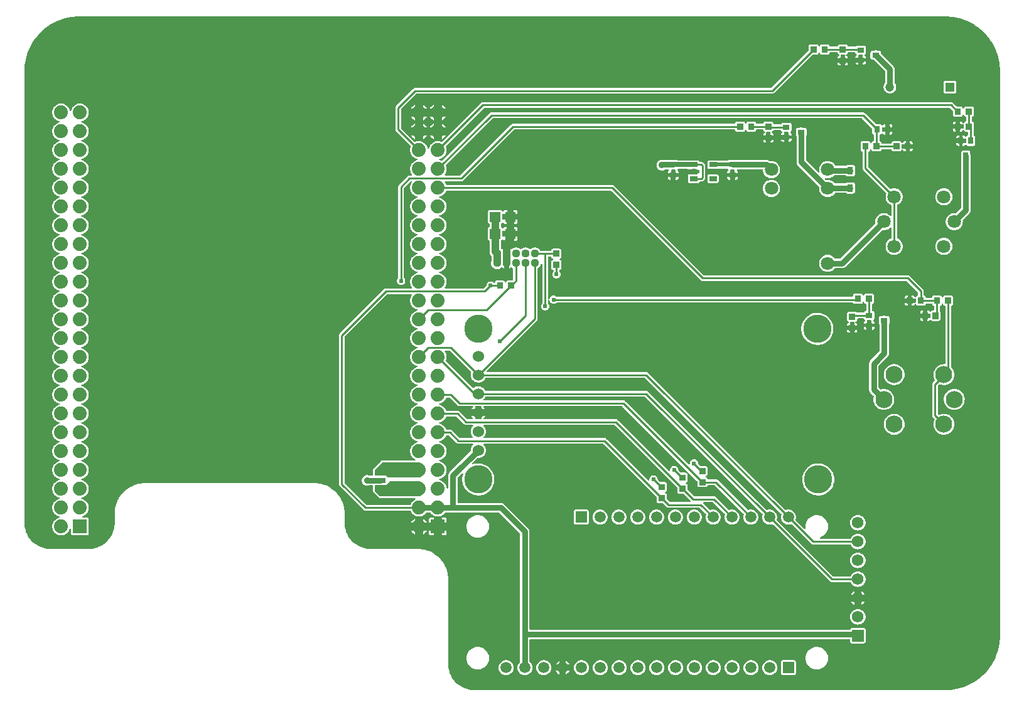
<source format=gtl>
G04 Layer: TopLayer*
G04 EasyEDA v6.4.25, 2021-11-15T20:25:19--5:00*
G04 f133b9dff01e4a4db271285c1a4d3a4a,c6d70c2b7c21449b8329efc8d1611fca,10*
G04 Gerber Generator version 0.2*
G04 Scale: 100 percent, Rotated: No, Reflected: No *
G04 Dimensions in inches *
G04 leading zeros omitted , absolute positions ,3 integer and 6 decimal *
%FSLAX36Y36*%
%MOIN*%

%ADD10C,0.0100*%
%ADD11C,0.0300*%
%ADD12C,0.0400*%
%ADD13C,0.0250*%
%ADD14C,0.0200*%
%ADD15C,0.0240*%
%ADD16C,0.0360*%
%ADD17R,0.0295X0.0394*%
%ADD18R,0.0551X0.0276*%
%ADD19R,0.0354X0.0315*%
%ADD20R,0.0354X0.0276*%
%ADD21R,0.0276X0.0354*%
%ADD23R,0.0340X0.0318*%
%ADD24R,0.0394X0.0256*%
%ADD25R,0.0315X0.0354*%
%ADD28C,0.0472*%
%ADD29C,0.0709*%
%ADD31C,0.0620*%
%ADD32C,0.0906*%
%ADD33C,0.0600*%
%ADD34C,0.1500*%
%ADD35C,0.0440*%
%ADD36R,0.0590X0.0590*%
%ADD37C,0.0590*%
%ADD38R,0.0740X0.0740*%
%ADD39C,0.0740*%

%LPD*%
G36*
X2500240Y-289800D02*
G01*
X2489880Y-289420D01*
X2479960Y-288340D01*
X2470140Y-286560D01*
X2460480Y-284080D01*
X2451020Y-280920D01*
X2441800Y-277100D01*
X2432880Y-272620D01*
X2424300Y-267520D01*
X2416120Y-261820D01*
X2408360Y-255560D01*
X2401060Y-248740D01*
X2394260Y-241439D01*
X2388000Y-233660D01*
X2382320Y-225460D01*
X2377240Y-216860D01*
X2372780Y-207940D01*
X2368980Y-198720D01*
X2365840Y-189240D01*
X2363380Y-179579D01*
X2361620Y-169760D01*
X2360560Y-159840D01*
X2360200Y-149760D01*
X2360200Y299940D01*
X2359760Y311840D01*
X2358500Y323220D01*
X2356440Y334460D01*
X2353580Y345540D01*
X2349940Y356380D01*
X2345540Y366920D01*
X2340400Y377140D01*
X2334540Y386960D01*
X2327980Y396340D01*
X2320800Y405220D01*
X2312980Y413560D01*
X2304580Y421340D01*
X2295660Y428480D01*
X2286260Y434980D01*
X2276400Y440800D01*
X2266160Y445880D01*
X2255580Y450240D01*
X2244740Y453820D01*
X2233640Y456620D01*
X2222380Y458620D01*
X2211020Y459820D01*
X2199940Y460200D01*
X1950240Y460200D01*
X1939880Y460580D01*
X1929960Y461659D01*
X1920140Y463440D01*
X1910480Y465920D01*
X1901020Y469080D01*
X1891800Y472900D01*
X1882880Y477380D01*
X1874300Y482480D01*
X1866120Y488180D01*
X1858360Y494440D01*
X1851060Y501260D01*
X1844259Y508560D01*
X1838000Y516340D01*
X1832320Y524540D01*
X1827240Y533140D01*
X1822780Y542060D01*
X1818980Y551280D01*
X1815840Y560760D01*
X1813380Y570420D01*
X1811620Y580240D01*
X1810560Y590160D01*
X1810200Y600240D01*
X1810200Y649940D01*
X1809760Y661840D01*
X1808500Y673220D01*
X1806440Y684460D01*
X1803580Y695540D01*
X1799940Y706380D01*
X1795540Y716919D01*
X1790400Y727140D01*
X1784540Y736960D01*
X1777980Y746340D01*
X1770800Y755220D01*
X1762980Y763560D01*
X1754580Y771340D01*
X1745660Y778480D01*
X1736260Y784980D01*
X1726399Y790800D01*
X1716160Y795879D01*
X1705580Y800240D01*
X1694740Y803820D01*
X1683640Y806620D01*
X1672380Y808620D01*
X1661020Y809820D01*
X1649940Y810200D01*
X750060Y810200D01*
X738160Y809760D01*
X726780Y808500D01*
X715540Y806440D01*
X704460Y803580D01*
X693620Y799940D01*
X683080Y795540D01*
X672860Y790400D01*
X663040Y784539D01*
X653660Y777980D01*
X644780Y770800D01*
X636440Y762980D01*
X628660Y754580D01*
X621520Y745660D01*
X615020Y736260D01*
X609200Y726400D01*
X604120Y716160D01*
X599760Y705580D01*
X596180Y694740D01*
X593380Y683640D01*
X591380Y672380D01*
X590180Y661020D01*
X589800Y649940D01*
X589800Y600100D01*
X589420Y589880D01*
X588340Y579960D01*
X586560Y570140D01*
X584080Y560480D01*
X580920Y551020D01*
X577100Y541800D01*
X572620Y532880D01*
X567520Y524300D01*
X561820Y516120D01*
X555560Y508340D01*
X548740Y501060D01*
X541440Y494260D01*
X533660Y488000D01*
X525460Y482320D01*
X516860Y477239D01*
X507939Y472780D01*
X498720Y468980D01*
X489240Y465840D01*
X479580Y463380D01*
X469760Y461620D01*
X459840Y460560D01*
X449760Y460200D01*
X250240Y460200D01*
X239880Y460580D01*
X229960Y461659D01*
X220140Y463440D01*
X210479Y465920D01*
X201020Y469080D01*
X191800Y472900D01*
X182880Y477380D01*
X174300Y482480D01*
X166119Y488180D01*
X158360Y494440D01*
X151060Y501260D01*
X144260Y508560D01*
X138000Y516340D01*
X132320Y524540D01*
X127240Y533140D01*
X122780Y542060D01*
X118980Y551280D01*
X115840Y560760D01*
X113379Y570420D01*
X111620Y580240D01*
X110559Y590160D01*
X110200Y600240D01*
X110200Y2999820D01*
X110580Y3014780D01*
X111700Y3029420D01*
X113560Y3043980D01*
X116160Y3058440D01*
X119480Y3072740D01*
X123520Y3086860D01*
X128280Y3100740D01*
X133740Y3114380D01*
X139860Y3127720D01*
X146660Y3140720D01*
X154120Y3153380D01*
X162200Y3165640D01*
X170900Y3177460D01*
X180180Y3188840D01*
X190020Y3199740D01*
X200420Y3210120D01*
X211320Y3219940D01*
X222700Y3229220D01*
X234540Y3237919D01*
X246800Y3245980D01*
X259460Y3253420D01*
X272460Y3260220D01*
X285820Y3266340D01*
X299440Y3271800D01*
X313340Y3276540D01*
X327460Y3280560D01*
X341760Y3283880D01*
X356220Y3286460D01*
X370780Y3288320D01*
X385420Y3289420D01*
X400180Y3289800D01*
X4999820Y3289800D01*
X5014780Y3289420D01*
X5029420Y3288300D01*
X5043980Y3286440D01*
X5058440Y3283840D01*
X5072740Y3280520D01*
X5086860Y3276480D01*
X5100740Y3271720D01*
X5114380Y3266259D01*
X5127720Y3260140D01*
X5140720Y3253340D01*
X5153380Y3245880D01*
X5165640Y3237799D01*
X5177460Y3229100D01*
X5188840Y3219820D01*
X5199740Y3209980D01*
X5210119Y3199580D01*
X5219940Y3188680D01*
X5229220Y3177300D01*
X5237920Y3165460D01*
X5245980Y3153200D01*
X5253420Y3140539D01*
X5260220Y3127540D01*
X5266340Y3114180D01*
X5271799Y3100560D01*
X5276540Y3086660D01*
X5280560Y3072540D01*
X5283880Y3058240D01*
X5286460Y3043780D01*
X5288320Y3029220D01*
X5289420Y3014580D01*
X5289800Y2999820D01*
X5289800Y180D01*
X5289420Y-14780D01*
X5288300Y-29420D01*
X5286440Y-43980D01*
X5283840Y-58440D01*
X5280520Y-72740D01*
X5276480Y-86860D01*
X5271720Y-100740D01*
X5266260Y-114380D01*
X5260140Y-127720D01*
X5253339Y-140720D01*
X5245880Y-153380D01*
X5237800Y-165640D01*
X5229100Y-177460D01*
X5219820Y-188840D01*
X5209980Y-199740D01*
X5199580Y-210120D01*
X5188680Y-219940D01*
X5177300Y-229220D01*
X5165460Y-237920D01*
X5153200Y-245980D01*
X5140540Y-253420D01*
X5127540Y-260219D01*
X5114180Y-266340D01*
X5100560Y-271800D01*
X5086660Y-276540D01*
X5072540Y-280560D01*
X5058240Y-283880D01*
X5043780Y-286460D01*
X5029220Y-288320D01*
X5014580Y-289420D01*
X4999820Y-289800D01*
G37*

%LPC*%
G36*
X4137700Y-209700D02*
G01*
X4196260Y-209700D01*
X4198740Y-209420D01*
X4200900Y-208660D01*
X4202820Y-207460D01*
X4204440Y-205840D01*
X4205660Y-203920D01*
X4206400Y-201759D01*
X4206680Y-199280D01*
X4206680Y-140720D01*
X4206400Y-138240D01*
X4205660Y-136080D01*
X4204440Y-134160D01*
X4202820Y-132540D01*
X4200900Y-131340D01*
X4198740Y-130580D01*
X4196260Y-130300D01*
X4137700Y-130300D01*
X4135220Y-130580D01*
X4133080Y-131340D01*
X4131139Y-132540D01*
X4129540Y-134160D01*
X4128320Y-136080D01*
X4127559Y-138240D01*
X4127280Y-140720D01*
X4127280Y-199280D01*
X4127559Y-201759D01*
X4128320Y-203920D01*
X4129540Y-205840D01*
X4131139Y-207460D01*
X4133080Y-208660D01*
X4135220Y-209420D01*
G37*
G36*
X3868320Y-209660D02*
G01*
X3873580Y-209140D01*
X3878740Y-207900D01*
X3883700Y-206000D01*
X3888340Y-203460D01*
X3892620Y-200320D01*
X3896420Y-196620D01*
X3899700Y-192460D01*
X3902420Y-187900D01*
X3904480Y-183020D01*
X3905880Y-177900D01*
X3906580Y-172659D01*
X3906580Y-167340D01*
X3905880Y-162100D01*
X3904480Y-156980D01*
X3902420Y-152100D01*
X3899700Y-147540D01*
X3896420Y-143380D01*
X3892620Y-139680D01*
X3888340Y-136540D01*
X3883700Y-134000D01*
X3878740Y-132100D01*
X3873580Y-130860D01*
X3868320Y-130340D01*
X3863020Y-130500D01*
X3857780Y-131400D01*
X3852720Y-132960D01*
X3847919Y-135200D01*
X3843440Y-138040D01*
X3839400Y-141460D01*
X3835840Y-145400D01*
X3832840Y-149780D01*
X3830440Y-154500D01*
X3828700Y-159520D01*
X3827640Y-164700D01*
X3827300Y-170000D01*
X3827640Y-175300D01*
X3828700Y-180479D01*
X3830440Y-185500D01*
X3832840Y-190219D01*
X3835840Y-194600D01*
X3839400Y-198540D01*
X3843440Y-201960D01*
X3847919Y-204800D01*
X3852720Y-207040D01*
X3857780Y-208600D01*
X3863020Y-209500D01*
G37*
G36*
X3168320Y-209660D02*
G01*
X3173580Y-209140D01*
X3178740Y-207900D01*
X3183700Y-206000D01*
X3188340Y-203460D01*
X3192620Y-200320D01*
X3196420Y-196620D01*
X3199700Y-192460D01*
X3202420Y-187900D01*
X3204480Y-183020D01*
X3205880Y-177900D01*
X3206580Y-172659D01*
X3206580Y-167340D01*
X3205880Y-162100D01*
X3204480Y-156980D01*
X3202420Y-152100D01*
X3199700Y-147540D01*
X3196420Y-143380D01*
X3192620Y-139680D01*
X3188340Y-136540D01*
X3183700Y-134000D01*
X3178740Y-132100D01*
X3173580Y-130860D01*
X3168320Y-130340D01*
X3163020Y-130500D01*
X3157780Y-131400D01*
X3152720Y-132960D01*
X3147919Y-135200D01*
X3143440Y-138040D01*
X3139400Y-141460D01*
X3135840Y-145400D01*
X3132840Y-149780D01*
X3130440Y-154500D01*
X3128700Y-159520D01*
X3127640Y-164700D01*
X3127300Y-170000D01*
X3127640Y-175300D01*
X3128700Y-180479D01*
X3130440Y-185500D01*
X3132840Y-190219D01*
X3135840Y-194600D01*
X3139400Y-198540D01*
X3143440Y-201960D01*
X3147919Y-204800D01*
X3152720Y-207040D01*
X3157780Y-208600D01*
X3163020Y-209500D01*
G37*
G36*
X3768320Y-209660D02*
G01*
X3773580Y-209140D01*
X3778740Y-207900D01*
X3783700Y-206000D01*
X3788340Y-203460D01*
X3792620Y-200320D01*
X3796420Y-196620D01*
X3799700Y-192460D01*
X3802420Y-187900D01*
X3804480Y-183020D01*
X3805880Y-177900D01*
X3806580Y-172659D01*
X3806580Y-167340D01*
X3805880Y-162100D01*
X3804480Y-156980D01*
X3802420Y-152100D01*
X3799700Y-147540D01*
X3796420Y-143380D01*
X3792620Y-139680D01*
X3788340Y-136540D01*
X3783700Y-134000D01*
X3778740Y-132100D01*
X3773580Y-130860D01*
X3768320Y-130340D01*
X3763020Y-130500D01*
X3757780Y-131400D01*
X3752720Y-132960D01*
X3747919Y-135200D01*
X3743440Y-138040D01*
X3739400Y-141460D01*
X3735840Y-145400D01*
X3732840Y-149780D01*
X3730440Y-154500D01*
X3728700Y-159520D01*
X3727640Y-164700D01*
X3727300Y-170000D01*
X3727640Y-175300D01*
X3728700Y-180479D01*
X3730440Y-185500D01*
X3732840Y-190219D01*
X3735840Y-194600D01*
X3739400Y-198540D01*
X3743440Y-201960D01*
X3747919Y-204800D01*
X3752720Y-207040D01*
X3757780Y-208600D01*
X3763020Y-209500D01*
G37*
G36*
X3368320Y-209660D02*
G01*
X3373580Y-209140D01*
X3378740Y-207900D01*
X3383700Y-206000D01*
X3388340Y-203460D01*
X3392620Y-200320D01*
X3396420Y-196620D01*
X3399700Y-192460D01*
X3402420Y-187900D01*
X3404480Y-183020D01*
X3405880Y-177900D01*
X3406580Y-172659D01*
X3406580Y-167340D01*
X3405880Y-162100D01*
X3404480Y-156980D01*
X3402420Y-152100D01*
X3399700Y-147540D01*
X3396420Y-143380D01*
X3392620Y-139680D01*
X3388340Y-136540D01*
X3383700Y-134000D01*
X3378740Y-132100D01*
X3373580Y-130860D01*
X3368320Y-130340D01*
X3363020Y-130500D01*
X3357780Y-131400D01*
X3352720Y-132960D01*
X3347919Y-135200D01*
X3343440Y-138040D01*
X3339400Y-141460D01*
X3335840Y-145400D01*
X3332840Y-149780D01*
X3330440Y-154500D01*
X3328700Y-159520D01*
X3327640Y-164700D01*
X3327300Y-170000D01*
X3327640Y-175300D01*
X3328700Y-180479D01*
X3330440Y-185500D01*
X3332840Y-190219D01*
X3335840Y-194600D01*
X3339400Y-198540D01*
X3343440Y-201960D01*
X3347919Y-204800D01*
X3352720Y-207040D01*
X3357780Y-208600D01*
X3363020Y-209500D01*
G37*
G36*
X3268320Y-209660D02*
G01*
X3273580Y-209140D01*
X3278740Y-207900D01*
X3283700Y-206000D01*
X3288340Y-203460D01*
X3292620Y-200320D01*
X3296420Y-196620D01*
X3299700Y-192460D01*
X3302420Y-187900D01*
X3304480Y-183020D01*
X3305880Y-177900D01*
X3306580Y-172659D01*
X3306580Y-167340D01*
X3305880Y-162100D01*
X3304480Y-156980D01*
X3302420Y-152100D01*
X3299700Y-147540D01*
X3296420Y-143380D01*
X3292620Y-139680D01*
X3288340Y-136540D01*
X3283700Y-134000D01*
X3278740Y-132100D01*
X3273580Y-130860D01*
X3268320Y-130340D01*
X3263020Y-130500D01*
X3257780Y-131400D01*
X3252720Y-132960D01*
X3247919Y-135200D01*
X3243440Y-138040D01*
X3239400Y-141460D01*
X3235840Y-145400D01*
X3232840Y-149780D01*
X3230440Y-154500D01*
X3228700Y-159520D01*
X3227640Y-164700D01*
X3227300Y-170000D01*
X3227640Y-175300D01*
X3228700Y-180479D01*
X3230440Y-185500D01*
X3232840Y-190219D01*
X3235840Y-194600D01*
X3239400Y-198540D01*
X3243440Y-201960D01*
X3247919Y-204800D01*
X3252720Y-207040D01*
X3257780Y-208600D01*
X3263020Y-209500D01*
G37*
G36*
X3068320Y-209660D02*
G01*
X3073580Y-209140D01*
X3078740Y-207900D01*
X3083700Y-206000D01*
X3088340Y-203460D01*
X3092620Y-200320D01*
X3096420Y-196620D01*
X3099700Y-192460D01*
X3102420Y-187900D01*
X3104480Y-183020D01*
X3105880Y-177900D01*
X3106580Y-172659D01*
X3106580Y-167340D01*
X3105880Y-162100D01*
X3104480Y-156980D01*
X3102420Y-152100D01*
X3099700Y-147540D01*
X3096420Y-143380D01*
X3092620Y-139680D01*
X3088340Y-136540D01*
X3083700Y-134000D01*
X3078740Y-132100D01*
X3073580Y-130860D01*
X3068320Y-130340D01*
X3063020Y-130500D01*
X3057780Y-131400D01*
X3052720Y-132960D01*
X3047919Y-135200D01*
X3043440Y-138040D01*
X3039400Y-141460D01*
X3035840Y-145400D01*
X3032840Y-149780D01*
X3030440Y-154500D01*
X3028700Y-159520D01*
X3027640Y-164700D01*
X3027300Y-170000D01*
X3027640Y-175300D01*
X3028700Y-180479D01*
X3030440Y-185500D01*
X3032840Y-190219D01*
X3035840Y-194600D01*
X3039400Y-198540D01*
X3043440Y-201960D01*
X3047919Y-204800D01*
X3052720Y-207040D01*
X3057780Y-208600D01*
X3063020Y-209500D01*
G37*
G36*
X3668320Y-209660D02*
G01*
X3673580Y-209140D01*
X3678740Y-207900D01*
X3683700Y-206000D01*
X3688340Y-203460D01*
X3692620Y-200320D01*
X3696420Y-196620D01*
X3699700Y-192460D01*
X3702420Y-187900D01*
X3704480Y-183020D01*
X3705880Y-177900D01*
X3706580Y-172659D01*
X3706580Y-167340D01*
X3705880Y-162100D01*
X3704480Y-156980D01*
X3702420Y-152100D01*
X3699700Y-147540D01*
X3696420Y-143380D01*
X3692620Y-139680D01*
X3688340Y-136540D01*
X3683700Y-134000D01*
X3678740Y-132100D01*
X3673580Y-130860D01*
X3668320Y-130340D01*
X3663020Y-130500D01*
X3657780Y-131400D01*
X3652720Y-132960D01*
X3647919Y-135200D01*
X3643440Y-138040D01*
X3639400Y-141460D01*
X3635840Y-145400D01*
X3632840Y-149780D01*
X3630440Y-154500D01*
X3628700Y-159520D01*
X3627640Y-164700D01*
X3627300Y-170000D01*
X3627640Y-175300D01*
X3628700Y-180479D01*
X3630440Y-185500D01*
X3632840Y-190219D01*
X3635840Y-194600D01*
X3639400Y-198540D01*
X3643440Y-201960D01*
X3647919Y-204800D01*
X3652720Y-207040D01*
X3657780Y-208600D01*
X3663020Y-209500D01*
G37*
G36*
X3968320Y-209660D02*
G01*
X3973580Y-209140D01*
X3978740Y-207900D01*
X3983700Y-206000D01*
X3988340Y-203460D01*
X3992620Y-200320D01*
X3996420Y-196620D01*
X3999700Y-192460D01*
X4002420Y-187900D01*
X4004480Y-183020D01*
X4005880Y-177900D01*
X4006580Y-172659D01*
X4006580Y-167340D01*
X4005880Y-162100D01*
X4004480Y-156980D01*
X4002420Y-152100D01*
X3999700Y-147540D01*
X3996420Y-143380D01*
X3992620Y-139680D01*
X3988340Y-136540D01*
X3983700Y-134000D01*
X3978740Y-132100D01*
X3973580Y-130860D01*
X3968320Y-130340D01*
X3963020Y-130500D01*
X3957780Y-131400D01*
X3952720Y-132960D01*
X3947919Y-135200D01*
X3943440Y-138040D01*
X3939400Y-141460D01*
X3935840Y-145400D01*
X3932840Y-149780D01*
X3930440Y-154500D01*
X3928700Y-159520D01*
X3927640Y-164700D01*
X3927300Y-170000D01*
X3927640Y-175300D01*
X3928700Y-180479D01*
X3930440Y-185500D01*
X3932840Y-190219D01*
X3935840Y-194600D01*
X3939400Y-198540D01*
X3943440Y-201960D01*
X3947919Y-204800D01*
X3952720Y-207040D01*
X3957780Y-208600D01*
X3963020Y-209500D01*
G37*
G36*
X3468320Y-209660D02*
G01*
X3473580Y-209140D01*
X3478740Y-207900D01*
X3483700Y-206000D01*
X3488340Y-203460D01*
X3492620Y-200320D01*
X3496420Y-196620D01*
X3499700Y-192460D01*
X3502420Y-187900D01*
X3504480Y-183020D01*
X3505880Y-177900D01*
X3506580Y-172659D01*
X3506580Y-167340D01*
X3505880Y-162100D01*
X3504480Y-156980D01*
X3502420Y-152100D01*
X3499700Y-147540D01*
X3496420Y-143380D01*
X3492620Y-139680D01*
X3488340Y-136540D01*
X3483700Y-134000D01*
X3478740Y-132100D01*
X3473580Y-130860D01*
X3468320Y-130340D01*
X3463020Y-130500D01*
X3457780Y-131400D01*
X3452720Y-132960D01*
X3447919Y-135200D01*
X3443440Y-138040D01*
X3439400Y-141460D01*
X3435840Y-145400D01*
X3432840Y-149780D01*
X3430440Y-154500D01*
X3428700Y-159520D01*
X3427640Y-164700D01*
X3427300Y-170000D01*
X3427640Y-175300D01*
X3428700Y-180479D01*
X3430440Y-185500D01*
X3432840Y-190219D01*
X3435840Y-194600D01*
X3439400Y-198540D01*
X3443440Y-201960D01*
X3447919Y-204800D01*
X3452720Y-207040D01*
X3457780Y-208600D01*
X3463020Y-209500D01*
G37*
G36*
X4068320Y-209660D02*
G01*
X4073580Y-209140D01*
X4078740Y-207900D01*
X4083700Y-206000D01*
X4088340Y-203460D01*
X4092620Y-200320D01*
X4096420Y-196620D01*
X4099700Y-192460D01*
X4102420Y-187900D01*
X4104480Y-183020D01*
X4105880Y-177900D01*
X4106580Y-172659D01*
X4106580Y-167340D01*
X4105880Y-162100D01*
X4104480Y-156980D01*
X4102420Y-152100D01*
X4099700Y-147540D01*
X4096420Y-143380D01*
X4092620Y-139680D01*
X4088340Y-136540D01*
X4083700Y-134000D01*
X4078740Y-132100D01*
X4073580Y-130860D01*
X4068320Y-130340D01*
X4063020Y-130500D01*
X4057780Y-131400D01*
X4052720Y-132960D01*
X4047919Y-135200D01*
X4043440Y-138040D01*
X4039400Y-141460D01*
X4035840Y-145400D01*
X4032840Y-149780D01*
X4030440Y-154500D01*
X4028700Y-159520D01*
X4027640Y-164700D01*
X4027300Y-170000D01*
X4027640Y-175300D01*
X4028700Y-180479D01*
X4030440Y-185500D01*
X4032840Y-190219D01*
X4035840Y-194600D01*
X4039400Y-198540D01*
X4043440Y-201960D01*
X4047919Y-204800D01*
X4052720Y-207040D01*
X4057780Y-208600D01*
X4063020Y-209500D01*
G37*
G36*
X2668320Y-209660D02*
G01*
X2673580Y-209140D01*
X2678740Y-207900D01*
X2683700Y-206000D01*
X2688340Y-203460D01*
X2692620Y-200320D01*
X2696420Y-196620D01*
X2699700Y-192460D01*
X2702420Y-187900D01*
X2704480Y-183020D01*
X2705880Y-177900D01*
X2706580Y-172659D01*
X2706580Y-167340D01*
X2705880Y-162100D01*
X2704480Y-156980D01*
X2702420Y-152100D01*
X2699700Y-147540D01*
X2696420Y-143380D01*
X2692620Y-139680D01*
X2688340Y-136540D01*
X2683700Y-134000D01*
X2678740Y-132100D01*
X2673580Y-130860D01*
X2668320Y-130340D01*
X2663020Y-130500D01*
X2657780Y-131400D01*
X2652720Y-132960D01*
X2647919Y-135200D01*
X2643440Y-138040D01*
X2639400Y-141460D01*
X2635840Y-145400D01*
X2632840Y-149780D01*
X2630440Y-154500D01*
X2628700Y-159520D01*
X2627640Y-164700D01*
X2627300Y-170000D01*
X2627640Y-175300D01*
X2628700Y-180479D01*
X2630440Y-185500D01*
X2632840Y-190219D01*
X2635840Y-194600D01*
X2639400Y-198540D01*
X2643440Y-201960D01*
X2647919Y-204800D01*
X2652720Y-207040D01*
X2657780Y-208600D01*
X2663020Y-209500D01*
G37*
G36*
X3568320Y-209660D02*
G01*
X3573580Y-209140D01*
X3578740Y-207900D01*
X3583700Y-206000D01*
X3588340Y-203460D01*
X3592620Y-200320D01*
X3596420Y-196620D01*
X3599700Y-192460D01*
X3602420Y-187900D01*
X3604480Y-183020D01*
X3605880Y-177900D01*
X3606580Y-172659D01*
X3606580Y-167340D01*
X3605880Y-162100D01*
X3604480Y-156980D01*
X3602420Y-152100D01*
X3599700Y-147540D01*
X3596420Y-143380D01*
X3592620Y-139680D01*
X3588340Y-136540D01*
X3583700Y-134000D01*
X3578740Y-132100D01*
X3573580Y-130860D01*
X3568320Y-130340D01*
X3563020Y-130500D01*
X3557780Y-131400D01*
X3552720Y-132960D01*
X3547919Y-135200D01*
X3543440Y-138040D01*
X3539400Y-141460D01*
X3535840Y-145400D01*
X3532840Y-149780D01*
X3530440Y-154500D01*
X3528700Y-159520D01*
X3527640Y-164700D01*
X3527300Y-170000D01*
X3527640Y-175300D01*
X3528700Y-180479D01*
X3530440Y-185500D01*
X3532840Y-190219D01*
X3535840Y-194600D01*
X3539400Y-198540D01*
X3543440Y-201960D01*
X3547919Y-204800D01*
X3552720Y-207040D01*
X3557780Y-208600D01*
X3563020Y-209500D01*
G37*
G36*
X2868320Y-209660D02*
G01*
X2873580Y-209140D01*
X2878740Y-207900D01*
X2883700Y-206000D01*
X2888340Y-203460D01*
X2892620Y-200320D01*
X2896420Y-196620D01*
X2899700Y-192460D01*
X2902420Y-187900D01*
X2904480Y-183020D01*
X2905880Y-177900D01*
X2906580Y-172659D01*
X2906580Y-167340D01*
X2905880Y-162100D01*
X2904480Y-156980D01*
X2902420Y-152100D01*
X2899700Y-147540D01*
X2896420Y-143380D01*
X2892620Y-139680D01*
X2888340Y-136540D01*
X2883700Y-134000D01*
X2878740Y-132100D01*
X2873580Y-130860D01*
X2868320Y-130340D01*
X2863020Y-130500D01*
X2857780Y-131400D01*
X2852720Y-132960D01*
X2847919Y-135200D01*
X2843440Y-138040D01*
X2839400Y-141460D01*
X2835840Y-145400D01*
X2832840Y-149780D01*
X2830440Y-154500D01*
X2828700Y-159520D01*
X2827640Y-164700D01*
X2827300Y-170000D01*
X2827640Y-175300D01*
X2828700Y-180479D01*
X2830440Y-185500D01*
X2832840Y-190219D01*
X2835840Y-194600D01*
X2839400Y-198540D01*
X2843440Y-201960D01*
X2847919Y-204800D01*
X2852720Y-207040D01*
X2857780Y-208600D01*
X2863020Y-209500D01*
G37*
G36*
X2768320Y-209660D02*
G01*
X2773580Y-209140D01*
X2778740Y-207900D01*
X2783700Y-206000D01*
X2788340Y-203460D01*
X2792620Y-200320D01*
X2796420Y-196620D01*
X2799700Y-192460D01*
X2802420Y-187900D01*
X2804480Y-183020D01*
X2805880Y-177900D01*
X2806580Y-172659D01*
X2806580Y-167340D01*
X2805880Y-162100D01*
X2804480Y-156980D01*
X2802420Y-152100D01*
X2799700Y-147540D01*
X2796420Y-143380D01*
X2793399Y-140460D01*
X2792500Y-139140D01*
X2792200Y-137580D01*
X2792200Y-23100D01*
X2792500Y-21580D01*
X2793360Y-20280D01*
X2794660Y-19400D01*
X2796200Y-19100D01*
X4489800Y-19100D01*
X4491340Y-19400D01*
X4492620Y-20280D01*
X4493500Y-21580D01*
X4493800Y-23100D01*
X4493800Y-30780D01*
X4494080Y-33260D01*
X4494840Y-35420D01*
X4496040Y-37340D01*
X4497660Y-38960D01*
X4499580Y-40160D01*
X4501740Y-40920D01*
X4504220Y-41200D01*
X4565780Y-41200D01*
X4568260Y-40920D01*
X4570420Y-40160D01*
X4572340Y-38960D01*
X4573960Y-37340D01*
X4575160Y-35420D01*
X4575920Y-33260D01*
X4576200Y-30780D01*
X4576200Y30780D01*
X4575920Y33260D01*
X4575160Y35420D01*
X4573960Y37340D01*
X4572340Y38960D01*
X4570420Y40160D01*
X4568260Y40920D01*
X4565780Y41200D01*
X4504220Y41200D01*
X4501740Y40920D01*
X4499580Y40160D01*
X4497660Y38960D01*
X4496040Y37340D01*
X4494840Y35420D01*
X4494340Y33980D01*
X4493480Y32580D01*
X4492160Y31640D01*
X4490560Y31300D01*
X2796200Y31300D01*
X2794660Y31600D01*
X2793360Y32480D01*
X2792500Y33760D01*
X2792200Y35300D01*
X2792200Y552880D01*
X2791860Y557080D01*
X2791120Y560280D01*
X2789600Y564160D01*
X2787440Y567720D01*
X2786920Y568420D01*
X2784720Y570920D01*
X2657900Y697740D01*
X2655419Y699940D01*
X2651920Y702200D01*
X2651139Y702600D01*
X2648100Y703860D01*
X2647260Y704120D01*
X2643200Y705000D01*
X2639880Y705200D01*
X2414200Y705200D01*
X2412660Y705500D01*
X2411380Y706380D01*
X2410500Y707660D01*
X2410200Y709200D01*
X2410200Y837900D01*
X2410500Y839440D01*
X2411380Y840740D01*
X2433160Y862520D01*
X2434660Y863460D01*
X2436420Y863660D01*
X2438100Y863080D01*
X2439360Y861840D01*
X2439960Y860160D01*
X2439760Y858400D01*
X2438160Y853660D01*
X2436300Y845879D01*
X2435180Y837980D01*
X2434800Y830000D01*
X2435180Y822020D01*
X2436300Y814120D01*
X2438160Y806340D01*
X2440720Y798780D01*
X2444000Y791500D01*
X2447940Y784560D01*
X2452520Y778000D01*
X2457680Y771919D01*
X2463400Y766340D01*
X2469600Y761320D01*
X2476260Y756900D01*
X2483300Y753120D01*
X2490660Y750020D01*
X2498280Y747620D01*
X2506080Y745939D01*
X2514020Y745020D01*
X2522000Y744820D01*
X2529960Y745380D01*
X2537840Y746700D01*
X2545560Y748740D01*
X2553060Y751480D01*
X2560280Y754920D01*
X2567120Y759020D01*
X2573560Y763740D01*
X2579540Y769060D01*
X2584980Y774900D01*
X2589860Y781220D01*
X2594120Y787980D01*
X2597720Y795100D01*
X2600640Y802540D01*
X2602860Y810200D01*
X2604360Y818060D01*
X2605100Y826000D01*
X2605100Y834000D01*
X2604360Y841940D01*
X2602860Y849800D01*
X2600640Y857460D01*
X2597720Y864900D01*
X2594120Y872020D01*
X2589860Y878780D01*
X2584980Y885100D01*
X2579540Y890939D01*
X2573560Y896260D01*
X2567120Y900980D01*
X2560280Y905080D01*
X2553060Y908520D01*
X2545560Y911260D01*
X2537840Y913300D01*
X2529960Y914620D01*
X2522000Y915180D01*
X2514020Y914980D01*
X2506080Y914060D01*
X2498280Y912380D01*
X2491580Y910280D01*
X2489840Y910120D01*
X2488180Y910740D01*
X2486960Y912020D01*
X2486400Y913680D01*
X2486620Y915440D01*
X2487560Y916919D01*
X2514440Y943800D01*
X2515800Y944680D01*
X2517400Y944960D01*
X2521340Y944840D01*
X2526680Y945360D01*
X2531900Y946620D01*
X2536920Y948540D01*
X2541620Y951120D01*
X2545940Y954300D01*
X2549800Y958040D01*
X2553140Y962260D01*
X2555880Y966880D01*
X2557960Y971820D01*
X2559380Y977000D01*
X2560100Y982320D01*
X2560100Y987680D01*
X2559380Y993000D01*
X2557960Y998180D01*
X2555880Y1003120D01*
X2553140Y1007740D01*
X2549800Y1011960D01*
X2548800Y1012920D01*
X2547920Y1014220D01*
X2547600Y1015759D01*
X2547880Y1017300D01*
X2548740Y1018620D01*
X2550040Y1019500D01*
X2551600Y1019800D01*
X3182340Y1019800D01*
X3183880Y1019500D01*
X3185179Y1018620D01*
X3466620Y737180D01*
X3467480Y735879D01*
X3467799Y734360D01*
X3467799Y714700D01*
X3468080Y712200D01*
X3468820Y710060D01*
X3470040Y708120D01*
X3471640Y706520D01*
X3473580Y705300D01*
X3475720Y704539D01*
X3478220Y704260D01*
X3497919Y704260D01*
X3499440Y703960D01*
X3500740Y703100D01*
X3519460Y684400D01*
X3521900Y682380D01*
X3524540Y680980D01*
X3527380Y680120D01*
X3530539Y679800D01*
X3694040Y679800D01*
X3695560Y679500D01*
X3696860Y678620D01*
X3728480Y647000D01*
X3729280Y645860D01*
X3729640Y644520D01*
X3729520Y643120D01*
X3728080Y637900D01*
X3727380Y632660D01*
X3727380Y627340D01*
X3728080Y622100D01*
X3729500Y616980D01*
X3731560Y612100D01*
X3734260Y607540D01*
X3737540Y603380D01*
X3741360Y599680D01*
X3745620Y596540D01*
X3750280Y594000D01*
X3755220Y592100D01*
X3760380Y590860D01*
X3765659Y590340D01*
X3770960Y590500D01*
X3776180Y591400D01*
X3781259Y592960D01*
X3786060Y595200D01*
X3790520Y598040D01*
X3794580Y601460D01*
X3798140Y605400D01*
X3801139Y609780D01*
X3803519Y614500D01*
X3805260Y619520D01*
X3806320Y624700D01*
X3806680Y630000D01*
X3806320Y635300D01*
X3805260Y640480D01*
X3803519Y645500D01*
X3801139Y650220D01*
X3798140Y654599D01*
X3794580Y658540D01*
X3790520Y661960D01*
X3786060Y664800D01*
X3781259Y667039D01*
X3776180Y668600D01*
X3770960Y669500D01*
X3765659Y669659D01*
X3760380Y669140D01*
X3755220Y667900D01*
X3754300Y667560D01*
X3752799Y667280D01*
X3751300Y667600D01*
X3750040Y668460D01*
X3715520Y702980D01*
X3714640Y704260D01*
X3714340Y705800D01*
X3714640Y707340D01*
X3715520Y708620D01*
X3716820Y709500D01*
X3718340Y709800D01*
X3764040Y709800D01*
X3765580Y709500D01*
X3766880Y708620D01*
X3828500Y647020D01*
X3829300Y645860D01*
X3829640Y644520D01*
X3829520Y643120D01*
X3828080Y637900D01*
X3827380Y632660D01*
X3827380Y627340D01*
X3828080Y622100D01*
X3829500Y616980D01*
X3831560Y612100D01*
X3834260Y607540D01*
X3837540Y603380D01*
X3841360Y599680D01*
X3845620Y596540D01*
X3850280Y594000D01*
X3855220Y592100D01*
X3860380Y590860D01*
X3865659Y590340D01*
X3870960Y590500D01*
X3876180Y591400D01*
X3881259Y592960D01*
X3886060Y595200D01*
X3890520Y598040D01*
X3894580Y601460D01*
X3898140Y605400D01*
X3901139Y609780D01*
X3903519Y614500D01*
X3905260Y619520D01*
X3906320Y624700D01*
X3906680Y630000D01*
X3906320Y635300D01*
X3905260Y640480D01*
X3903519Y645500D01*
X3901139Y650220D01*
X3898140Y654599D01*
X3894580Y658540D01*
X3890520Y661960D01*
X3886060Y664800D01*
X3881259Y667039D01*
X3876180Y668600D01*
X3870960Y669500D01*
X3865659Y669659D01*
X3860380Y669140D01*
X3855220Y667900D01*
X3854300Y667560D01*
X3852799Y667280D01*
X3851300Y667600D01*
X3850040Y668460D01*
X3782880Y735600D01*
X3780440Y737620D01*
X3777799Y739020D01*
X3774960Y739880D01*
X3771800Y740200D01*
X3668260Y740200D01*
X3666720Y740500D01*
X3665419Y741380D01*
X3633380Y773420D01*
X3632520Y774720D01*
X3632200Y776240D01*
X3632200Y796000D01*
X3631920Y798480D01*
X3631180Y800639D01*
X3629960Y802560D01*
X3628360Y804180D01*
X3626420Y805380D01*
X3624040Y806220D01*
X3622640Y807060D01*
X3621680Y808400D01*
X3621360Y810000D01*
X3621680Y811600D01*
X3622640Y812940D01*
X3624040Y813780D01*
X3626420Y814620D01*
X3628360Y815819D01*
X3629960Y817440D01*
X3631180Y819360D01*
X3631920Y821520D01*
X3632200Y824000D01*
X3632200Y855300D01*
X3631920Y857800D01*
X3631180Y859940D01*
X3629960Y861880D01*
X3628360Y863480D01*
X3626420Y864700D01*
X3624280Y865460D01*
X3621780Y865740D01*
X3597420Y865740D01*
X3595899Y866040D01*
X3594600Y866900D01*
X3583279Y878220D01*
X3582480Y879360D01*
X3582120Y880699D01*
X3581840Y883860D01*
X3580840Y887580D01*
X3579220Y891100D01*
X3577000Y894260D01*
X3574260Y897000D01*
X3571100Y899220D01*
X3567580Y900840D01*
X3563860Y901840D01*
X3560000Y902180D01*
X3556139Y901840D01*
X3552420Y900840D01*
X3548900Y899220D01*
X3545740Y897000D01*
X3543000Y894260D01*
X3540779Y891100D01*
X3539160Y887580D01*
X3538159Y883860D01*
X3537820Y880000D01*
X3537919Y878920D01*
X3537720Y877300D01*
X3536920Y875900D01*
X3535620Y874940D01*
X3534040Y874560D01*
X3532440Y874860D01*
X3531100Y875740D01*
X3261220Y1145600D01*
X3258780Y1147620D01*
X3256139Y1149020D01*
X3253300Y1149880D01*
X3250140Y1150200D01*
X2551600Y1150200D01*
X2550040Y1150500D01*
X2548740Y1151380D01*
X2547880Y1152700D01*
X2547600Y1154240D01*
X2547920Y1155780D01*
X2548800Y1157080D01*
X2549800Y1158040D01*
X2553140Y1162260D01*
X2555880Y1166880D01*
X2556140Y1167500D01*
X2537500Y1167500D01*
X2537500Y1154200D01*
X2537200Y1152660D01*
X2536320Y1151380D01*
X2535040Y1150500D01*
X2533500Y1150200D01*
X2506500Y1150200D01*
X2504960Y1150500D01*
X2503680Y1151380D01*
X2502800Y1152660D01*
X2502500Y1154200D01*
X2502500Y1167500D01*
X2483920Y1167500D01*
X2485420Y1164520D01*
X2488460Y1160100D01*
X2491360Y1156880D01*
X2492140Y1155580D01*
X2492400Y1154060D01*
X2492040Y1152580D01*
X2491180Y1151320D01*
X2489900Y1150500D01*
X2488400Y1150200D01*
X2462960Y1150200D01*
X2461420Y1150500D01*
X2460120Y1151380D01*
X2420880Y1190600D01*
X2418440Y1192620D01*
X2415800Y1194020D01*
X2412960Y1194880D01*
X2409800Y1195200D01*
X2352360Y1195200D01*
X2350840Y1195500D01*
X2349560Y1196360D01*
X2348680Y1197640D01*
X2347240Y1201040D01*
X2344340Y1206060D01*
X2340840Y1210700D01*
X2336800Y1214880D01*
X2332260Y1218520D01*
X2327320Y1221580D01*
X2322040Y1224000D01*
X2316520Y1225760D01*
X2314940Y1226060D01*
X2313520Y1226620D01*
X2312400Y1227700D01*
X2311780Y1229100D01*
X2311740Y1230640D01*
X2312260Y1232080D01*
X2313320Y1233220D01*
X2314700Y1233880D01*
X2319300Y1235020D01*
X2324720Y1237120D01*
X2329840Y1239880D01*
X2334580Y1243240D01*
X2338880Y1247140D01*
X2342660Y1251560D01*
X2345860Y1256400D01*
X2349480Y1263520D01*
X2350820Y1264460D01*
X2352420Y1264800D01*
X2367040Y1264800D01*
X2368580Y1264500D01*
X2369880Y1263620D01*
X2409120Y1224400D01*
X2411560Y1222380D01*
X2414200Y1220980D01*
X2417040Y1220120D01*
X2420200Y1219800D01*
X2488400Y1219800D01*
X2489900Y1219500D01*
X2491180Y1218680D01*
X2492040Y1217420D01*
X2492400Y1215940D01*
X2492140Y1214420D01*
X2491360Y1213120D01*
X2488460Y1209900D01*
X2485420Y1205480D01*
X2483920Y1202500D01*
X2502500Y1202500D01*
X2502500Y1215800D01*
X2502800Y1217340D01*
X2503680Y1218620D01*
X2504960Y1219500D01*
X2506500Y1219800D01*
X2533500Y1219800D01*
X2535040Y1219500D01*
X2536320Y1218620D01*
X2537200Y1217340D01*
X2537500Y1215800D01*
X2537500Y1202500D01*
X2556140Y1202500D01*
X2555880Y1203120D01*
X2553140Y1207740D01*
X2549800Y1211960D01*
X2548800Y1212920D01*
X2547920Y1214220D01*
X2547600Y1215760D01*
X2547880Y1217300D01*
X2548740Y1218620D01*
X2550040Y1219500D01*
X2551600Y1219800D01*
X3282060Y1219800D01*
X3283580Y1219500D01*
X3284880Y1218620D01*
X3681620Y822180D01*
X3682480Y820879D01*
X3682799Y819340D01*
X3682799Y799700D01*
X3683080Y797200D01*
X3683820Y795060D01*
X3685040Y793120D01*
X3686640Y791520D01*
X3688580Y790300D01*
X3690720Y789539D01*
X3693220Y789260D01*
X3726780Y789260D01*
X3729280Y789539D01*
X3731420Y790300D01*
X3733360Y791520D01*
X3734960Y793120D01*
X3736180Y795060D01*
X3737020Y797460D01*
X3737860Y798860D01*
X3739200Y799800D01*
X3740800Y800140D01*
X3773700Y800140D01*
X3775220Y799840D01*
X3776520Y798960D01*
X3928480Y647000D01*
X3929280Y645860D01*
X3929640Y644520D01*
X3929520Y643120D01*
X3928080Y637900D01*
X3927380Y632660D01*
X3927380Y627340D01*
X3928080Y622100D01*
X3929500Y616980D01*
X3931560Y612100D01*
X3934260Y607540D01*
X3937540Y603380D01*
X3941360Y599680D01*
X3945620Y596540D01*
X3950280Y594000D01*
X3955220Y592100D01*
X3960380Y590860D01*
X3965659Y590340D01*
X3970960Y590500D01*
X3976180Y591400D01*
X3981259Y592960D01*
X3986060Y595200D01*
X3990520Y598040D01*
X3994580Y601460D01*
X3998140Y605400D01*
X4001139Y609780D01*
X4003519Y614500D01*
X4005260Y619520D01*
X4006320Y624700D01*
X4006680Y630000D01*
X4006320Y635300D01*
X4005260Y640480D01*
X4003519Y645500D01*
X4001139Y650220D01*
X3998140Y654599D01*
X3994580Y658540D01*
X3990520Y661960D01*
X3986060Y664800D01*
X3981259Y667039D01*
X3976180Y668600D01*
X3970960Y669500D01*
X3965659Y669659D01*
X3960380Y669140D01*
X3955220Y667900D01*
X3954300Y667560D01*
X3952799Y667280D01*
X3951300Y667600D01*
X3950040Y668460D01*
X3792540Y825939D01*
X3790080Y827960D01*
X3787460Y829360D01*
X3784620Y830220D01*
X3781460Y830540D01*
X3740800Y830540D01*
X3739200Y830879D01*
X3737860Y831820D01*
X3737020Y833220D01*
X3736180Y835639D01*
X3734960Y837560D01*
X3733360Y839180D01*
X3731420Y840380D01*
X3729040Y841220D01*
X3727640Y842060D01*
X3726680Y843400D01*
X3726360Y845000D01*
X3726680Y846600D01*
X3727640Y847940D01*
X3729040Y848780D01*
X3731420Y849620D01*
X3733360Y850819D01*
X3734960Y852440D01*
X3736180Y854360D01*
X3736920Y856520D01*
X3737200Y859000D01*
X3737200Y890300D01*
X3736920Y892800D01*
X3736180Y894940D01*
X3734960Y896880D01*
X3733360Y898480D01*
X3731420Y899700D01*
X3729280Y900460D01*
X3726780Y900740D01*
X3702420Y900740D01*
X3700899Y901040D01*
X3699600Y901900D01*
X3688279Y913220D01*
X3687480Y914360D01*
X3687120Y915699D01*
X3686840Y918860D01*
X3685840Y922580D01*
X3684220Y926100D01*
X3682000Y929260D01*
X3679260Y932000D01*
X3676100Y934220D01*
X3672580Y935840D01*
X3668860Y936840D01*
X3665000Y937180D01*
X3661139Y936840D01*
X3657420Y935840D01*
X3653900Y934220D01*
X3650740Y932000D01*
X3648000Y929260D01*
X3645779Y926100D01*
X3644160Y922580D01*
X3643159Y918860D01*
X3642820Y915000D01*
X3642919Y913800D01*
X3642740Y912200D01*
X3641920Y910800D01*
X3640620Y909840D01*
X3639060Y909460D01*
X3637460Y909740D01*
X3636100Y910620D01*
X3300880Y1245620D01*
X3298440Y1247620D01*
X3295800Y1249020D01*
X3292960Y1249880D01*
X3289800Y1250200D01*
X2551600Y1250200D01*
X2550040Y1250500D01*
X2548740Y1251380D01*
X2547880Y1252700D01*
X2547600Y1254240D01*
X2547920Y1255780D01*
X2548800Y1257080D01*
X2549800Y1258040D01*
X2553140Y1262260D01*
X2556940Y1268640D01*
X2558240Y1269500D01*
X2559760Y1269800D01*
X3404040Y1269800D01*
X3405560Y1269500D01*
X3406860Y1268620D01*
X4028480Y647000D01*
X4029280Y645860D01*
X4029640Y644520D01*
X4029520Y643120D01*
X4028080Y637900D01*
X4027380Y632660D01*
X4027380Y627340D01*
X4028080Y622100D01*
X4029500Y616980D01*
X4031560Y612100D01*
X4034260Y607540D01*
X4037540Y603380D01*
X4041360Y599680D01*
X4045620Y596540D01*
X4050280Y594000D01*
X4055220Y592100D01*
X4060380Y590860D01*
X4065659Y590340D01*
X4070960Y590500D01*
X4076180Y591400D01*
X4079920Y592540D01*
X4081360Y592720D01*
X4082760Y592380D01*
X4083940Y591560D01*
X4386100Y289400D01*
X4388560Y287380D01*
X4391180Y285980D01*
X4394040Y285120D01*
X4397180Y284800D01*
X4494180Y284800D01*
X4495620Y284520D01*
X4496880Y283740D01*
X4497760Y282560D01*
X4499320Y279400D01*
X4502320Y274920D01*
X4505880Y270880D01*
X4509920Y267320D01*
X4514400Y264320D01*
X4519240Y261940D01*
X4524340Y260219D01*
X4529620Y259160D01*
X4535000Y258800D01*
X4540380Y259160D01*
X4545660Y260219D01*
X4550760Y261940D01*
X4555600Y264320D01*
X4560080Y267320D01*
X4564120Y270880D01*
X4567680Y274920D01*
X4570680Y279400D01*
X4573060Y284240D01*
X4574780Y289340D01*
X4575840Y294620D01*
X4576200Y300000D01*
X4575840Y305380D01*
X4574780Y310660D01*
X4573060Y315760D01*
X4570680Y320600D01*
X4567680Y325080D01*
X4564120Y329120D01*
X4560080Y332680D01*
X4555600Y335680D01*
X4550760Y338060D01*
X4545660Y339780D01*
X4540380Y340840D01*
X4535000Y341200D01*
X4529620Y340840D01*
X4524340Y339780D01*
X4519240Y338060D01*
X4514400Y335680D01*
X4509920Y332680D01*
X4505880Y329120D01*
X4502320Y325080D01*
X4499320Y320600D01*
X4497760Y317440D01*
X4496880Y316260D01*
X4495620Y315480D01*
X4494180Y315200D01*
X4404940Y315200D01*
X4403420Y315500D01*
X4402120Y316380D01*
X4105419Y613080D01*
X4104580Y614300D01*
X4104240Y615740D01*
X4104460Y617220D01*
X4105260Y619520D01*
X4106320Y624700D01*
X4106680Y630000D01*
X4106320Y635300D01*
X4105260Y640480D01*
X4103519Y645500D01*
X4101139Y650220D01*
X4098140Y654599D01*
X4094580Y658540D01*
X4090520Y661960D01*
X4086060Y664800D01*
X4081259Y667039D01*
X4076180Y668600D01*
X4070960Y669500D01*
X4065659Y669659D01*
X4060380Y669140D01*
X4055220Y667900D01*
X4054300Y667560D01*
X4052799Y667280D01*
X4051300Y667600D01*
X4050040Y668460D01*
X3422880Y1295600D01*
X3420419Y1297620D01*
X3417799Y1299019D01*
X3414960Y1299880D01*
X3411800Y1300200D01*
X2559760Y1300200D01*
X2558240Y1300500D01*
X2556940Y1301360D01*
X2553140Y1307740D01*
X2549800Y1311960D01*
X2545940Y1315700D01*
X2541620Y1318880D01*
X2536920Y1321459D01*
X2531900Y1323380D01*
X2526680Y1324640D01*
X2521340Y1325160D01*
X2515980Y1324980D01*
X2510680Y1324100D01*
X2505560Y1322500D01*
X2500680Y1320240D01*
X2496160Y1317360D01*
X2495160Y1316519D01*
X2493880Y1315780D01*
X2492420Y1315580D01*
X2490980Y1315900D01*
X2489760Y1316740D01*
X2349300Y1457180D01*
X2348460Y1458420D01*
X2348140Y1459880D01*
X2348360Y1461339D01*
X2350400Y1467080D01*
X2351640Y1472760D01*
X2352180Y1478540D01*
X2352000Y1484360D01*
X2351100Y1490100D01*
X2349500Y1495680D01*
X2347240Y1501040D01*
X2344340Y1506060D01*
X2342580Y1508380D01*
X2341860Y1510000D01*
X2341900Y1511759D01*
X2342680Y1513320D01*
X2344060Y1514420D01*
X2345780Y1514800D01*
X2367040Y1514800D01*
X2368580Y1514500D01*
X2369880Y1513620D01*
X2481180Y1402320D01*
X2482020Y1401100D01*
X2482340Y1399660D01*
X2482120Y1398180D01*
X2481240Y1395620D01*
X2480160Y1390360D01*
X2479800Y1385000D01*
X2480160Y1379640D01*
X2481240Y1374379D01*
X2483000Y1369300D01*
X2485420Y1364520D01*
X2488460Y1360100D01*
X2492060Y1356100D01*
X2496160Y1352640D01*
X2500680Y1349760D01*
X2505560Y1347500D01*
X2510680Y1345900D01*
X2515980Y1345020D01*
X2521340Y1344840D01*
X2526680Y1345360D01*
X2531900Y1346620D01*
X2536920Y1348540D01*
X2541620Y1351120D01*
X2545940Y1354300D01*
X2549800Y1358040D01*
X2553140Y1362260D01*
X2556940Y1368640D01*
X2558240Y1369500D01*
X2559760Y1369800D01*
X3404040Y1369800D01*
X3405560Y1369500D01*
X3406860Y1368620D01*
X4128480Y647000D01*
X4129280Y645860D01*
X4129640Y644520D01*
X4129520Y643120D01*
X4128080Y637900D01*
X4127380Y632660D01*
X4127380Y627340D01*
X4128080Y622100D01*
X4129500Y616980D01*
X4131560Y612100D01*
X4134260Y607540D01*
X4137540Y603380D01*
X4141360Y599680D01*
X4145620Y596540D01*
X4150280Y594000D01*
X4155220Y592100D01*
X4160380Y590860D01*
X4165659Y590340D01*
X4170960Y590500D01*
X4176180Y591400D01*
X4179920Y592540D01*
X4181360Y592720D01*
X4182760Y592380D01*
X4183940Y591560D01*
X4286100Y489400D01*
X4288560Y487380D01*
X4291180Y485980D01*
X4294040Y485120D01*
X4297180Y484799D01*
X4494180Y484799D01*
X4495620Y484520D01*
X4496880Y483740D01*
X4497760Y482560D01*
X4499320Y479400D01*
X4502320Y474920D01*
X4505880Y470880D01*
X4509920Y467320D01*
X4514400Y464320D01*
X4519240Y461940D01*
X4524340Y460220D01*
X4529620Y459159D01*
X4535000Y458800D01*
X4540380Y459159D01*
X4545660Y460220D01*
X4550760Y461940D01*
X4555600Y464320D01*
X4560080Y467320D01*
X4564120Y470880D01*
X4567680Y474920D01*
X4570680Y479400D01*
X4573060Y484240D01*
X4574780Y489340D01*
X4575840Y494620D01*
X4576200Y500000D01*
X4575840Y505379D01*
X4574780Y510660D01*
X4573060Y515760D01*
X4570680Y520600D01*
X4567680Y525080D01*
X4564120Y529120D01*
X4560080Y532680D01*
X4555600Y535680D01*
X4550760Y538060D01*
X4545660Y539780D01*
X4540380Y540840D01*
X4535000Y541200D01*
X4529620Y540840D01*
X4524340Y539780D01*
X4519240Y538060D01*
X4514400Y535680D01*
X4509920Y532680D01*
X4505880Y529120D01*
X4502320Y525080D01*
X4499320Y520600D01*
X4497760Y517440D01*
X4496880Y516260D01*
X4495620Y515480D01*
X4494180Y515200D01*
X4337340Y515200D01*
X4335760Y515520D01*
X4334440Y516440D01*
X4333580Y517819D01*
X4333340Y519400D01*
X4333740Y520959D01*
X4334740Y522239D01*
X4336140Y523020D01*
X4338100Y523620D01*
X4344160Y526300D01*
X4349920Y529600D01*
X4355260Y533540D01*
X4360140Y538020D01*
X4364500Y543020D01*
X4368280Y548480D01*
X4371420Y554320D01*
X4373920Y560460D01*
X4375720Y566840D01*
X4376820Y573380D01*
X4377180Y580000D01*
X4376820Y586620D01*
X4375720Y593160D01*
X4373920Y599540D01*
X4371420Y605680D01*
X4368280Y611520D01*
X4364500Y616980D01*
X4360140Y621980D01*
X4355260Y626460D01*
X4349920Y630400D01*
X4344160Y633700D01*
X4338100Y636380D01*
X4331760Y638360D01*
X4325260Y639620D01*
X4318640Y640180D01*
X4312020Y639980D01*
X4305460Y639080D01*
X4299020Y637440D01*
X4292820Y635120D01*
X4286900Y632120D01*
X4281340Y628500D01*
X4276220Y624280D01*
X4271600Y619540D01*
X4267520Y614300D01*
X4264060Y608640D01*
X4261220Y602660D01*
X4259060Y596380D01*
X4257620Y589900D01*
X4256880Y583320D01*
X4256880Y576680D01*
X4257520Y571040D01*
X4257360Y569420D01*
X4256560Y568000D01*
X4255260Y567000D01*
X4253680Y566620D01*
X4252080Y566880D01*
X4250700Y567780D01*
X4205420Y613080D01*
X4204580Y614300D01*
X4204240Y615740D01*
X4204460Y617220D01*
X4205260Y619520D01*
X4206320Y624700D01*
X4206680Y630000D01*
X4206320Y635300D01*
X4205260Y640480D01*
X4203520Y645500D01*
X4201140Y650220D01*
X4198140Y654599D01*
X4194580Y658540D01*
X4190520Y661960D01*
X4186060Y664800D01*
X4181259Y667039D01*
X4176180Y668600D01*
X4170960Y669500D01*
X4165659Y669659D01*
X4160380Y669140D01*
X4155220Y667900D01*
X4154300Y667560D01*
X4152799Y667280D01*
X4151300Y667600D01*
X4150040Y668460D01*
X3422880Y1395600D01*
X3420419Y1397620D01*
X3417799Y1399019D01*
X3414960Y1399880D01*
X3411800Y1400200D01*
X2566360Y1400200D01*
X2564820Y1400500D01*
X2563519Y1401380D01*
X2562660Y1402660D01*
X2562360Y1404199D01*
X2562660Y1405740D01*
X2563519Y1407020D01*
X2830600Y1674120D01*
X2832620Y1676560D01*
X2834020Y1679199D01*
X2834880Y1682040D01*
X2835200Y1685200D01*
X2835200Y1948800D01*
X2835440Y1950180D01*
X2836160Y1951399D01*
X2837240Y1952300D01*
X2838039Y1952740D01*
X2841820Y1955660D01*
X2845120Y1959079D01*
X2847900Y1962980D01*
X2850080Y1967220D01*
X2851620Y1971740D01*
X2851940Y1973480D01*
X2852600Y1975040D01*
X2853820Y1976180D01*
X2855400Y1976720D01*
X2857080Y1976579D01*
X2858540Y1975740D01*
X2859540Y1974400D01*
X2859880Y1972760D01*
X2859880Y1767800D01*
X2859580Y1766260D01*
X2858720Y1764960D01*
X2858000Y1764259D01*
X2855779Y1761100D01*
X2854160Y1757580D01*
X2853159Y1753860D01*
X2852820Y1750000D01*
X2853159Y1746140D01*
X2854160Y1742420D01*
X2855779Y1738899D01*
X2858000Y1735740D01*
X2860740Y1733000D01*
X2863900Y1730780D01*
X2867420Y1729160D01*
X2871139Y1728160D01*
X2875000Y1727820D01*
X2878860Y1728160D01*
X2882580Y1729160D01*
X2886100Y1730780D01*
X2889260Y1733000D01*
X2892000Y1735740D01*
X2894220Y1738899D01*
X2895840Y1742420D01*
X2896840Y1746140D01*
X2897180Y1750000D01*
X2896840Y1753860D01*
X2895840Y1757580D01*
X2894220Y1761100D01*
X2892000Y1764259D01*
X2891460Y1764800D01*
X2890580Y1766100D01*
X2890280Y1767620D01*
X2890280Y1780140D01*
X2890620Y1781740D01*
X2891560Y1783060D01*
X2892960Y1783899D01*
X2894580Y1784120D01*
X2896160Y1783660D01*
X2897420Y1782620D01*
X2898140Y1781160D01*
X2899160Y1777420D01*
X2900779Y1773899D01*
X2903000Y1770740D01*
X2905740Y1768000D01*
X2908900Y1765780D01*
X2912420Y1764160D01*
X2916139Y1763160D01*
X2920000Y1762820D01*
X2923860Y1763160D01*
X2927580Y1764160D01*
X2931100Y1765780D01*
X2934260Y1768000D01*
X2934880Y1768620D01*
X2936180Y1769500D01*
X2937720Y1769800D01*
X4507320Y1769800D01*
X4508640Y1769580D01*
X4509820Y1768920D01*
X4510720Y1767920D01*
X4511520Y1766639D01*
X4513120Y1765040D01*
X4515060Y1763820D01*
X4517200Y1763080D01*
X4519700Y1762800D01*
X4551000Y1762800D01*
X4553480Y1763080D01*
X4555640Y1763820D01*
X4557560Y1765040D01*
X4559180Y1766639D01*
X4560380Y1768580D01*
X4561220Y1770960D01*
X4562060Y1772360D01*
X4563400Y1773320D01*
X4565000Y1773640D01*
X4566600Y1773320D01*
X4567940Y1772360D01*
X4568780Y1770960D01*
X4569620Y1768580D01*
X4570820Y1766639D01*
X4572440Y1765040D01*
X4574360Y1763820D01*
X4576920Y1762920D01*
X4578320Y1762080D01*
X4579260Y1760760D01*
X4579600Y1759160D01*
X4579700Y1728820D01*
X4579440Y1727380D01*
X4578700Y1726140D01*
X4577540Y1725240D01*
X4576160Y1724820D01*
X4575020Y1724700D01*
X4572860Y1723940D01*
X4570940Y1722740D01*
X4569320Y1721120D01*
X4567160Y1717480D01*
X4565840Y1716540D01*
X4564240Y1716200D01*
X4532300Y1716200D01*
X4530760Y1716500D01*
X4529460Y1717380D01*
X4528360Y1718480D01*
X4526420Y1719700D01*
X4524280Y1720460D01*
X4521780Y1720740D01*
X4488220Y1720740D01*
X4485720Y1720460D01*
X4483580Y1719700D01*
X4481640Y1718480D01*
X4480040Y1716879D01*
X4478820Y1714940D01*
X4478080Y1712800D01*
X4477800Y1710300D01*
X4477800Y1679000D01*
X4478080Y1676519D01*
X4478820Y1674360D01*
X4480040Y1672440D01*
X4481640Y1670820D01*
X4483580Y1669620D01*
X4485960Y1668779D01*
X4487360Y1667940D01*
X4488320Y1666600D01*
X4488640Y1665000D01*
X4488320Y1663400D01*
X4487360Y1662060D01*
X4485960Y1661220D01*
X4483580Y1660380D01*
X4481640Y1659180D01*
X4480040Y1657560D01*
X4478820Y1655640D01*
X4478080Y1653480D01*
X4477800Y1651000D01*
X4477800Y1645780D01*
X4494000Y1645780D01*
X4494000Y1664580D01*
X4494300Y1666120D01*
X4495160Y1667400D01*
X4496460Y1668280D01*
X4498000Y1668580D01*
X4512000Y1668580D01*
X4513540Y1668280D01*
X4514840Y1667400D01*
X4515700Y1666120D01*
X4516000Y1664580D01*
X4516000Y1645780D01*
X4532200Y1645780D01*
X4532200Y1651000D01*
X4531920Y1653480D01*
X4531180Y1655640D01*
X4529960Y1657560D01*
X4528360Y1659180D01*
X4526420Y1660380D01*
X4524040Y1661220D01*
X4522640Y1662060D01*
X4521680Y1663400D01*
X4521360Y1665000D01*
X4521680Y1666600D01*
X4522640Y1667940D01*
X4524040Y1668779D01*
X4526420Y1669620D01*
X4528360Y1670820D01*
X4529960Y1672440D01*
X4531180Y1674360D01*
X4531920Y1676519D01*
X4532200Y1679000D01*
X4532200Y1681800D01*
X4532520Y1683340D01*
X4533380Y1684620D01*
X4534680Y1685500D01*
X4536200Y1685800D01*
X4564240Y1685800D01*
X4565840Y1685460D01*
X4567160Y1684520D01*
X4568120Y1682800D01*
X4569320Y1680880D01*
X4570940Y1679259D01*
X4572340Y1678380D01*
X4573500Y1677280D01*
X4574120Y1675800D01*
X4574120Y1674199D01*
X4573500Y1672720D01*
X4572340Y1671620D01*
X4570940Y1670740D01*
X4569320Y1669120D01*
X4568120Y1667200D01*
X4567360Y1665040D01*
X4567080Y1662560D01*
X4567080Y1658380D01*
X4583640Y1658380D01*
X4583640Y1673020D01*
X4583940Y1674560D01*
X4584820Y1675840D01*
X4586120Y1676720D01*
X4587640Y1677020D01*
X4602360Y1677020D01*
X4603880Y1676720D01*
X4605180Y1675840D01*
X4606060Y1674560D01*
X4606360Y1673020D01*
X4606360Y1658380D01*
X4622920Y1658380D01*
X4622920Y1662560D01*
X4622640Y1665040D01*
X4621880Y1667200D01*
X4620680Y1669120D01*
X4619060Y1670740D01*
X4617660Y1671620D01*
X4616500Y1672720D01*
X4615880Y1674199D01*
X4615880Y1675800D01*
X4616500Y1677280D01*
X4617660Y1678380D01*
X4619060Y1679259D01*
X4620680Y1680880D01*
X4621880Y1682800D01*
X4622640Y1684960D01*
X4622920Y1687440D01*
X4622920Y1714560D01*
X4622640Y1717040D01*
X4621880Y1719199D01*
X4620680Y1721120D01*
X4619060Y1722740D01*
X4617140Y1723940D01*
X4614980Y1724700D01*
X4613660Y1724840D01*
X4612280Y1725260D01*
X4611120Y1726160D01*
X4610380Y1727380D01*
X4610100Y1728800D01*
X4610000Y1759240D01*
X4610340Y1760840D01*
X4611280Y1762180D01*
X4612680Y1763040D01*
X4614940Y1763820D01*
X4616880Y1765040D01*
X4618480Y1766639D01*
X4619700Y1768580D01*
X4620460Y1770720D01*
X4620740Y1773220D01*
X4620740Y1806780D01*
X4620460Y1809280D01*
X4619700Y1811420D01*
X4618480Y1813360D01*
X4616880Y1814960D01*
X4614940Y1816180D01*
X4612800Y1816920D01*
X4610300Y1817200D01*
X4579000Y1817200D01*
X4576520Y1816920D01*
X4574360Y1816180D01*
X4572440Y1814960D01*
X4570820Y1813360D01*
X4569620Y1811420D01*
X4568780Y1809040D01*
X4567940Y1807640D01*
X4566600Y1806680D01*
X4565000Y1806360D01*
X4563400Y1806680D01*
X4562060Y1807640D01*
X4561220Y1809040D01*
X4560380Y1811420D01*
X4559180Y1813360D01*
X4557560Y1814960D01*
X4555640Y1816180D01*
X4553480Y1816920D01*
X4551000Y1817200D01*
X4519700Y1817200D01*
X4517200Y1816920D01*
X4515060Y1816180D01*
X4513120Y1814960D01*
X4511520Y1813360D01*
X4510300Y1811420D01*
X4509540Y1809280D01*
X4509260Y1806780D01*
X4509260Y1804199D01*
X4508960Y1802660D01*
X4508100Y1801380D01*
X4506800Y1800500D01*
X4505260Y1800200D01*
X2937720Y1800200D01*
X2936180Y1800500D01*
X2934880Y1801380D01*
X2934260Y1802000D01*
X2931100Y1804220D01*
X2927580Y1805840D01*
X2923860Y1806840D01*
X2920000Y1807180D01*
X2916139Y1806840D01*
X2912420Y1805840D01*
X2908900Y1804220D01*
X2905740Y1802000D01*
X2903000Y1799259D01*
X2900779Y1796100D01*
X2899160Y1792580D01*
X2898140Y1788839D01*
X2897420Y1787380D01*
X2896160Y1786339D01*
X2894580Y1785880D01*
X2892960Y1786100D01*
X2891560Y1786940D01*
X2890620Y1788260D01*
X2890280Y1789860D01*
X2890280Y2010600D01*
X2890580Y2012140D01*
X2891460Y2013440D01*
X2892760Y2014300D01*
X2894300Y2014600D01*
X2904180Y2014580D01*
X2905760Y2014240D01*
X2907100Y2013300D01*
X2907940Y2011900D01*
X2908820Y2009360D01*
X2910040Y2007440D01*
X2911640Y2005820D01*
X2913580Y2004620D01*
X2915960Y2003779D01*
X2917360Y2002940D01*
X2918320Y2001600D01*
X2918639Y2000000D01*
X2918320Y1998400D01*
X2917360Y1997060D01*
X2915960Y1996220D01*
X2913580Y1995380D01*
X2911640Y1994180D01*
X2910040Y1992560D01*
X2908820Y1990640D01*
X2908080Y1988480D01*
X2907799Y1986000D01*
X2907799Y1954700D01*
X2908080Y1952200D01*
X2908820Y1950060D01*
X2910040Y1948120D01*
X2911640Y1946519D01*
X2913580Y1945300D01*
X2915720Y1944540D01*
X2917640Y1944079D01*
X2918780Y1943180D01*
X2919540Y1941940D01*
X2919800Y1940520D01*
X2919800Y1937720D01*
X2919500Y1936180D01*
X2918620Y1934880D01*
X2918000Y1934259D01*
X2915779Y1931100D01*
X2914160Y1927580D01*
X2913159Y1923860D01*
X2912820Y1920000D01*
X2913159Y1916140D01*
X2914160Y1912420D01*
X2915779Y1908899D01*
X2918000Y1905740D01*
X2920740Y1903000D01*
X2923900Y1900780D01*
X2927420Y1899160D01*
X2931139Y1898160D01*
X2935000Y1897820D01*
X2938860Y1898160D01*
X2942580Y1899160D01*
X2946100Y1900780D01*
X2949260Y1903000D01*
X2952000Y1905740D01*
X2954220Y1908899D01*
X2955840Y1912420D01*
X2956840Y1916140D01*
X2957180Y1920000D01*
X2956840Y1923860D01*
X2955840Y1927580D01*
X2954220Y1931100D01*
X2952000Y1934259D01*
X2951380Y1934880D01*
X2950500Y1936180D01*
X2950200Y1937720D01*
X2950200Y1940520D01*
X2950460Y1941940D01*
X2951220Y1943180D01*
X2952360Y1944079D01*
X2954280Y1944540D01*
X2956420Y1945300D01*
X2958360Y1946519D01*
X2959960Y1948120D01*
X2961180Y1950060D01*
X2961920Y1952200D01*
X2962200Y1954700D01*
X2962200Y1986000D01*
X2961920Y1988480D01*
X2961180Y1990640D01*
X2959960Y1992560D01*
X2958360Y1994180D01*
X2956420Y1995380D01*
X2954040Y1996220D01*
X2952640Y1997060D01*
X2951680Y1998400D01*
X2951360Y2000000D01*
X2951680Y2001600D01*
X2952640Y2002940D01*
X2954040Y2003779D01*
X2956420Y2004620D01*
X2958360Y2005820D01*
X2959960Y2007440D01*
X2961180Y2009360D01*
X2961920Y2011519D01*
X2962200Y2014000D01*
X2962200Y2045300D01*
X2961920Y2047800D01*
X2961180Y2049940D01*
X2959960Y2051879D01*
X2958360Y2053480D01*
X2956420Y2054700D01*
X2954280Y2055460D01*
X2951780Y2055740D01*
X2918220Y2055740D01*
X2915720Y2055460D01*
X2913580Y2054700D01*
X2911640Y2053480D01*
X2910040Y2051879D01*
X2908820Y2049940D01*
X2908020Y2047660D01*
X2907180Y2046260D01*
X2905840Y2045320D01*
X2904240Y2044980D01*
X2851200Y2045120D01*
X2849860Y2045360D01*
X2848680Y2046020D01*
X2847799Y2047040D01*
X2846580Y2049019D01*
X2843540Y2052680D01*
X2839980Y2055880D01*
X2836000Y2058500D01*
X2831680Y2060540D01*
X2827100Y2061900D01*
X2822380Y2062600D01*
X2817620Y2062600D01*
X2812900Y2061900D01*
X2808320Y2060540D01*
X2804000Y2058500D01*
X2800020Y2055880D01*
X2797660Y2053760D01*
X2796420Y2053000D01*
X2795000Y2052740D01*
X2793580Y2053000D01*
X2792340Y2053760D01*
X2789980Y2055880D01*
X2786000Y2058500D01*
X2781680Y2060540D01*
X2777100Y2061900D01*
X2772380Y2062600D01*
X2767620Y2062600D01*
X2762900Y2061900D01*
X2758320Y2060540D01*
X2754000Y2058500D01*
X2750020Y2055880D01*
X2747660Y2053760D01*
X2746420Y2053000D01*
X2745000Y2052740D01*
X2743580Y2053000D01*
X2742340Y2053760D01*
X2739980Y2055880D01*
X2736000Y2058500D01*
X2731680Y2060540D01*
X2727100Y2061900D01*
X2722380Y2062600D01*
X2717620Y2062600D01*
X2712900Y2061900D01*
X2708320Y2060540D01*
X2704000Y2058500D01*
X2700020Y2055880D01*
X2697660Y2053760D01*
X2696420Y2053000D01*
X2695000Y2052740D01*
X2693580Y2053000D01*
X2692340Y2053760D01*
X2689980Y2055880D01*
X2686000Y2058500D01*
X2683759Y2059560D01*
X2683759Y2043740D01*
X2684720Y2043740D01*
X2686139Y2043480D01*
X2687380Y2042720D01*
X2688279Y2041579D01*
X2688700Y2040180D01*
X2688580Y2038740D01*
X2687860Y2035940D01*
X2687340Y2031200D01*
X2687500Y2026420D01*
X2688440Y2021540D01*
X2688639Y2020040D01*
X2688279Y2018580D01*
X2687400Y2017360D01*
X2686139Y2016540D01*
X2684660Y2016240D01*
X2683759Y2016240D01*
X2683759Y1993740D01*
X2684720Y1993740D01*
X2686139Y1993480D01*
X2687380Y1992720D01*
X2688279Y1991579D01*
X2688700Y1990180D01*
X2688580Y1988740D01*
X2687860Y1985940D01*
X2687340Y1981200D01*
X2687500Y1976420D01*
X2688440Y1971540D01*
X2688639Y1970040D01*
X2688279Y1968580D01*
X2687400Y1967360D01*
X2686139Y1966540D01*
X2684660Y1966240D01*
X2683759Y1966240D01*
X2683759Y1950360D01*
X2688039Y1952740D01*
X2693440Y1956879D01*
X2695000Y1957200D01*
X2696560Y1956879D01*
X2701960Y1952740D01*
X2702760Y1952300D01*
X2703840Y1951399D01*
X2704560Y1950180D01*
X2704800Y1948800D01*
X2704800Y1893300D01*
X2704500Y1891759D01*
X2703620Y1890460D01*
X2701540Y1888380D01*
X2700240Y1887520D01*
X2698720Y1887200D01*
X2679000Y1887200D01*
X2676520Y1886920D01*
X2674360Y1886180D01*
X2672440Y1884960D01*
X2670820Y1883360D01*
X2669620Y1881420D01*
X2668780Y1879040D01*
X2667940Y1877640D01*
X2666600Y1876680D01*
X2665000Y1876360D01*
X2663399Y1876680D01*
X2662060Y1877640D01*
X2661220Y1879040D01*
X2660380Y1881420D01*
X2659180Y1883360D01*
X2657559Y1884960D01*
X2655640Y1886180D01*
X2653480Y1886920D01*
X2651000Y1887200D01*
X2619700Y1887200D01*
X2617200Y1886920D01*
X2615059Y1886180D01*
X2613120Y1884960D01*
X2611520Y1883360D01*
X2610299Y1881420D01*
X2609540Y1879280D01*
X2609080Y1877360D01*
X2608180Y1876220D01*
X2606940Y1875460D01*
X2605520Y1875200D01*
X2602720Y1875200D01*
X2601180Y1875500D01*
X2599880Y1876380D01*
X2599260Y1877000D01*
X2596100Y1879220D01*
X2592580Y1880840D01*
X2588860Y1881840D01*
X2585000Y1882180D01*
X2581139Y1881840D01*
X2577420Y1880840D01*
X2573900Y1879220D01*
X2570740Y1877000D01*
X2568000Y1874259D01*
X2565779Y1871100D01*
X2564160Y1867580D01*
X2563159Y1863860D01*
X2562880Y1860700D01*
X2562520Y1859360D01*
X2561720Y1858220D01*
X2549880Y1846380D01*
X2548580Y1845500D01*
X2547040Y1845200D01*
X2345900Y1845200D01*
X2344220Y1845560D01*
X2342860Y1846600D01*
X2342040Y1848100D01*
X2341940Y1849820D01*
X2342560Y1851399D01*
X2345860Y1856399D01*
X2348460Y1861600D01*
X2350400Y1867080D01*
X2351640Y1872760D01*
X2352180Y1878540D01*
X2352000Y1884360D01*
X2351100Y1890100D01*
X2349500Y1895680D01*
X2347240Y1901040D01*
X2344340Y1906060D01*
X2340840Y1910700D01*
X2336800Y1914880D01*
X2332260Y1918520D01*
X2327320Y1921579D01*
X2322040Y1924000D01*
X2316520Y1925760D01*
X2314940Y1926060D01*
X2313520Y1926620D01*
X2312400Y1927700D01*
X2311780Y1929100D01*
X2311740Y1930640D01*
X2312260Y1932080D01*
X2313320Y1933220D01*
X2314700Y1933880D01*
X2319300Y1935020D01*
X2324720Y1937120D01*
X2329840Y1939880D01*
X2334580Y1943240D01*
X2338880Y1947140D01*
X2342660Y1951560D01*
X2345860Y1956399D01*
X2348460Y1961600D01*
X2350400Y1967080D01*
X2351640Y1972760D01*
X2352180Y1978540D01*
X2352000Y1984360D01*
X2351100Y1990100D01*
X2349500Y1995680D01*
X2347240Y2001040D01*
X2344340Y2006060D01*
X2340840Y2010700D01*
X2336800Y2014880D01*
X2332260Y2018520D01*
X2327320Y2021579D01*
X2322040Y2024000D01*
X2316520Y2025760D01*
X2314940Y2026060D01*
X2313520Y2026620D01*
X2312400Y2027700D01*
X2311780Y2029100D01*
X2311740Y2030640D01*
X2312260Y2032080D01*
X2313320Y2033220D01*
X2314700Y2033880D01*
X2319300Y2035020D01*
X2324720Y2037120D01*
X2329840Y2039880D01*
X2334580Y2043240D01*
X2338880Y2047140D01*
X2342660Y2051560D01*
X2345860Y2056399D01*
X2348460Y2061600D01*
X2350400Y2067080D01*
X2351640Y2072760D01*
X2352180Y2078540D01*
X2352000Y2084360D01*
X2351100Y2090100D01*
X2349500Y2095680D01*
X2347240Y2101040D01*
X2344340Y2106060D01*
X2340840Y2110700D01*
X2336800Y2114880D01*
X2332260Y2118520D01*
X2327320Y2121580D01*
X2322040Y2124000D01*
X2316520Y2125760D01*
X2314940Y2126060D01*
X2313520Y2126620D01*
X2312400Y2127700D01*
X2311780Y2129100D01*
X2311740Y2130640D01*
X2312260Y2132080D01*
X2313320Y2133220D01*
X2314700Y2133880D01*
X2319300Y2135020D01*
X2324720Y2137120D01*
X2329840Y2139880D01*
X2334580Y2143240D01*
X2338880Y2147140D01*
X2342660Y2151560D01*
X2345860Y2156400D01*
X2348460Y2161600D01*
X2350400Y2167080D01*
X2351640Y2172760D01*
X2352180Y2178540D01*
X2352000Y2184360D01*
X2351100Y2190100D01*
X2349500Y2195680D01*
X2347240Y2201040D01*
X2344340Y2206060D01*
X2340840Y2210700D01*
X2336800Y2214880D01*
X2332260Y2218520D01*
X2327320Y2221580D01*
X2322040Y2224000D01*
X2316520Y2225760D01*
X2314940Y2226060D01*
X2313520Y2226620D01*
X2312400Y2227700D01*
X2311780Y2229100D01*
X2311740Y2230640D01*
X2312260Y2232080D01*
X2313320Y2233220D01*
X2314700Y2233880D01*
X2319300Y2235020D01*
X2324720Y2237120D01*
X2329840Y2239880D01*
X2334580Y2243240D01*
X2338880Y2247140D01*
X2342660Y2251560D01*
X2345860Y2256400D01*
X2348460Y2261600D01*
X2350400Y2267080D01*
X2351640Y2272760D01*
X2352180Y2278540D01*
X2352000Y2284360D01*
X2351100Y2290100D01*
X2349500Y2295680D01*
X2347240Y2301040D01*
X2344340Y2306060D01*
X2340840Y2310700D01*
X2336800Y2314880D01*
X2332260Y2318520D01*
X2327320Y2321580D01*
X2322040Y2324000D01*
X2316520Y2325760D01*
X2314940Y2326060D01*
X2313520Y2326620D01*
X2312400Y2327700D01*
X2311780Y2329100D01*
X2311740Y2330640D01*
X2312260Y2332080D01*
X2313320Y2333220D01*
X2314700Y2333880D01*
X2319300Y2335020D01*
X2324720Y2337120D01*
X2329840Y2339880D01*
X2334580Y2343240D01*
X2338880Y2347140D01*
X2342660Y2351560D01*
X2345860Y2356400D01*
X2349480Y2363520D01*
X2350820Y2364460D01*
X2352420Y2364800D01*
X3222040Y2364800D01*
X3223580Y2364500D01*
X3224880Y2363620D01*
X3699120Y1889400D01*
X3701560Y1887380D01*
X3704200Y1885980D01*
X3707040Y1885120D01*
X3710200Y1884800D01*
X4792040Y1884800D01*
X4793580Y1884500D01*
X4794880Y1883620D01*
X4853580Y1824920D01*
X4854460Y1823620D01*
X4854760Y1822080D01*
X4854680Y1810840D01*
X4854340Y1809240D01*
X4853400Y1807920D01*
X4851980Y1807080D01*
X4849360Y1806180D01*
X4847440Y1804960D01*
X4845820Y1803360D01*
X4844620Y1801420D01*
X4843780Y1799040D01*
X4842940Y1797640D01*
X4841600Y1796680D01*
X4840000Y1796360D01*
X4838400Y1796680D01*
X4837060Y1797640D01*
X4836220Y1799040D01*
X4835380Y1801420D01*
X4834180Y1803360D01*
X4832560Y1804960D01*
X4830640Y1806180D01*
X4828480Y1806920D01*
X4826000Y1807200D01*
X4820780Y1807200D01*
X4820780Y1791000D01*
X4839580Y1791000D01*
X4841120Y1790700D01*
X4842400Y1789840D01*
X4843280Y1788540D01*
X4843580Y1787000D01*
X4843580Y1773000D01*
X4843280Y1771459D01*
X4842400Y1770160D01*
X4841120Y1769300D01*
X4839580Y1769000D01*
X4820780Y1769000D01*
X4820780Y1752800D01*
X4826000Y1752800D01*
X4828480Y1753080D01*
X4830640Y1753820D01*
X4832560Y1755040D01*
X4834180Y1756639D01*
X4835380Y1758580D01*
X4836220Y1760960D01*
X4837060Y1762360D01*
X4838400Y1763320D01*
X4840000Y1763640D01*
X4841600Y1763320D01*
X4842940Y1762360D01*
X4843780Y1760960D01*
X4844620Y1758580D01*
X4845820Y1756639D01*
X4847440Y1755040D01*
X4849360Y1753820D01*
X4851520Y1753080D01*
X4854000Y1752800D01*
X4885300Y1752800D01*
X4887800Y1753080D01*
X4889940Y1753820D01*
X4891880Y1755040D01*
X4893480Y1756639D01*
X4894700Y1758580D01*
X4895460Y1760720D01*
X4895920Y1762640D01*
X4896820Y1763779D01*
X4898060Y1764540D01*
X4899480Y1764800D01*
X4925520Y1764800D01*
X4926940Y1764540D01*
X4928180Y1763779D01*
X4929080Y1762640D01*
X4929540Y1760720D01*
X4930300Y1758580D01*
X4931520Y1756639D01*
X4933120Y1755040D01*
X4935060Y1753820D01*
X4937460Y1752980D01*
X4938860Y1752140D01*
X4939800Y1750800D01*
X4940140Y1749199D01*
X4940140Y1731920D01*
X4939840Y1730380D01*
X4938960Y1729079D01*
X4937680Y1728220D01*
X4936140Y1727920D01*
X4932040Y1727920D01*
X4929540Y1727640D01*
X4927400Y1726879D01*
X4925460Y1725680D01*
X4923860Y1724060D01*
X4923380Y1723320D01*
X4922280Y1722160D01*
X4920800Y1721519D01*
X4919200Y1721519D01*
X4917720Y1722160D01*
X4916620Y1723320D01*
X4916140Y1724060D01*
X4914540Y1725680D01*
X4912600Y1726879D01*
X4910460Y1727640D01*
X4907960Y1727920D01*
X4902820Y1727920D01*
X4902820Y1711360D01*
X4917600Y1711360D01*
X4919140Y1711060D01*
X4920440Y1710180D01*
X4921300Y1708880D01*
X4921600Y1707360D01*
X4921600Y1692640D01*
X4921300Y1691120D01*
X4920440Y1689820D01*
X4919140Y1688940D01*
X4917600Y1688640D01*
X4902820Y1688640D01*
X4902820Y1672080D01*
X4907960Y1672080D01*
X4910460Y1672360D01*
X4912600Y1673120D01*
X4914540Y1674319D01*
X4916140Y1675940D01*
X4916620Y1676680D01*
X4917720Y1677840D01*
X4919200Y1678480D01*
X4920800Y1678480D01*
X4922280Y1677840D01*
X4923380Y1676680D01*
X4923860Y1675940D01*
X4925460Y1674319D01*
X4927400Y1673120D01*
X4929540Y1672360D01*
X4932040Y1672080D01*
X4963080Y1672080D01*
X4965560Y1672360D01*
X4967720Y1673120D01*
X4969640Y1674319D01*
X4971260Y1675940D01*
X4972480Y1677860D01*
X4973220Y1680020D01*
X4973500Y1682500D01*
X4973500Y1717500D01*
X4973220Y1719980D01*
X4972480Y1722140D01*
X4971160Y1724220D01*
X4970700Y1725240D01*
X4970540Y1726360D01*
X4970540Y1749199D01*
X4970880Y1750800D01*
X4971820Y1752140D01*
X4973220Y1752980D01*
X4975640Y1753820D01*
X4977560Y1755040D01*
X4979180Y1756639D01*
X4980380Y1758580D01*
X4981220Y1760960D01*
X4982060Y1762360D01*
X4983400Y1763320D01*
X4985000Y1763640D01*
X4986600Y1763320D01*
X4987940Y1762360D01*
X4988780Y1760960D01*
X4989620Y1758580D01*
X4990820Y1756639D01*
X4992440Y1755040D01*
X4994360Y1753820D01*
X4996780Y1752980D01*
X4998180Y1752140D01*
X4999120Y1750800D01*
X4999460Y1749199D01*
X4999460Y1446320D01*
X4999120Y1444700D01*
X4998140Y1443360D01*
X4996700Y1442520D01*
X4995060Y1442340D01*
X4994380Y1442420D01*
X4988040Y1442320D01*
X4981760Y1441519D01*
X4975620Y1440000D01*
X4969680Y1437780D01*
X4964040Y1434900D01*
X4958760Y1431399D01*
X4953920Y1427320D01*
X4949560Y1422720D01*
X4945760Y1417660D01*
X4942580Y1412180D01*
X4940020Y1406380D01*
X4938160Y1400340D01*
X4936980Y1394100D01*
X4936540Y1387800D01*
X4936800Y1381459D01*
X4937800Y1375200D01*
X4939500Y1369100D01*
X4941880Y1363240D01*
X4943920Y1359480D01*
X4944400Y1357860D01*
X4944160Y1356180D01*
X4943240Y1354740D01*
X4934400Y1345880D01*
X4932380Y1343440D01*
X4930980Y1340800D01*
X4930120Y1337960D01*
X4929800Y1334800D01*
X4929800Y1170200D01*
X4930120Y1167040D01*
X4930980Y1164200D01*
X4932380Y1161560D01*
X4934400Y1159120D01*
X4941480Y1152020D01*
X4942400Y1150600D01*
X4942640Y1148920D01*
X4942160Y1147280D01*
X4941880Y1146760D01*
X4939500Y1140900D01*
X4937800Y1134800D01*
X4936800Y1128540D01*
X4936540Y1122200D01*
X4936980Y1115900D01*
X4938160Y1109660D01*
X4940020Y1103620D01*
X4942580Y1097820D01*
X4945760Y1092340D01*
X4949560Y1087280D01*
X4953920Y1082680D01*
X4958760Y1078600D01*
X4964040Y1075100D01*
X4969680Y1072220D01*
X4975620Y1070000D01*
X4981760Y1068480D01*
X4988040Y1067680D01*
X4994380Y1067580D01*
X5000680Y1068220D01*
X5006860Y1069560D01*
X5012860Y1071600D01*
X5018580Y1074320D01*
X5023960Y1077660D01*
X5028920Y1081600D01*
X5033400Y1086080D01*
X5037340Y1091040D01*
X5040680Y1096420D01*
X5043400Y1102140D01*
X5045440Y1108140D01*
X5046780Y1114320D01*
X5047420Y1120620D01*
X5047320Y1126960D01*
X5046520Y1133240D01*
X5045000Y1139380D01*
X5042780Y1145320D01*
X5039900Y1150960D01*
X5036400Y1156240D01*
X5032320Y1161080D01*
X5027720Y1165440D01*
X5022660Y1169240D01*
X5017180Y1172420D01*
X5011380Y1174980D01*
X5005340Y1176840D01*
X4999100Y1178020D01*
X4992800Y1178460D01*
X4986460Y1178200D01*
X4980200Y1177200D01*
X4974100Y1175500D01*
X4968240Y1173120D01*
X4967720Y1172840D01*
X4966080Y1172360D01*
X4964400Y1172600D01*
X4962980Y1173520D01*
X4961380Y1175120D01*
X4960500Y1176420D01*
X4960200Y1177960D01*
X4960200Y1327040D01*
X4960500Y1328580D01*
X4961380Y1329880D01*
X4966460Y1334960D01*
X4967740Y1335820D01*
X4969260Y1336140D01*
X4970800Y1335840D01*
X4974100Y1334500D01*
X4980200Y1332800D01*
X4986460Y1331800D01*
X4992800Y1331540D01*
X4999100Y1331980D01*
X5005340Y1333160D01*
X5011380Y1335020D01*
X5017180Y1337580D01*
X5022660Y1340760D01*
X5027720Y1344560D01*
X5032320Y1348920D01*
X5036400Y1353760D01*
X5039900Y1359040D01*
X5042780Y1364680D01*
X5045000Y1370620D01*
X5046520Y1376759D01*
X5047320Y1383040D01*
X5047420Y1389379D01*
X5046780Y1395680D01*
X5045440Y1401860D01*
X5043400Y1407860D01*
X5040680Y1413580D01*
X5037340Y1418959D01*
X5033400Y1423920D01*
X5031020Y1426279D01*
X5030160Y1427580D01*
X5029860Y1429120D01*
X5029860Y1749199D01*
X5030200Y1750800D01*
X5031140Y1752140D01*
X5032540Y1752980D01*
X5034940Y1753820D01*
X5036880Y1755040D01*
X5038480Y1756639D01*
X5039700Y1758580D01*
X5040460Y1760720D01*
X5040740Y1763220D01*
X5040740Y1796780D01*
X5040460Y1799280D01*
X5039700Y1801420D01*
X5038480Y1803360D01*
X5036880Y1804960D01*
X5034940Y1806180D01*
X5032800Y1806920D01*
X5030300Y1807200D01*
X4999000Y1807200D01*
X4996520Y1806920D01*
X4994360Y1806180D01*
X4992440Y1804960D01*
X4990820Y1803360D01*
X4989620Y1801420D01*
X4988780Y1799040D01*
X4987940Y1797640D01*
X4986600Y1796680D01*
X4985000Y1796360D01*
X4983400Y1796680D01*
X4982060Y1797640D01*
X4981220Y1799040D01*
X4980380Y1801420D01*
X4979180Y1803360D01*
X4977560Y1804960D01*
X4975640Y1806180D01*
X4973480Y1806920D01*
X4971000Y1807200D01*
X4939700Y1807200D01*
X4937200Y1806920D01*
X4935060Y1806180D01*
X4933120Y1804960D01*
X4931520Y1803360D01*
X4930300Y1801420D01*
X4929540Y1799280D01*
X4929080Y1797360D01*
X4928180Y1796220D01*
X4926940Y1795460D01*
X4925520Y1795200D01*
X4899480Y1795200D01*
X4898060Y1795460D01*
X4896820Y1796220D01*
X4895920Y1797360D01*
X4895460Y1799280D01*
X4894700Y1801420D01*
X4893480Y1803360D01*
X4891880Y1804960D01*
X4889940Y1806180D01*
X4887760Y1806940D01*
X4886360Y1807780D01*
X4885420Y1809120D01*
X4885080Y1810740D01*
X4885200Y1829720D01*
X4884900Y1832880D01*
X4884060Y1835720D01*
X4882680Y1838360D01*
X4880600Y1840900D01*
X4810880Y1910600D01*
X4808440Y1912620D01*
X4805800Y1914019D01*
X4802960Y1914880D01*
X4799800Y1915200D01*
X3717960Y1915200D01*
X3716420Y1915500D01*
X3715120Y1916380D01*
X3240880Y2390600D01*
X3238440Y2392620D01*
X3235800Y2394020D01*
X3232960Y2394880D01*
X3229800Y2395200D01*
X2352360Y2395200D01*
X2350840Y2395500D01*
X2349560Y2396360D01*
X2348680Y2397640D01*
X2347240Y2401040D01*
X2344340Y2406060D01*
X2342580Y2408380D01*
X2341860Y2410000D01*
X2341900Y2411760D01*
X2342680Y2413320D01*
X2344060Y2414420D01*
X2345780Y2414800D01*
X2429800Y2414800D01*
X2432960Y2415120D01*
X2435800Y2415980D01*
X2438440Y2417380D01*
X2440880Y2419400D01*
X2710120Y2688620D01*
X2711420Y2689500D01*
X2712960Y2689800D01*
X3880520Y2689800D01*
X3881940Y2689540D01*
X3883180Y2688780D01*
X3884080Y2687640D01*
X3884540Y2685720D01*
X3885299Y2683580D01*
X3886520Y2681640D01*
X3888120Y2680040D01*
X3890059Y2678820D01*
X3892200Y2678080D01*
X3894700Y2677799D01*
X3926000Y2677799D01*
X3928480Y2678080D01*
X3930640Y2678820D01*
X3932559Y2680040D01*
X3934180Y2681640D01*
X3935380Y2683580D01*
X3936220Y2685960D01*
X3937060Y2687360D01*
X3938399Y2688320D01*
X3940000Y2688639D01*
X3941600Y2688320D01*
X3942940Y2687360D01*
X3943780Y2685960D01*
X3944620Y2683580D01*
X3945820Y2681640D01*
X3947440Y2680040D01*
X3949360Y2678820D01*
X3951520Y2678080D01*
X3954000Y2677799D01*
X3985299Y2677799D01*
X3987799Y2678080D01*
X3989940Y2678820D01*
X3991880Y2680040D01*
X3993480Y2681640D01*
X3994700Y2683580D01*
X3995460Y2685720D01*
X3995920Y2687540D01*
X3996820Y2688680D01*
X3998060Y2689440D01*
X3999480Y2689700D01*
X4029160Y2689600D01*
X4030760Y2689260D01*
X4032080Y2688320D01*
X4032919Y2686920D01*
X4033820Y2684360D01*
X4035040Y2682440D01*
X4036640Y2680820D01*
X4038580Y2679620D01*
X4040960Y2678780D01*
X4042360Y2677940D01*
X4043320Y2676600D01*
X4043639Y2675000D01*
X4043320Y2673399D01*
X4042360Y2672060D01*
X4040960Y2671220D01*
X4038580Y2670380D01*
X4036640Y2669180D01*
X4035040Y2667559D01*
X4033820Y2665640D01*
X4033080Y2663480D01*
X4032799Y2661000D01*
X4032799Y2655779D01*
X4049000Y2655779D01*
X4049000Y2674580D01*
X4049300Y2676120D01*
X4050160Y2677400D01*
X4051460Y2678279D01*
X4053000Y2678580D01*
X4067000Y2678580D01*
X4068540Y2678279D01*
X4069840Y2677400D01*
X4070700Y2676120D01*
X4071000Y2674580D01*
X4071000Y2655779D01*
X4087200Y2655779D01*
X4087200Y2661000D01*
X4086920Y2663480D01*
X4086180Y2665640D01*
X4084960Y2667559D01*
X4083360Y2669180D01*
X4081420Y2670380D01*
X4079040Y2671220D01*
X4077640Y2672060D01*
X4076680Y2673399D01*
X4076360Y2675000D01*
X4076680Y2676600D01*
X4077640Y2677940D01*
X4079040Y2678780D01*
X4081420Y2679620D01*
X4083360Y2680820D01*
X4084960Y2682440D01*
X4085899Y2683920D01*
X4086800Y2684920D01*
X4087960Y2685580D01*
X4089280Y2685800D01*
X4124240Y2685800D01*
X4125840Y2685460D01*
X4127160Y2684520D01*
X4128120Y2682799D01*
X4129320Y2680880D01*
X4130940Y2679260D01*
X4132340Y2678380D01*
X4133500Y2677280D01*
X4134120Y2675800D01*
X4134120Y2674200D01*
X4133500Y2672720D01*
X4132340Y2671620D01*
X4130940Y2670740D01*
X4129320Y2669120D01*
X4128120Y2667200D01*
X4127360Y2665040D01*
X4127080Y2662559D01*
X4127080Y2658380D01*
X4143639Y2658380D01*
X4143639Y2673020D01*
X4143940Y2674560D01*
X4144820Y2675840D01*
X4146120Y2676720D01*
X4147640Y2677020D01*
X4162360Y2677020D01*
X4163880Y2676720D01*
X4165179Y2675840D01*
X4166060Y2674560D01*
X4166360Y2673020D01*
X4166360Y2658380D01*
X4182919Y2658380D01*
X4182919Y2662559D01*
X4182640Y2665040D01*
X4181880Y2667200D01*
X4180680Y2669120D01*
X4179060Y2670740D01*
X4177660Y2671620D01*
X4176500Y2672720D01*
X4175880Y2674200D01*
X4175880Y2675800D01*
X4176500Y2677280D01*
X4177660Y2678380D01*
X4179060Y2679260D01*
X4180680Y2680880D01*
X4181880Y2682799D01*
X4182640Y2684960D01*
X4182919Y2687440D01*
X4182919Y2714560D01*
X4182640Y2717040D01*
X4181880Y2719200D01*
X4180680Y2721120D01*
X4179060Y2722740D01*
X4177140Y2723940D01*
X4174980Y2724700D01*
X4172500Y2724980D01*
X4137500Y2724980D01*
X4135020Y2724700D01*
X4132860Y2723940D01*
X4130940Y2722740D01*
X4129320Y2721120D01*
X4127160Y2717480D01*
X4125840Y2716540D01*
X4124240Y2716200D01*
X4091200Y2716200D01*
X4089780Y2716460D01*
X4088519Y2717240D01*
X4087640Y2718399D01*
X4087220Y2719800D01*
X4086920Y2722820D01*
X4086180Y2724940D01*
X4084960Y2726880D01*
X4083360Y2728480D01*
X4081420Y2729700D01*
X4079280Y2730460D01*
X4076780Y2730740D01*
X4043220Y2730740D01*
X4040720Y2730460D01*
X4038580Y2729700D01*
X4036640Y2728480D01*
X4035040Y2726880D01*
X4033820Y2724940D01*
X4033039Y2722679D01*
X4032180Y2721280D01*
X4030840Y2720340D01*
X4029240Y2720000D01*
X3999480Y2720100D01*
X3998060Y2720360D01*
X3996820Y2721120D01*
X3995940Y2722260D01*
X3995460Y2724280D01*
X3994700Y2726420D01*
X3993480Y2728360D01*
X3991880Y2729960D01*
X3989940Y2731180D01*
X3987799Y2731920D01*
X3985299Y2732200D01*
X3954000Y2732200D01*
X3951520Y2731920D01*
X3949360Y2731180D01*
X3947440Y2729960D01*
X3945820Y2728360D01*
X3944620Y2726420D01*
X3943780Y2724040D01*
X3942940Y2722640D01*
X3941600Y2721680D01*
X3940000Y2721360D01*
X3938399Y2721680D01*
X3937060Y2722640D01*
X3936220Y2724040D01*
X3935380Y2726420D01*
X3934180Y2728360D01*
X3932559Y2729960D01*
X3930640Y2731180D01*
X3928480Y2731920D01*
X3926000Y2732200D01*
X3894700Y2732200D01*
X3892200Y2731920D01*
X3890059Y2731180D01*
X3888120Y2729960D01*
X3886520Y2728360D01*
X3885299Y2726420D01*
X3884540Y2724280D01*
X3884080Y2722360D01*
X3883180Y2721220D01*
X3881940Y2720460D01*
X3880520Y2720200D01*
X2705200Y2720200D01*
X2702040Y2719880D01*
X2699200Y2719020D01*
X2696560Y2717620D01*
X2694120Y2715600D01*
X2424880Y2446380D01*
X2423580Y2445500D01*
X2422040Y2445200D01*
X2345900Y2445200D01*
X2344220Y2445560D01*
X2342860Y2446600D01*
X2342040Y2448100D01*
X2341940Y2449820D01*
X2342560Y2451400D01*
X2345860Y2456400D01*
X2348460Y2461600D01*
X2350400Y2467080D01*
X2351640Y2472760D01*
X2352180Y2478540D01*
X2352000Y2484360D01*
X2351100Y2490100D01*
X2349500Y2495680D01*
X2348380Y2498360D01*
X2348060Y2499900D01*
X2348360Y2501440D01*
X2349240Y2502740D01*
X2595120Y2748620D01*
X2596420Y2749500D01*
X2597960Y2749800D01*
X4554440Y2749800D01*
X4555980Y2749500D01*
X4557280Y2748620D01*
X4610320Y2695580D01*
X4611200Y2694280D01*
X4611500Y2692760D01*
X4611500Y2672500D01*
X4611780Y2670020D01*
X4612520Y2667860D01*
X4613740Y2665940D01*
X4615360Y2664320D01*
X4617580Y2662919D01*
X4618580Y2662040D01*
X4619240Y2660860D01*
X4619460Y2659540D01*
X4619460Y2630800D01*
X4619120Y2629200D01*
X4618180Y2627860D01*
X4616780Y2627020D01*
X4614360Y2626180D01*
X4612440Y2624960D01*
X4610820Y2623360D01*
X4609620Y2621420D01*
X4608780Y2619040D01*
X4607940Y2617640D01*
X4606600Y2616680D01*
X4605000Y2616360D01*
X4603400Y2616680D01*
X4602060Y2617640D01*
X4601220Y2619040D01*
X4600380Y2621420D01*
X4599180Y2623360D01*
X4597560Y2624960D01*
X4595640Y2626180D01*
X4593480Y2626920D01*
X4591000Y2627200D01*
X4559700Y2627200D01*
X4557200Y2626920D01*
X4555060Y2626180D01*
X4553120Y2624960D01*
X4551520Y2623360D01*
X4550300Y2621420D01*
X4549540Y2619280D01*
X4549260Y2616780D01*
X4549260Y2583220D01*
X4549540Y2580720D01*
X4550300Y2578580D01*
X4551520Y2576640D01*
X4553120Y2575040D01*
X4555060Y2573820D01*
X4557460Y2572980D01*
X4558860Y2572140D01*
X4559820Y2570800D01*
X4560140Y2569200D01*
X4560140Y2484860D01*
X4560460Y2481700D01*
X4561320Y2478840D01*
X4562720Y2476220D01*
X4564740Y2473760D01*
X4684920Y2353600D01*
X4685800Y2352240D01*
X4686080Y2350640D01*
X4685580Y2348800D01*
X4683800Y2343340D01*
X4682740Y2337720D01*
X4682380Y2332000D01*
X4682740Y2326280D01*
X4683800Y2320660D01*
X4685580Y2315200D01*
X4688020Y2310020D01*
X4691080Y2305180D01*
X4694740Y2300760D01*
X4698920Y2296840D01*
X4703560Y2293480D01*
X4708580Y2290720D01*
X4710280Y2290040D01*
X4711600Y2289180D01*
X4712480Y2287880D01*
X4712800Y2286320D01*
X4712800Y2234340D01*
X4712500Y2232820D01*
X4711660Y2231540D01*
X4710380Y2230660D01*
X4708880Y2230340D01*
X4707360Y2230600D01*
X4706060Y2231420D01*
X4702080Y2235160D01*
X4697440Y2238520D01*
X4692420Y2241280D01*
X4687100Y2243400D01*
X4681540Y2244820D01*
X4675860Y2245540D01*
X4670140Y2245540D01*
X4664460Y2244820D01*
X4658900Y2243400D01*
X4653580Y2241280D01*
X4648560Y2238520D01*
X4643920Y2235160D01*
X4639740Y2231240D01*
X4636080Y2226820D01*
X4633020Y2221980D01*
X4630580Y2216800D01*
X4628800Y2211340D01*
X4627740Y2205720D01*
X4627380Y2200000D01*
X4627740Y2194280D01*
X4627960Y2193080D01*
X4628000Y2191780D01*
X4627620Y2190560D01*
X4626860Y2189500D01*
X4441920Y2004560D01*
X4440620Y2003700D01*
X4439100Y2003380D01*
X4415060Y2003380D01*
X4413820Y2003580D01*
X4412700Y2004160D01*
X4411820Y2005040D01*
X4410200Y2007280D01*
X4406280Y2011440D01*
X4401860Y2015100D01*
X4397020Y2018180D01*
X4391840Y2020620D01*
X4386380Y2022380D01*
X4380760Y2023460D01*
X4375040Y2023820D01*
X4369320Y2023460D01*
X4363700Y2022380D01*
X4358240Y2020620D01*
X4353060Y2018180D01*
X4348220Y2015100D01*
X4343800Y2011440D01*
X4339880Y2007280D01*
X4336520Y2002640D01*
X4333760Y1997620D01*
X4331640Y1992280D01*
X4330220Y1986740D01*
X4329500Y1981060D01*
X4329500Y1975320D01*
X4330220Y1969640D01*
X4331640Y1964100D01*
X4333760Y1958760D01*
X4336520Y1953740D01*
X4339880Y1949100D01*
X4343800Y1944920D01*
X4348220Y1941279D01*
X4353060Y1938200D01*
X4358240Y1935760D01*
X4363700Y1934000D01*
X4369320Y1932920D01*
X4375040Y1932560D01*
X4380760Y1932920D01*
X4386380Y1934000D01*
X4391840Y1935760D01*
X4397020Y1938200D01*
X4401860Y1941279D01*
X4406280Y1944920D01*
X4410200Y1949100D01*
X4411820Y1951339D01*
X4412700Y1952220D01*
X4413820Y1952800D01*
X4415060Y1952980D01*
X4451060Y1952980D01*
X4455260Y1953320D01*
X4458460Y1954060D01*
X4462340Y1955580D01*
X4465900Y1957740D01*
X4466600Y1958260D01*
X4469100Y1960460D01*
X4662500Y2153860D01*
X4663480Y2154580D01*
X4664620Y2154980D01*
X4665840Y2155000D01*
X4670140Y2154460D01*
X4675860Y2154460D01*
X4681540Y2155180D01*
X4687100Y2156600D01*
X4692420Y2158720D01*
X4697440Y2161480D01*
X4702080Y2164840D01*
X4706060Y2168580D01*
X4707360Y2169400D01*
X4708880Y2169660D01*
X4710380Y2169340D01*
X4711660Y2168460D01*
X4712500Y2167180D01*
X4712800Y2165660D01*
X4712800Y2113680D01*
X4712480Y2112120D01*
X4711600Y2110820D01*
X4710280Y2109960D01*
X4708580Y2109280D01*
X4703560Y2106520D01*
X4698920Y2103160D01*
X4694740Y2099240D01*
X4691080Y2094820D01*
X4688020Y2089980D01*
X4685580Y2084800D01*
X4683800Y2079340D01*
X4682740Y2073720D01*
X4682380Y2068000D01*
X4682740Y2062280D01*
X4683800Y2056660D01*
X4685580Y2051200D01*
X4688020Y2046020D01*
X4691080Y2041180D01*
X4694740Y2036759D01*
X4698920Y2032840D01*
X4703560Y2029480D01*
X4708580Y2026720D01*
X4713900Y2024600D01*
X4719460Y2023180D01*
X4725140Y2022460D01*
X4730860Y2022460D01*
X4736540Y2023180D01*
X4742100Y2024600D01*
X4747420Y2026720D01*
X4752440Y2029480D01*
X4757080Y2032840D01*
X4761260Y2036759D01*
X4764920Y2041180D01*
X4767980Y2046020D01*
X4770420Y2051200D01*
X4772200Y2056660D01*
X4773260Y2062280D01*
X4773620Y2068000D01*
X4773260Y2073720D01*
X4772200Y2079340D01*
X4770420Y2084800D01*
X4767980Y2089980D01*
X4764920Y2094820D01*
X4761260Y2099240D01*
X4757080Y2103160D01*
X4752440Y2106520D01*
X4747420Y2109280D01*
X4745720Y2109960D01*
X4744400Y2110820D01*
X4743520Y2112120D01*
X4743200Y2113680D01*
X4743200Y2286320D01*
X4743520Y2287880D01*
X4744400Y2289180D01*
X4745720Y2290040D01*
X4747420Y2290720D01*
X4752440Y2293480D01*
X4757080Y2296840D01*
X4761260Y2300760D01*
X4764920Y2305180D01*
X4767980Y2310020D01*
X4770420Y2315200D01*
X4772200Y2320660D01*
X4773260Y2326280D01*
X4773620Y2332000D01*
X4773260Y2337720D01*
X4772200Y2343340D01*
X4770420Y2348800D01*
X4767980Y2353980D01*
X4764920Y2358820D01*
X4761260Y2363240D01*
X4757080Y2367160D01*
X4752440Y2370520D01*
X4747420Y2373280D01*
X4742100Y2375400D01*
X4736540Y2376820D01*
X4730860Y2377540D01*
X4725140Y2377540D01*
X4719460Y2376820D01*
X4713900Y2375400D01*
X4710760Y2374140D01*
X4709240Y2373860D01*
X4707740Y2374180D01*
X4706460Y2375040D01*
X4591720Y2489780D01*
X4590840Y2491080D01*
X4590540Y2492600D01*
X4590540Y2569200D01*
X4590880Y2570800D01*
X4591820Y2572140D01*
X4593220Y2572980D01*
X4595640Y2573820D01*
X4597560Y2575040D01*
X4599180Y2576640D01*
X4600380Y2578580D01*
X4601220Y2580960D01*
X4602060Y2582360D01*
X4603400Y2583320D01*
X4605000Y2583639D01*
X4606600Y2583320D01*
X4607940Y2582360D01*
X4608780Y2580960D01*
X4609620Y2578580D01*
X4610820Y2576640D01*
X4612440Y2575040D01*
X4614360Y2573820D01*
X4616520Y2573080D01*
X4619000Y2572799D01*
X4650300Y2572799D01*
X4652800Y2573080D01*
X4654940Y2573820D01*
X4656880Y2575040D01*
X4658480Y2576640D01*
X4659700Y2578580D01*
X4660460Y2580720D01*
X4660920Y2582640D01*
X4661820Y2583780D01*
X4663060Y2584540D01*
X4664480Y2584800D01*
X4710520Y2584800D01*
X4711940Y2584540D01*
X4713180Y2583780D01*
X4714080Y2582640D01*
X4714540Y2580720D01*
X4715300Y2578580D01*
X4716520Y2576640D01*
X4718120Y2575040D01*
X4720060Y2573820D01*
X4722200Y2573080D01*
X4724700Y2572799D01*
X4756000Y2572799D01*
X4758480Y2573080D01*
X4760640Y2573820D01*
X4762560Y2575040D01*
X4764180Y2576640D01*
X4765380Y2578580D01*
X4766220Y2580960D01*
X4767060Y2582360D01*
X4768400Y2583320D01*
X4770000Y2583639D01*
X4771600Y2583320D01*
X4772940Y2582360D01*
X4773780Y2580960D01*
X4774620Y2578580D01*
X4775820Y2576640D01*
X4777440Y2575040D01*
X4779360Y2573820D01*
X4781520Y2573080D01*
X4784000Y2572799D01*
X4789220Y2572799D01*
X4789220Y2589000D01*
X4770420Y2589000D01*
X4768880Y2589300D01*
X4767600Y2590160D01*
X4766720Y2591460D01*
X4766420Y2593000D01*
X4766420Y2607000D01*
X4766720Y2608540D01*
X4767600Y2609840D01*
X4768880Y2610700D01*
X4770420Y2611000D01*
X4789220Y2611000D01*
X4789220Y2627200D01*
X4784000Y2627200D01*
X4781520Y2626920D01*
X4779360Y2626180D01*
X4777440Y2624960D01*
X4775820Y2623360D01*
X4774620Y2621420D01*
X4773780Y2619040D01*
X4772940Y2617640D01*
X4771600Y2616680D01*
X4770000Y2616360D01*
X4768400Y2616680D01*
X4767060Y2617640D01*
X4766220Y2619040D01*
X4765380Y2621420D01*
X4764180Y2623360D01*
X4762560Y2624960D01*
X4760640Y2626180D01*
X4758480Y2626920D01*
X4756000Y2627200D01*
X4724700Y2627200D01*
X4722200Y2626920D01*
X4720060Y2626180D01*
X4718120Y2624960D01*
X4716520Y2623360D01*
X4715300Y2621420D01*
X4714540Y2619280D01*
X4714080Y2617360D01*
X4713180Y2616220D01*
X4711940Y2615460D01*
X4710520Y2615200D01*
X4664480Y2615200D01*
X4663060Y2615460D01*
X4661820Y2616220D01*
X4660920Y2617360D01*
X4660460Y2619280D01*
X4659700Y2621420D01*
X4658480Y2623360D01*
X4656880Y2624960D01*
X4654940Y2626180D01*
X4652540Y2627020D01*
X4651140Y2627860D01*
X4650200Y2629200D01*
X4649860Y2630800D01*
X4649860Y2658159D01*
X4650120Y2659580D01*
X4650880Y2660820D01*
X4652020Y2661720D01*
X4653420Y2662140D01*
X4655460Y2662360D01*
X4657600Y2663120D01*
X4659540Y2664320D01*
X4661140Y2665940D01*
X4661620Y2666680D01*
X4662720Y2667840D01*
X4664200Y2668480D01*
X4665800Y2668480D01*
X4667280Y2667840D01*
X4668380Y2666680D01*
X4668860Y2665940D01*
X4670460Y2664320D01*
X4672400Y2663120D01*
X4674540Y2662360D01*
X4677040Y2662080D01*
X4682180Y2662080D01*
X4682180Y2678639D01*
X4667400Y2678639D01*
X4665860Y2678940D01*
X4664560Y2679820D01*
X4663700Y2681120D01*
X4663400Y2682640D01*
X4663400Y2697360D01*
X4663700Y2698880D01*
X4664560Y2700179D01*
X4665860Y2701060D01*
X4667400Y2701360D01*
X4682180Y2701360D01*
X4682180Y2717919D01*
X4677040Y2717919D01*
X4674540Y2717640D01*
X4672400Y2716880D01*
X4670460Y2715680D01*
X4668860Y2714060D01*
X4668380Y2713320D01*
X4667280Y2712160D01*
X4665800Y2711520D01*
X4664200Y2711520D01*
X4662720Y2712160D01*
X4661620Y2713320D01*
X4661140Y2714060D01*
X4659540Y2715680D01*
X4657600Y2716880D01*
X4655460Y2717640D01*
X4652960Y2717919D01*
X4632640Y2717919D01*
X4631100Y2718220D01*
X4629800Y2719080D01*
X4573280Y2775600D01*
X4570840Y2777620D01*
X4568200Y2779020D01*
X4565360Y2779880D01*
X4562200Y2780200D01*
X2590200Y2780200D01*
X2587040Y2779880D01*
X2584200Y2779020D01*
X2581560Y2777620D01*
X2579120Y2775600D01*
X2327760Y2524260D01*
X2326420Y2523360D01*
X2324820Y2523080D01*
X2323260Y2523440D01*
X2322040Y2524000D01*
X2316520Y2525760D01*
X2314940Y2526060D01*
X2313520Y2526620D01*
X2312400Y2527700D01*
X2311780Y2529100D01*
X2311740Y2530640D01*
X2312260Y2532080D01*
X2313320Y2533220D01*
X2314700Y2533880D01*
X2319300Y2535020D01*
X2324720Y2537120D01*
X2329840Y2539880D01*
X2334580Y2543240D01*
X2338880Y2547140D01*
X2342660Y2551560D01*
X2345860Y2556400D01*
X2348460Y2561600D01*
X2350400Y2567080D01*
X2351640Y2572760D01*
X2352180Y2578540D01*
X2352000Y2584360D01*
X2351100Y2590100D01*
X2349500Y2595680D01*
X2348380Y2598360D01*
X2348060Y2599900D01*
X2348360Y2601440D01*
X2349240Y2602740D01*
X2550120Y2803620D01*
X2551420Y2804500D01*
X2552960Y2804800D01*
X5022340Y2804800D01*
X5023880Y2804500D01*
X5025180Y2803620D01*
X5038100Y2790700D01*
X5038960Y2789400D01*
X5039260Y2787880D01*
X5039260Y2768220D01*
X5039540Y2765720D01*
X5040300Y2763580D01*
X5041520Y2761640D01*
X5043120Y2760040D01*
X5045060Y2758820D01*
X5047200Y2758080D01*
X5049700Y2757799D01*
X5081000Y2757799D01*
X5083480Y2758080D01*
X5085640Y2758820D01*
X5087560Y2760040D01*
X5089180Y2761640D01*
X5090380Y2763580D01*
X5091220Y2765960D01*
X5092060Y2767360D01*
X5093400Y2768320D01*
X5095000Y2768639D01*
X5096600Y2768320D01*
X5097940Y2767360D01*
X5098780Y2765960D01*
X5099620Y2763580D01*
X5100820Y2761640D01*
X5102440Y2760040D01*
X5104360Y2758820D01*
X5106780Y2757980D01*
X5108180Y2757140D01*
X5109120Y2755800D01*
X5109460Y2754200D01*
X5109460Y2735800D01*
X5109120Y2734200D01*
X5108180Y2732860D01*
X5106780Y2732020D01*
X5104360Y2731180D01*
X5102440Y2729960D01*
X5100820Y2728360D01*
X5099620Y2726420D01*
X5098780Y2724040D01*
X5097940Y2722640D01*
X5096600Y2721680D01*
X5095000Y2721360D01*
X5093400Y2721680D01*
X5092060Y2722640D01*
X5091220Y2724040D01*
X5090380Y2726420D01*
X5089180Y2728360D01*
X5087560Y2729960D01*
X5085640Y2731180D01*
X5083480Y2731920D01*
X5081000Y2732200D01*
X5075780Y2732200D01*
X5075780Y2716000D01*
X5094580Y2716000D01*
X5096120Y2715700D01*
X5097400Y2714840D01*
X5098280Y2713540D01*
X5098580Y2712000D01*
X5098580Y2698000D01*
X5098280Y2696460D01*
X5097400Y2695160D01*
X5096120Y2694300D01*
X5094580Y2694000D01*
X5075780Y2694000D01*
X5075780Y2677799D01*
X5081000Y2677799D01*
X5083480Y2678080D01*
X5085640Y2678820D01*
X5087560Y2680040D01*
X5089180Y2681640D01*
X5090380Y2683580D01*
X5091220Y2685960D01*
X5092060Y2687360D01*
X5093400Y2688320D01*
X5095000Y2688639D01*
X5096600Y2688320D01*
X5097940Y2687360D01*
X5098780Y2685960D01*
X5099620Y2683580D01*
X5100820Y2681640D01*
X5102440Y2680040D01*
X5104360Y2678820D01*
X5106520Y2678080D01*
X5109000Y2677799D01*
X5115080Y2677799D01*
X5116620Y2677480D01*
X5117920Y2676620D01*
X5118780Y2675320D01*
X5119080Y2673800D01*
X5119080Y2660760D01*
X5118760Y2659160D01*
X5117800Y2657840D01*
X5114160Y2655680D01*
X5112560Y2654060D01*
X5111680Y2652660D01*
X5110560Y2651500D01*
X5109080Y2650880D01*
X5107480Y2650880D01*
X5106000Y2651500D01*
X5104900Y2652660D01*
X5104020Y2654060D01*
X5102420Y2655680D01*
X5100480Y2656880D01*
X5098340Y2657640D01*
X5095840Y2657919D01*
X5091680Y2657919D01*
X5091680Y2641360D01*
X5106300Y2641360D01*
X5107840Y2641060D01*
X5109140Y2640179D01*
X5110000Y2638880D01*
X5110300Y2637360D01*
X5110300Y2622640D01*
X5110000Y2621100D01*
X5109140Y2619820D01*
X5107840Y2618940D01*
X5106300Y2618639D01*
X5091680Y2618639D01*
X5091680Y2602080D01*
X5095840Y2602080D01*
X5098340Y2602360D01*
X5100480Y2603120D01*
X5102420Y2604320D01*
X5104020Y2605940D01*
X5104900Y2607340D01*
X5106000Y2608500D01*
X5107480Y2609120D01*
X5109080Y2609120D01*
X5110560Y2608500D01*
X5111680Y2607340D01*
X5112560Y2605940D01*
X5114160Y2604320D01*
X5116100Y2603120D01*
X5118240Y2602360D01*
X5120740Y2602080D01*
X5147840Y2602080D01*
X5150340Y2602360D01*
X5152480Y2603120D01*
X5154420Y2604320D01*
X5156020Y2605940D01*
X5157240Y2607860D01*
X5157980Y2610020D01*
X5158260Y2612500D01*
X5158260Y2647500D01*
X5157980Y2649980D01*
X5157240Y2652140D01*
X5156020Y2654060D01*
X5154420Y2655680D01*
X5150760Y2657840D01*
X5149820Y2659160D01*
X5149480Y2660760D01*
X5149480Y2682300D01*
X5149720Y2683620D01*
X5150460Y2685720D01*
X5150740Y2688220D01*
X5150740Y2721780D01*
X5150460Y2724280D01*
X5149700Y2726420D01*
X5148480Y2728360D01*
X5146880Y2729960D01*
X5144940Y2731180D01*
X5142540Y2732020D01*
X5141140Y2732860D01*
X5140200Y2734200D01*
X5139860Y2735800D01*
X5139860Y2754200D01*
X5140200Y2755800D01*
X5141140Y2757140D01*
X5142540Y2757980D01*
X5144940Y2758820D01*
X5146880Y2760040D01*
X5148480Y2761640D01*
X5149700Y2763580D01*
X5150460Y2765720D01*
X5150740Y2768220D01*
X5150740Y2801780D01*
X5150460Y2804280D01*
X5149700Y2806420D01*
X5148480Y2808360D01*
X5146880Y2809960D01*
X5144940Y2811180D01*
X5142800Y2811920D01*
X5140300Y2812200D01*
X5109000Y2812200D01*
X5106520Y2811920D01*
X5104360Y2811180D01*
X5102440Y2809960D01*
X5100820Y2808360D01*
X5099620Y2806420D01*
X5098780Y2804040D01*
X5097940Y2802640D01*
X5096600Y2801680D01*
X5095000Y2801360D01*
X5093400Y2801680D01*
X5092060Y2802640D01*
X5091220Y2804040D01*
X5090380Y2806420D01*
X5089180Y2808360D01*
X5087560Y2809960D01*
X5085640Y2811180D01*
X5083480Y2811920D01*
X5081000Y2812200D01*
X5061240Y2812200D01*
X5059720Y2812520D01*
X5058420Y2813380D01*
X5041180Y2830600D01*
X5038740Y2832620D01*
X5036100Y2834020D01*
X5033260Y2834880D01*
X5030100Y2835200D01*
X2545200Y2835200D01*
X2542040Y2834880D01*
X2539200Y2834020D01*
X2536560Y2832620D01*
X2534120Y2830600D01*
X2327760Y2624260D01*
X2326420Y2623360D01*
X2324820Y2623080D01*
X2323260Y2623440D01*
X2322040Y2624000D01*
X2316520Y2625760D01*
X2310800Y2626840D01*
X2305000Y2627200D01*
X2299200Y2626840D01*
X2293480Y2625760D01*
X2287960Y2624000D01*
X2282680Y2621580D01*
X2277740Y2618519D01*
X2273200Y2614880D01*
X2269160Y2610700D01*
X2265660Y2606060D01*
X2262760Y2601040D01*
X2260500Y2595680D01*
X2258840Y2589920D01*
X2258040Y2588399D01*
X2256680Y2587380D01*
X2255000Y2587000D01*
X2253320Y2587380D01*
X2251960Y2588399D01*
X2251160Y2589920D01*
X2249500Y2595680D01*
X2247240Y2601040D01*
X2244340Y2606060D01*
X2240840Y2610700D01*
X2236800Y2614880D01*
X2232260Y2618519D01*
X2227320Y2621580D01*
X2222040Y2624000D01*
X2216520Y2625760D01*
X2210800Y2626840D01*
X2205000Y2627200D01*
X2199200Y2626840D01*
X2193480Y2625760D01*
X2187960Y2624000D01*
X2186740Y2623440D01*
X2185180Y2623080D01*
X2183580Y2623360D01*
X2182240Y2624260D01*
X2111380Y2695120D01*
X2110500Y2696420D01*
X2110200Y2697960D01*
X2110200Y2797040D01*
X2110500Y2798580D01*
X2111380Y2799880D01*
X2190120Y2878620D01*
X2191420Y2879500D01*
X2192960Y2879800D01*
X4080100Y2879800D01*
X4083260Y2880120D01*
X4086100Y2880980D01*
X4088740Y2882380D01*
X4091180Y2884400D01*
X4293420Y3086620D01*
X4294720Y3087480D01*
X4296240Y3087799D01*
X4316000Y3087799D01*
X4318480Y3088080D01*
X4320640Y3088820D01*
X4322560Y3090040D01*
X4324180Y3091640D01*
X4325380Y3093580D01*
X4326220Y3095960D01*
X4327060Y3097360D01*
X4328400Y3098320D01*
X4330000Y3098639D01*
X4331600Y3098320D01*
X4332940Y3097360D01*
X4333780Y3095960D01*
X4334620Y3093580D01*
X4335820Y3091640D01*
X4337440Y3090040D01*
X4339360Y3088820D01*
X4341520Y3088080D01*
X4344000Y3087799D01*
X4375300Y3087799D01*
X4377800Y3088080D01*
X4379940Y3088820D01*
X4381880Y3090040D01*
X4383480Y3091640D01*
X4384700Y3093580D01*
X4385460Y3095720D01*
X4385920Y3097540D01*
X4386820Y3098700D01*
X4388060Y3099440D01*
X4389480Y3099700D01*
X4424160Y3099600D01*
X4425760Y3099260D01*
X4427100Y3098320D01*
X4427940Y3096920D01*
X4428820Y3094360D01*
X4430040Y3092440D01*
X4431640Y3090820D01*
X4433580Y3089620D01*
X4435960Y3088780D01*
X4437360Y3087940D01*
X4438320Y3086600D01*
X4438640Y3085000D01*
X4438320Y3083399D01*
X4437360Y3082060D01*
X4435960Y3081220D01*
X4433580Y3080380D01*
X4431640Y3079180D01*
X4430040Y3077559D01*
X4428820Y3075640D01*
X4428080Y3073480D01*
X4427800Y3071000D01*
X4427800Y3065779D01*
X4444000Y3065779D01*
X4444000Y3084580D01*
X4444300Y3086120D01*
X4445160Y3087400D01*
X4446460Y3088279D01*
X4448000Y3088580D01*
X4462000Y3088580D01*
X4463540Y3088279D01*
X4464840Y3087400D01*
X4465700Y3086120D01*
X4466000Y3084580D01*
X4466000Y3065779D01*
X4482200Y3065779D01*
X4482200Y3071000D01*
X4481920Y3073480D01*
X4481180Y3075640D01*
X4479960Y3077559D01*
X4478360Y3079180D01*
X4476420Y3080380D01*
X4474040Y3081220D01*
X4472640Y3082060D01*
X4471680Y3083399D01*
X4471360Y3085000D01*
X4471680Y3086600D01*
X4472640Y3087940D01*
X4474040Y3088780D01*
X4476420Y3089620D01*
X4478360Y3090820D01*
X4479960Y3092440D01*
X4481180Y3094360D01*
X4482020Y3096780D01*
X4482860Y3098180D01*
X4484200Y3099120D01*
X4485800Y3099460D01*
X4518280Y3099460D01*
X4519700Y3099200D01*
X4520940Y3098440D01*
X4521840Y3097300D01*
X4522260Y3095899D01*
X4522360Y3094960D01*
X4523120Y3092799D01*
X4524320Y3090880D01*
X4525940Y3089260D01*
X4527340Y3088380D01*
X4528500Y3087280D01*
X4529120Y3085800D01*
X4529120Y3084200D01*
X4528500Y3082720D01*
X4527340Y3081620D01*
X4525940Y3080740D01*
X4524320Y3079120D01*
X4523120Y3077200D01*
X4522360Y3075040D01*
X4522080Y3072559D01*
X4522080Y3068380D01*
X4538640Y3068380D01*
X4538640Y3083020D01*
X4538940Y3084560D01*
X4539820Y3085840D01*
X4541120Y3086720D01*
X4542640Y3087020D01*
X4557360Y3087020D01*
X4558880Y3086720D01*
X4560180Y3085840D01*
X4561060Y3084560D01*
X4561360Y3083020D01*
X4561360Y3068380D01*
X4577920Y3068380D01*
X4577920Y3072559D01*
X4577640Y3075040D01*
X4576880Y3077200D01*
X4575680Y3079120D01*
X4574060Y3080740D01*
X4572660Y3081620D01*
X4571500Y3082720D01*
X4570880Y3084200D01*
X4570880Y3085800D01*
X4571500Y3087280D01*
X4572660Y3088380D01*
X4574060Y3089260D01*
X4575680Y3090880D01*
X4576880Y3092799D01*
X4577640Y3094960D01*
X4577920Y3097440D01*
X4577920Y3124560D01*
X4577640Y3127040D01*
X4576880Y3129200D01*
X4575680Y3131120D01*
X4574060Y3132740D01*
X4572140Y3133940D01*
X4569980Y3134700D01*
X4567500Y3134980D01*
X4532500Y3134980D01*
X4530020Y3134700D01*
X4527860Y3133940D01*
X4525940Y3132740D01*
X4524240Y3131040D01*
X4522940Y3130160D01*
X4521400Y3129860D01*
X4485800Y3129860D01*
X4484200Y3130200D01*
X4482860Y3131139D01*
X4482020Y3132540D01*
X4481180Y3134940D01*
X4479960Y3136880D01*
X4478360Y3138480D01*
X4476420Y3139700D01*
X4474280Y3140460D01*
X4471780Y3140740D01*
X4438220Y3140740D01*
X4435720Y3140460D01*
X4433580Y3139700D01*
X4431640Y3138480D01*
X4430040Y3136880D01*
X4428820Y3134940D01*
X4428040Y3132679D01*
X4427180Y3131280D01*
X4425840Y3130320D01*
X4424240Y3130000D01*
X4389480Y3130100D01*
X4388060Y3130380D01*
X4386820Y3131120D01*
X4385940Y3132280D01*
X4385460Y3134280D01*
X4384700Y3136420D01*
X4383480Y3138360D01*
X4381880Y3139960D01*
X4379940Y3141180D01*
X4377800Y3141920D01*
X4375300Y3142200D01*
X4344000Y3142200D01*
X4341520Y3141920D01*
X4339360Y3141180D01*
X4337440Y3139960D01*
X4335820Y3138360D01*
X4334620Y3136420D01*
X4333780Y3134040D01*
X4332940Y3132640D01*
X4331600Y3131680D01*
X4330000Y3131360D01*
X4328400Y3131680D01*
X4327060Y3132640D01*
X4326220Y3134040D01*
X4325380Y3136420D01*
X4324180Y3138360D01*
X4322560Y3139960D01*
X4320640Y3141180D01*
X4318480Y3141920D01*
X4316000Y3142200D01*
X4284700Y3142200D01*
X4282200Y3141920D01*
X4280060Y3141180D01*
X4278120Y3139960D01*
X4276520Y3138360D01*
X4275300Y3136420D01*
X4274540Y3134280D01*
X4274260Y3131780D01*
X4274260Y3112120D01*
X4273960Y3110600D01*
X4273100Y3109300D01*
X4075179Y2911380D01*
X4073880Y2910500D01*
X4072340Y2910200D01*
X2185200Y2910200D01*
X2182040Y2909880D01*
X2179200Y2909020D01*
X2176560Y2907620D01*
X2174120Y2905600D01*
X2084400Y2815880D01*
X2082380Y2813440D01*
X2080980Y2810800D01*
X2080120Y2807960D01*
X2079800Y2804800D01*
X2079800Y2690200D01*
X2080120Y2687040D01*
X2080980Y2684200D01*
X2082380Y2681560D01*
X2084400Y2679120D01*
X2160760Y2602740D01*
X2161640Y2601440D01*
X2161940Y2599900D01*
X2161620Y2598360D01*
X2160500Y2595680D01*
X2158900Y2590100D01*
X2158000Y2584360D01*
X2157840Y2578540D01*
X2158360Y2572760D01*
X2159600Y2567080D01*
X2161540Y2561600D01*
X2164140Y2556400D01*
X2167340Y2551560D01*
X2171120Y2547140D01*
X2175420Y2543240D01*
X2180160Y2539880D01*
X2185280Y2537120D01*
X2190700Y2535020D01*
X2195300Y2533880D01*
X2196680Y2533220D01*
X2197740Y2532080D01*
X2198260Y2530640D01*
X2198220Y2529100D01*
X2197600Y2527700D01*
X2196480Y2526620D01*
X2195060Y2526060D01*
X2193480Y2525760D01*
X2187960Y2524000D01*
X2182680Y2521580D01*
X2177740Y2518520D01*
X2173200Y2514880D01*
X2169160Y2510700D01*
X2165660Y2506060D01*
X2162760Y2501040D01*
X2160500Y2495680D01*
X2158900Y2490100D01*
X2158000Y2484360D01*
X2157840Y2478540D01*
X2158360Y2472760D01*
X2159600Y2467080D01*
X2161540Y2461600D01*
X2164140Y2456400D01*
X2167440Y2451400D01*
X2168060Y2449820D01*
X2167960Y2448100D01*
X2167140Y2446600D01*
X2165780Y2445560D01*
X2164100Y2445200D01*
X2155200Y2445200D01*
X2152040Y2444880D01*
X2149200Y2444020D01*
X2146560Y2442620D01*
X2144120Y2440600D01*
X2099400Y2395880D01*
X2097380Y2393440D01*
X2095980Y2390800D01*
X2095120Y2387960D01*
X2094800Y2384800D01*
X2094800Y1902720D01*
X2094500Y1901180D01*
X2093620Y1899880D01*
X2093000Y1899259D01*
X2090780Y1896100D01*
X2089160Y1892580D01*
X2088160Y1888860D01*
X2087820Y1885000D01*
X2088160Y1881140D01*
X2089160Y1877420D01*
X2090780Y1873899D01*
X2093000Y1870740D01*
X2095740Y1868000D01*
X2098900Y1865780D01*
X2102420Y1864160D01*
X2106140Y1863160D01*
X2110000Y1862820D01*
X2113860Y1863160D01*
X2117580Y1864160D01*
X2121100Y1865780D01*
X2124260Y1868000D01*
X2127000Y1870740D01*
X2129220Y1873899D01*
X2130840Y1877420D01*
X2131840Y1881140D01*
X2132180Y1885000D01*
X2131840Y1888860D01*
X2130840Y1892580D01*
X2129220Y1896100D01*
X2127000Y1899259D01*
X2126380Y1899880D01*
X2125500Y1901180D01*
X2125200Y1902720D01*
X2125200Y2377040D01*
X2125500Y2378580D01*
X2126380Y2379880D01*
X2160120Y2413620D01*
X2161420Y2414500D01*
X2162960Y2414800D01*
X2164220Y2414800D01*
X2165940Y2414420D01*
X2167320Y2413320D01*
X2168100Y2411760D01*
X2168140Y2410000D01*
X2167420Y2408380D01*
X2165660Y2406060D01*
X2162760Y2401040D01*
X2160500Y2395680D01*
X2158900Y2390100D01*
X2158000Y2384360D01*
X2157840Y2378540D01*
X2158360Y2372760D01*
X2159600Y2367080D01*
X2161540Y2361600D01*
X2164140Y2356400D01*
X2167340Y2351560D01*
X2171120Y2347140D01*
X2175420Y2343240D01*
X2180160Y2339880D01*
X2185280Y2337120D01*
X2190700Y2335020D01*
X2195300Y2333880D01*
X2196680Y2333220D01*
X2197740Y2332080D01*
X2198260Y2330640D01*
X2198220Y2329100D01*
X2197600Y2327700D01*
X2196480Y2326620D01*
X2195060Y2326060D01*
X2193480Y2325760D01*
X2187960Y2324000D01*
X2182680Y2321580D01*
X2177740Y2318520D01*
X2173200Y2314880D01*
X2169160Y2310700D01*
X2165660Y2306060D01*
X2162760Y2301040D01*
X2160500Y2295680D01*
X2158900Y2290100D01*
X2158000Y2284360D01*
X2157840Y2278540D01*
X2158360Y2272760D01*
X2159600Y2267080D01*
X2161540Y2261600D01*
X2164140Y2256400D01*
X2167340Y2251560D01*
X2171120Y2247140D01*
X2175420Y2243240D01*
X2180160Y2239880D01*
X2185280Y2237120D01*
X2190700Y2235020D01*
X2195300Y2233880D01*
X2196680Y2233220D01*
X2197740Y2232080D01*
X2198260Y2230640D01*
X2198220Y2229100D01*
X2197600Y2227700D01*
X2196480Y2226620D01*
X2195060Y2226060D01*
X2193480Y2225760D01*
X2187960Y2224000D01*
X2182680Y2221580D01*
X2177740Y2218520D01*
X2173200Y2214880D01*
X2169160Y2210700D01*
X2165660Y2206060D01*
X2162760Y2201040D01*
X2160500Y2195680D01*
X2158900Y2190100D01*
X2158000Y2184360D01*
X2157840Y2178540D01*
X2158360Y2172760D01*
X2159600Y2167080D01*
X2161540Y2161600D01*
X2164140Y2156400D01*
X2167340Y2151560D01*
X2171120Y2147140D01*
X2175420Y2143240D01*
X2180160Y2139880D01*
X2185280Y2137120D01*
X2190700Y2135020D01*
X2195300Y2133880D01*
X2196680Y2133220D01*
X2197740Y2132080D01*
X2198260Y2130640D01*
X2198220Y2129100D01*
X2197600Y2127700D01*
X2196480Y2126620D01*
X2195060Y2126060D01*
X2193480Y2125760D01*
X2187960Y2124000D01*
X2182680Y2121580D01*
X2177740Y2118520D01*
X2173200Y2114880D01*
X2169160Y2110700D01*
X2165660Y2106060D01*
X2162760Y2101040D01*
X2160500Y2095680D01*
X2158900Y2090100D01*
X2158000Y2084360D01*
X2157840Y2078540D01*
X2158360Y2072760D01*
X2159600Y2067080D01*
X2161540Y2061600D01*
X2164140Y2056399D01*
X2167340Y2051560D01*
X2171120Y2047140D01*
X2175420Y2043240D01*
X2180160Y2039880D01*
X2185280Y2037120D01*
X2190700Y2035020D01*
X2195300Y2033880D01*
X2196680Y2033220D01*
X2197740Y2032080D01*
X2198260Y2030640D01*
X2198220Y2029100D01*
X2197600Y2027700D01*
X2196480Y2026620D01*
X2195060Y2026060D01*
X2193480Y2025760D01*
X2187960Y2024000D01*
X2182680Y2021579D01*
X2177740Y2018520D01*
X2173200Y2014880D01*
X2169160Y2010700D01*
X2165660Y2006060D01*
X2162760Y2001040D01*
X2160500Y1995680D01*
X2158900Y1990100D01*
X2158000Y1984360D01*
X2157840Y1978540D01*
X2158360Y1972760D01*
X2159600Y1967080D01*
X2161540Y1961600D01*
X2164140Y1956399D01*
X2167340Y1951560D01*
X2171120Y1947140D01*
X2175420Y1943240D01*
X2180160Y1939880D01*
X2185280Y1937120D01*
X2190700Y1935020D01*
X2195300Y1933880D01*
X2196680Y1933220D01*
X2197740Y1932080D01*
X2198260Y1930640D01*
X2198220Y1929100D01*
X2197600Y1927700D01*
X2196480Y1926620D01*
X2195060Y1926060D01*
X2193480Y1925760D01*
X2187960Y1924000D01*
X2182680Y1921579D01*
X2177740Y1918520D01*
X2173200Y1914880D01*
X2169160Y1910700D01*
X2165660Y1906060D01*
X2162760Y1901040D01*
X2160500Y1895680D01*
X2158900Y1890100D01*
X2158000Y1884360D01*
X2157840Y1878540D01*
X2158360Y1872760D01*
X2159600Y1867080D01*
X2161540Y1861600D01*
X2164140Y1856399D01*
X2167440Y1851399D01*
X2168060Y1849820D01*
X2167960Y1848100D01*
X2167140Y1846600D01*
X2165780Y1845560D01*
X2164100Y1845200D01*
X2030200Y1845200D01*
X2027040Y1844880D01*
X2024199Y1844019D01*
X2021560Y1842620D01*
X2019120Y1840600D01*
X1784400Y1605880D01*
X1782380Y1603440D01*
X1780980Y1600800D01*
X1780120Y1597960D01*
X1779800Y1594800D01*
X1779800Y805200D01*
X1780120Y802039D01*
X1780980Y799200D01*
X1782380Y796560D01*
X1784400Y794120D01*
X1909120Y669400D01*
X1911560Y667380D01*
X1914199Y665980D01*
X1917040Y665120D01*
X1920200Y664800D01*
X2157580Y664800D01*
X2159180Y664460D01*
X2160520Y663520D01*
X2164140Y656400D01*
X2167340Y651560D01*
X2171120Y647140D01*
X2175420Y643240D01*
X2180160Y639880D01*
X2185280Y637120D01*
X2190700Y635020D01*
X2196320Y633620D01*
X2202100Y632900D01*
X2207900Y632900D01*
X2213680Y633620D01*
X2219300Y635020D01*
X2224720Y637120D01*
X2229840Y639880D01*
X2234580Y643240D01*
X2238880Y647140D01*
X2242660Y651560D01*
X2243620Y653000D01*
X2244520Y653960D01*
X2245660Y654580D01*
X2246960Y654800D01*
X2263040Y654800D01*
X2264340Y654580D01*
X2265480Y653960D01*
X2266380Y653000D01*
X2267340Y651560D01*
X2271120Y647140D01*
X2275420Y643240D01*
X2280160Y639880D01*
X2285280Y637120D01*
X2290720Y635020D01*
X2296320Y633620D01*
X2302100Y632900D01*
X2307900Y632900D01*
X2313680Y633620D01*
X2319300Y635020D01*
X2324720Y637120D01*
X2329840Y639880D01*
X2334580Y643240D01*
X2338880Y647140D01*
X2342660Y651560D01*
X2343620Y653000D01*
X2344520Y653960D01*
X2345660Y654580D01*
X2346960Y654800D01*
X2627900Y654800D01*
X2629440Y654500D01*
X2630740Y653620D01*
X2740620Y543740D01*
X2741480Y542440D01*
X2741800Y540920D01*
X2741800Y-137580D01*
X2741420Y-139260D01*
X2740380Y-140640D01*
X2739400Y-141460D01*
X2735840Y-145400D01*
X2732840Y-149780D01*
X2730440Y-154500D01*
X2728700Y-159520D01*
X2727640Y-164700D01*
X2727300Y-170000D01*
X2727640Y-175300D01*
X2728700Y-180479D01*
X2730440Y-185500D01*
X2732840Y-190219D01*
X2735840Y-194600D01*
X2739400Y-198540D01*
X2743440Y-201960D01*
X2747919Y-204800D01*
X2752720Y-207040D01*
X2757780Y-208600D01*
X2763020Y-209500D01*
G37*
G36*
X2984240Y-205700D02*
G01*
X2988340Y-203460D01*
X2992620Y-200320D01*
X2996420Y-196620D01*
X2999700Y-192460D01*
X3002420Y-187900D01*
X3002679Y-187260D01*
X2984240Y-187260D01*
G37*
G36*
X2949740Y-205660D02*
G01*
X2949740Y-187260D01*
X2931340Y-187260D01*
X2932840Y-190219D01*
X2935840Y-194600D01*
X2939400Y-198540D01*
X2943440Y-201960D01*
X2947919Y-204800D01*
G37*
G36*
X4318640Y-180180D02*
G01*
X4325260Y-179620D01*
X4331760Y-178359D01*
X4338100Y-176380D01*
X4344160Y-173700D01*
X4349920Y-170400D01*
X4355260Y-166460D01*
X4360140Y-161980D01*
X4364500Y-156980D01*
X4368280Y-151520D01*
X4371420Y-145680D01*
X4373920Y-139540D01*
X4375720Y-133160D01*
X4376820Y-126620D01*
X4377180Y-120000D01*
X4376820Y-113379D01*
X4375720Y-106840D01*
X4373920Y-100460D01*
X4371420Y-94320D01*
X4368280Y-88480D01*
X4364500Y-83020D01*
X4360140Y-78020D01*
X4355260Y-73540D01*
X4349920Y-69600D01*
X4344160Y-66300D01*
X4338100Y-63620D01*
X4331760Y-61640D01*
X4325260Y-60380D01*
X4318640Y-59820D01*
X4312020Y-60020D01*
X4305460Y-60920D01*
X4299020Y-62560D01*
X4292820Y-64880D01*
X4286900Y-67880D01*
X4281340Y-71500D01*
X4276220Y-75720D01*
X4271600Y-80460D01*
X4267520Y-85700D01*
X4264060Y-91359D01*
X4261220Y-97340D01*
X4259060Y-103620D01*
X4257620Y-110100D01*
X4256880Y-116679D01*
X4256880Y-123320D01*
X4257620Y-129900D01*
X4259060Y-136380D01*
X4261220Y-142660D01*
X4264060Y-148640D01*
X4267520Y-154300D01*
X4271600Y-159540D01*
X4276220Y-164280D01*
X4281340Y-168500D01*
X4286900Y-172120D01*
X4292820Y-175120D01*
X4299020Y-177440D01*
X4305460Y-179080D01*
X4312020Y-179980D01*
G37*
G36*
X2518640Y-180180D02*
G01*
X2525260Y-179620D01*
X2531760Y-178359D01*
X2538100Y-176380D01*
X2544160Y-173700D01*
X2549920Y-170400D01*
X2555260Y-166460D01*
X2560140Y-161980D01*
X2564500Y-156980D01*
X2568279Y-151520D01*
X2571420Y-145680D01*
X2573920Y-139540D01*
X2575720Y-133160D01*
X2576820Y-126620D01*
X2577180Y-120000D01*
X2576820Y-113379D01*
X2575720Y-106840D01*
X2573920Y-100460D01*
X2571420Y-94320D01*
X2568279Y-88480D01*
X2564500Y-83020D01*
X2560140Y-78020D01*
X2555260Y-73540D01*
X2549920Y-69600D01*
X2544160Y-66300D01*
X2538100Y-63620D01*
X2531760Y-61640D01*
X2525260Y-60380D01*
X2518640Y-59820D01*
X2512020Y-60020D01*
X2505460Y-60920D01*
X2499020Y-62560D01*
X2492820Y-64880D01*
X2486900Y-67880D01*
X2481340Y-71500D01*
X2476220Y-75720D01*
X2471600Y-80460D01*
X2467520Y-85700D01*
X2464060Y-91359D01*
X2461220Y-97340D01*
X2459060Y-103620D01*
X2457620Y-110100D01*
X2456880Y-116679D01*
X2456880Y-123320D01*
X2457620Y-129900D01*
X2459060Y-136380D01*
X2461220Y-142660D01*
X2464060Y-148640D01*
X2467520Y-154300D01*
X2471600Y-159540D01*
X2476220Y-164280D01*
X2481340Y-168500D01*
X2486900Y-172120D01*
X2492820Y-175120D01*
X2499020Y-177440D01*
X2505460Y-179080D01*
X2512020Y-179980D01*
G37*
G36*
X2931340Y-152760D02*
G01*
X2949740Y-152760D01*
X2949740Y-134340D01*
X2947919Y-135200D01*
X2943440Y-138040D01*
X2939400Y-141460D01*
X2935840Y-145400D01*
X2932840Y-149780D01*
G37*
G36*
X2984240Y-152760D02*
G01*
X3002679Y-152760D01*
X3002420Y-152100D01*
X2999700Y-147540D01*
X2996420Y-143380D01*
X2992620Y-139680D01*
X2988340Y-136540D01*
X2984240Y-134300D01*
G37*
G36*
X4535000Y58800D02*
G01*
X4540380Y59160D01*
X4545660Y60220D01*
X4550760Y61940D01*
X4555600Y64320D01*
X4560080Y67320D01*
X4564120Y70880D01*
X4567680Y74920D01*
X4570680Y79400D01*
X4573060Y84240D01*
X4574780Y89340D01*
X4575840Y94620D01*
X4576200Y100000D01*
X4575840Y105380D01*
X4574780Y110660D01*
X4573060Y115760D01*
X4570680Y120600D01*
X4567680Y125079D01*
X4564120Y129120D01*
X4560080Y132680D01*
X4555600Y135680D01*
X4550760Y138060D01*
X4545660Y139780D01*
X4540380Y140840D01*
X4535000Y141200D01*
X4529620Y140840D01*
X4524340Y139780D01*
X4519240Y138060D01*
X4514400Y135680D01*
X4509920Y132680D01*
X4505880Y129120D01*
X4502320Y125079D01*
X4499320Y120600D01*
X4496940Y115760D01*
X4495220Y110660D01*
X4494160Y105380D01*
X4493800Y100000D01*
X4494160Y94620D01*
X4495220Y89340D01*
X4496940Y84240D01*
X4499320Y79400D01*
X4502320Y74920D01*
X4505880Y70880D01*
X4509920Y67320D01*
X4514400Y64320D01*
X4519240Y61940D01*
X4524340Y60220D01*
X4529620Y59160D01*
G37*
G36*
X4553000Y163039D02*
G01*
X4555600Y164320D01*
X4560080Y167320D01*
X4564120Y170880D01*
X4567680Y174920D01*
X4570680Y179400D01*
X4571960Y182000D01*
X4553000Y182000D01*
G37*
G36*
X4517000Y163039D02*
G01*
X4517000Y182000D01*
X4498040Y182000D01*
X4499320Y179400D01*
X4502320Y174920D01*
X4505880Y170880D01*
X4509920Y167320D01*
X4514400Y164320D01*
G37*
G36*
X4553000Y218000D02*
G01*
X4571960Y218000D01*
X4570680Y220600D01*
X4567680Y225080D01*
X4564120Y229120D01*
X4560080Y232680D01*
X4555600Y235680D01*
X4553000Y236960D01*
G37*
G36*
X4498040Y218000D02*
G01*
X4517000Y218000D01*
X4517000Y236960D01*
X4514400Y235680D01*
X4509920Y232680D01*
X4505880Y229120D01*
X4502320Y225080D01*
X4499320Y220600D01*
G37*
G36*
X4535000Y358800D02*
G01*
X4540380Y359159D01*
X4545660Y360220D01*
X4550760Y361940D01*
X4555600Y364320D01*
X4560080Y367320D01*
X4564120Y370880D01*
X4567680Y374920D01*
X4570680Y379400D01*
X4573060Y384240D01*
X4574780Y389340D01*
X4575840Y394620D01*
X4576200Y400000D01*
X4575840Y405379D01*
X4574780Y410660D01*
X4573060Y415760D01*
X4570680Y420600D01*
X4567680Y425080D01*
X4564120Y429120D01*
X4560080Y432680D01*
X4555600Y435680D01*
X4550760Y438060D01*
X4545660Y439780D01*
X4540380Y440840D01*
X4535000Y441200D01*
X4529620Y440840D01*
X4524340Y439780D01*
X4519240Y438060D01*
X4514400Y435680D01*
X4509920Y432680D01*
X4505880Y429120D01*
X4502320Y425080D01*
X4499320Y420600D01*
X4496940Y415760D01*
X4495220Y410660D01*
X4494160Y405379D01*
X4493800Y400000D01*
X4494160Y394620D01*
X4495220Y389340D01*
X4496940Y384240D01*
X4499320Y379400D01*
X4502320Y374920D01*
X4505880Y370880D01*
X4509920Y367320D01*
X4514400Y364320D01*
X4519240Y361940D01*
X4524340Y360220D01*
X4529620Y359159D01*
G37*
G36*
X2518640Y519820D02*
G01*
X2525260Y520379D01*
X2531760Y521640D01*
X2538100Y523620D01*
X2544160Y526300D01*
X2549920Y529600D01*
X2555260Y533540D01*
X2560140Y538020D01*
X2564500Y543020D01*
X2568279Y548480D01*
X2571420Y554320D01*
X2573920Y560460D01*
X2575720Y566840D01*
X2576820Y573380D01*
X2577180Y580000D01*
X2576820Y586620D01*
X2575720Y593160D01*
X2573920Y599540D01*
X2571420Y605680D01*
X2568279Y611520D01*
X2564500Y616980D01*
X2560140Y621980D01*
X2555260Y626460D01*
X2549920Y630400D01*
X2544160Y633700D01*
X2538100Y636380D01*
X2531760Y638360D01*
X2525260Y639620D01*
X2518640Y640180D01*
X2512020Y639980D01*
X2505460Y639080D01*
X2499020Y637440D01*
X2492820Y635120D01*
X2486900Y632120D01*
X2481340Y628500D01*
X2476220Y624280D01*
X2471600Y619540D01*
X2467520Y614300D01*
X2464060Y608640D01*
X2461220Y602660D01*
X2459060Y596380D01*
X2457620Y589900D01*
X2456880Y583320D01*
X2456880Y576680D01*
X2457620Y570100D01*
X2459060Y563620D01*
X2461220Y557340D01*
X2464060Y551360D01*
X2467520Y545700D01*
X2471600Y540460D01*
X2476220Y535720D01*
X2481340Y531500D01*
X2486900Y527880D01*
X2492820Y524880D01*
X2499020Y522560D01*
X2505460Y520920D01*
X2512020Y520020D01*
G37*
G36*
X2326000Y532800D02*
G01*
X2341780Y532800D01*
X2344260Y533080D01*
X2346420Y533840D01*
X2348340Y535040D01*
X2349960Y536660D01*
X2351160Y538580D01*
X2351920Y540740D01*
X2352200Y543220D01*
X2352200Y559000D01*
X2326000Y559000D01*
G37*
G36*
X2268220Y532800D02*
G01*
X2284000Y532800D01*
X2284000Y559000D01*
X2257800Y559000D01*
X2257800Y543220D01*
X2258080Y540740D01*
X2258840Y538580D01*
X2260040Y536660D01*
X2261660Y535040D01*
X2263580Y533840D01*
X2265740Y533080D01*
G37*
G36*
X368220Y532800D02*
G01*
X441780Y532800D01*
X444260Y533080D01*
X446420Y533840D01*
X448340Y535040D01*
X449960Y536660D01*
X451160Y538580D01*
X451920Y540740D01*
X452200Y543220D01*
X452200Y616780D01*
X451920Y619260D01*
X451160Y621420D01*
X449960Y623340D01*
X448340Y624960D01*
X446420Y626160D01*
X444260Y626920D01*
X441780Y627200D01*
X420480Y627200D01*
X418940Y627500D01*
X417640Y628400D01*
X416780Y629700D01*
X416480Y631260D01*
X416820Y632800D01*
X417720Y634080D01*
X419040Y634940D01*
X424720Y637120D01*
X429840Y639880D01*
X434580Y643240D01*
X438880Y647140D01*
X442660Y651560D01*
X445860Y656400D01*
X448459Y661600D01*
X450400Y667080D01*
X451640Y672760D01*
X452180Y678540D01*
X452000Y684360D01*
X451100Y690100D01*
X449500Y695680D01*
X447239Y701040D01*
X444340Y706060D01*
X440840Y710699D01*
X436800Y714880D01*
X432260Y718520D01*
X427320Y721580D01*
X422040Y724000D01*
X416520Y725759D01*
X414940Y726060D01*
X413519Y726620D01*
X412400Y727700D01*
X411780Y729100D01*
X411740Y730639D01*
X412260Y732080D01*
X413320Y733220D01*
X414700Y733880D01*
X419300Y735020D01*
X424720Y737120D01*
X429840Y739880D01*
X434580Y743240D01*
X438880Y747140D01*
X442660Y751560D01*
X445860Y756400D01*
X448459Y761600D01*
X450400Y767080D01*
X451640Y772760D01*
X452180Y778540D01*
X452000Y784360D01*
X451100Y790100D01*
X449500Y795680D01*
X447239Y801040D01*
X444340Y806060D01*
X440840Y810699D01*
X436800Y814880D01*
X432260Y818520D01*
X427320Y821580D01*
X422040Y824000D01*
X416520Y825759D01*
X414940Y826060D01*
X413519Y826620D01*
X412400Y827700D01*
X411780Y829100D01*
X411740Y830639D01*
X412260Y832080D01*
X413320Y833220D01*
X414700Y833880D01*
X419300Y835020D01*
X424720Y837120D01*
X429840Y839880D01*
X434580Y843240D01*
X438880Y847140D01*
X442660Y851560D01*
X445860Y856400D01*
X448459Y861600D01*
X450400Y867080D01*
X451640Y872760D01*
X452180Y878540D01*
X452000Y884360D01*
X451100Y890100D01*
X449500Y895680D01*
X447239Y901040D01*
X444340Y906060D01*
X440840Y910699D01*
X436800Y914880D01*
X432260Y918520D01*
X427320Y921580D01*
X422040Y924000D01*
X416520Y925759D01*
X414940Y926060D01*
X413519Y926620D01*
X412400Y927700D01*
X411780Y929100D01*
X411740Y930639D01*
X412260Y932080D01*
X413320Y933220D01*
X414700Y933880D01*
X419300Y935020D01*
X424720Y937120D01*
X429840Y939880D01*
X434580Y943240D01*
X438880Y947140D01*
X442660Y951560D01*
X445860Y956400D01*
X448459Y961600D01*
X450400Y967080D01*
X451640Y972760D01*
X452180Y978540D01*
X452000Y984360D01*
X451100Y990100D01*
X449500Y995680D01*
X447239Y1001040D01*
X444340Y1006060D01*
X440840Y1010699D01*
X436800Y1014880D01*
X432260Y1018520D01*
X427320Y1021580D01*
X422040Y1024000D01*
X416520Y1025759D01*
X414940Y1026060D01*
X413519Y1026620D01*
X412400Y1027700D01*
X411780Y1029100D01*
X411740Y1030639D01*
X412260Y1032080D01*
X413320Y1033220D01*
X414700Y1033880D01*
X419300Y1035020D01*
X424720Y1037120D01*
X429840Y1039880D01*
X434580Y1043240D01*
X438880Y1047140D01*
X442660Y1051560D01*
X445860Y1056400D01*
X448459Y1061600D01*
X450400Y1067080D01*
X451640Y1072760D01*
X452180Y1078540D01*
X452000Y1084360D01*
X451100Y1090100D01*
X449500Y1095680D01*
X447239Y1101040D01*
X444340Y1106060D01*
X440840Y1110700D01*
X436800Y1114880D01*
X432260Y1118520D01*
X427320Y1121580D01*
X422040Y1124000D01*
X416520Y1125760D01*
X414940Y1126060D01*
X413519Y1126620D01*
X412400Y1127700D01*
X411780Y1129100D01*
X411740Y1130640D01*
X412260Y1132080D01*
X413320Y1133220D01*
X414700Y1133880D01*
X419300Y1135020D01*
X424720Y1137120D01*
X429840Y1139880D01*
X434580Y1143240D01*
X438880Y1147140D01*
X442660Y1151560D01*
X445860Y1156400D01*
X448459Y1161600D01*
X450400Y1167080D01*
X451640Y1172760D01*
X452180Y1178540D01*
X452000Y1184360D01*
X451100Y1190100D01*
X449500Y1195680D01*
X447239Y1201040D01*
X444340Y1206060D01*
X440840Y1210700D01*
X436800Y1214880D01*
X432260Y1218520D01*
X427320Y1221580D01*
X422040Y1224000D01*
X416520Y1225760D01*
X414940Y1226060D01*
X413519Y1226620D01*
X412400Y1227700D01*
X411780Y1229100D01*
X411740Y1230640D01*
X412260Y1232080D01*
X413320Y1233220D01*
X414700Y1233880D01*
X419300Y1235020D01*
X424720Y1237120D01*
X429840Y1239880D01*
X434580Y1243240D01*
X438880Y1247140D01*
X442660Y1251560D01*
X445860Y1256400D01*
X448459Y1261600D01*
X450400Y1267080D01*
X451640Y1272760D01*
X452180Y1278540D01*
X452000Y1284360D01*
X451100Y1290100D01*
X449500Y1295680D01*
X447239Y1301040D01*
X444340Y1306060D01*
X440840Y1310700D01*
X436800Y1314880D01*
X432260Y1318520D01*
X427320Y1321579D01*
X422040Y1324000D01*
X416520Y1325760D01*
X414940Y1326060D01*
X413519Y1326620D01*
X412400Y1327700D01*
X411780Y1329100D01*
X411740Y1330640D01*
X412260Y1332080D01*
X413320Y1333220D01*
X414700Y1333880D01*
X419300Y1335020D01*
X424720Y1337120D01*
X429840Y1339880D01*
X434580Y1343240D01*
X438880Y1347140D01*
X442660Y1351560D01*
X445860Y1356399D01*
X448459Y1361600D01*
X450400Y1367080D01*
X451640Y1372760D01*
X452180Y1378540D01*
X452000Y1384360D01*
X451100Y1390100D01*
X449500Y1395680D01*
X447239Y1401040D01*
X444340Y1406060D01*
X440840Y1410700D01*
X436800Y1414880D01*
X432260Y1418520D01*
X427320Y1421579D01*
X422040Y1424000D01*
X416520Y1425760D01*
X414940Y1426060D01*
X413519Y1426620D01*
X412400Y1427700D01*
X411780Y1429100D01*
X411740Y1430640D01*
X412260Y1432080D01*
X413320Y1433220D01*
X414700Y1433880D01*
X419300Y1435020D01*
X424720Y1437120D01*
X429840Y1439880D01*
X434580Y1443240D01*
X438880Y1447140D01*
X442660Y1451560D01*
X445860Y1456399D01*
X448459Y1461600D01*
X450400Y1467080D01*
X451640Y1472760D01*
X452180Y1478540D01*
X452000Y1484360D01*
X451100Y1490100D01*
X449500Y1495680D01*
X447239Y1501040D01*
X444340Y1506060D01*
X440840Y1510700D01*
X436800Y1514880D01*
X432260Y1518520D01*
X427320Y1521579D01*
X422040Y1524000D01*
X416520Y1525760D01*
X414940Y1526060D01*
X413519Y1526620D01*
X412400Y1527700D01*
X411780Y1529100D01*
X411740Y1530640D01*
X412260Y1532080D01*
X413320Y1533220D01*
X414700Y1533880D01*
X419300Y1535020D01*
X424720Y1537120D01*
X429840Y1539880D01*
X434580Y1543240D01*
X438880Y1547140D01*
X442660Y1551560D01*
X445860Y1556399D01*
X448459Y1561600D01*
X450400Y1567080D01*
X451640Y1572760D01*
X452180Y1578540D01*
X452000Y1584360D01*
X451100Y1590100D01*
X449500Y1595680D01*
X447239Y1601040D01*
X444340Y1606060D01*
X440840Y1610700D01*
X436800Y1614880D01*
X432260Y1618520D01*
X427320Y1621579D01*
X422040Y1624000D01*
X416520Y1625760D01*
X414940Y1626060D01*
X413519Y1626620D01*
X412400Y1627700D01*
X411780Y1629100D01*
X411740Y1630640D01*
X412260Y1632080D01*
X413320Y1633220D01*
X414700Y1633880D01*
X419300Y1635020D01*
X424720Y1637120D01*
X429840Y1639880D01*
X434580Y1643240D01*
X438880Y1647140D01*
X442660Y1651560D01*
X445860Y1656399D01*
X448459Y1661600D01*
X450400Y1667080D01*
X451640Y1672760D01*
X452180Y1678540D01*
X452000Y1684360D01*
X451100Y1690100D01*
X449500Y1695680D01*
X447239Y1701040D01*
X444340Y1706060D01*
X440840Y1710700D01*
X436800Y1714880D01*
X432260Y1718520D01*
X427320Y1721579D01*
X422040Y1724000D01*
X416520Y1725760D01*
X414940Y1726060D01*
X413519Y1726620D01*
X412400Y1727700D01*
X411780Y1729100D01*
X411740Y1730640D01*
X412260Y1732080D01*
X413320Y1733220D01*
X414700Y1733880D01*
X419300Y1735020D01*
X424720Y1737120D01*
X429840Y1739880D01*
X434580Y1743240D01*
X438880Y1747140D01*
X442660Y1751560D01*
X445860Y1756399D01*
X448459Y1761600D01*
X450400Y1767080D01*
X451640Y1772760D01*
X452180Y1778540D01*
X452000Y1784360D01*
X451100Y1790100D01*
X449500Y1795680D01*
X447239Y1801040D01*
X444340Y1806060D01*
X440840Y1810700D01*
X436800Y1814880D01*
X432260Y1818520D01*
X427320Y1821579D01*
X422040Y1824000D01*
X416520Y1825760D01*
X414940Y1826060D01*
X413519Y1826620D01*
X412400Y1827700D01*
X411780Y1829100D01*
X411740Y1830640D01*
X412260Y1832080D01*
X413320Y1833220D01*
X414700Y1833880D01*
X419300Y1835020D01*
X424720Y1837120D01*
X429840Y1839880D01*
X434580Y1843240D01*
X438880Y1847140D01*
X442660Y1851560D01*
X445860Y1856399D01*
X448459Y1861600D01*
X450400Y1867080D01*
X451640Y1872760D01*
X452180Y1878540D01*
X452000Y1884360D01*
X451100Y1890100D01*
X449500Y1895680D01*
X447239Y1901040D01*
X444340Y1906060D01*
X440840Y1910700D01*
X436800Y1914880D01*
X432260Y1918520D01*
X427320Y1921579D01*
X422040Y1924000D01*
X416520Y1925760D01*
X414940Y1926060D01*
X413519Y1926620D01*
X412400Y1927700D01*
X411780Y1929100D01*
X411740Y1930640D01*
X412260Y1932080D01*
X413320Y1933220D01*
X414700Y1933880D01*
X419300Y1935020D01*
X424720Y1937120D01*
X429840Y1939880D01*
X434580Y1943240D01*
X438880Y1947140D01*
X442660Y1951560D01*
X445860Y1956399D01*
X448459Y1961600D01*
X450400Y1967080D01*
X451640Y1972760D01*
X452180Y1978540D01*
X452000Y1984360D01*
X451100Y1990100D01*
X449500Y1995680D01*
X447239Y2001040D01*
X444340Y2006060D01*
X440840Y2010700D01*
X436800Y2014880D01*
X432260Y2018520D01*
X427320Y2021579D01*
X422040Y2024000D01*
X416520Y2025760D01*
X414940Y2026060D01*
X413519Y2026620D01*
X412400Y2027700D01*
X411780Y2029100D01*
X411740Y2030640D01*
X412260Y2032080D01*
X413320Y2033220D01*
X414700Y2033880D01*
X419300Y2035020D01*
X424720Y2037120D01*
X429840Y2039880D01*
X434580Y2043240D01*
X438880Y2047140D01*
X442660Y2051560D01*
X445860Y2056399D01*
X448459Y2061600D01*
X450400Y2067080D01*
X451640Y2072760D01*
X452180Y2078540D01*
X452000Y2084360D01*
X451100Y2090100D01*
X449500Y2095680D01*
X447239Y2101040D01*
X444340Y2106060D01*
X440840Y2110700D01*
X436800Y2114880D01*
X432260Y2118520D01*
X427320Y2121580D01*
X422040Y2124000D01*
X416520Y2125760D01*
X414940Y2126060D01*
X413519Y2126620D01*
X412400Y2127700D01*
X411780Y2129100D01*
X411740Y2130640D01*
X412260Y2132080D01*
X413320Y2133220D01*
X414700Y2133880D01*
X419300Y2135020D01*
X424720Y2137120D01*
X429840Y2139880D01*
X434580Y2143240D01*
X438880Y2147140D01*
X442660Y2151560D01*
X445860Y2156400D01*
X448459Y2161600D01*
X450400Y2167080D01*
X451640Y2172760D01*
X452180Y2178540D01*
X452000Y2184360D01*
X451100Y2190100D01*
X449500Y2195680D01*
X447239Y2201040D01*
X444340Y2206060D01*
X440840Y2210700D01*
X436800Y2214880D01*
X432260Y2218520D01*
X427320Y2221580D01*
X422040Y2224000D01*
X416520Y2225760D01*
X414940Y2226060D01*
X413519Y2226620D01*
X412400Y2227700D01*
X411780Y2229100D01*
X411740Y2230640D01*
X412260Y2232080D01*
X413320Y2233220D01*
X414700Y2233880D01*
X419300Y2235020D01*
X424720Y2237120D01*
X429840Y2239880D01*
X434580Y2243240D01*
X438880Y2247140D01*
X442660Y2251560D01*
X445860Y2256400D01*
X448459Y2261600D01*
X450400Y2267080D01*
X451640Y2272760D01*
X452180Y2278540D01*
X452000Y2284360D01*
X451100Y2290100D01*
X449500Y2295680D01*
X447239Y2301040D01*
X444340Y2306060D01*
X440840Y2310700D01*
X436800Y2314880D01*
X432260Y2318520D01*
X427320Y2321580D01*
X422040Y2324000D01*
X416520Y2325760D01*
X414940Y2326060D01*
X413519Y2326620D01*
X412400Y2327700D01*
X411780Y2329100D01*
X411740Y2330640D01*
X412260Y2332080D01*
X413320Y2333220D01*
X414700Y2333880D01*
X419300Y2335020D01*
X424720Y2337120D01*
X429840Y2339880D01*
X434580Y2343240D01*
X438880Y2347140D01*
X442660Y2351560D01*
X445860Y2356400D01*
X448459Y2361600D01*
X450400Y2367080D01*
X451640Y2372760D01*
X452180Y2378540D01*
X452000Y2384360D01*
X451100Y2390100D01*
X449500Y2395680D01*
X447239Y2401040D01*
X444340Y2406060D01*
X440840Y2410700D01*
X436800Y2414880D01*
X432260Y2418520D01*
X427320Y2421580D01*
X422040Y2424000D01*
X416520Y2425760D01*
X414940Y2426060D01*
X413519Y2426620D01*
X412400Y2427700D01*
X411780Y2429100D01*
X411740Y2430640D01*
X412260Y2432080D01*
X413320Y2433220D01*
X414700Y2433880D01*
X419300Y2435020D01*
X424720Y2437120D01*
X429840Y2439880D01*
X434580Y2443240D01*
X438880Y2447140D01*
X442660Y2451560D01*
X445860Y2456400D01*
X448459Y2461600D01*
X450400Y2467080D01*
X451640Y2472760D01*
X452180Y2478540D01*
X452000Y2484360D01*
X451100Y2490100D01*
X449500Y2495680D01*
X447239Y2501040D01*
X444340Y2506060D01*
X440840Y2510700D01*
X436800Y2514880D01*
X432260Y2518520D01*
X427320Y2521580D01*
X422040Y2524000D01*
X416520Y2525760D01*
X414940Y2526060D01*
X413519Y2526620D01*
X412400Y2527700D01*
X411780Y2529100D01*
X411740Y2530640D01*
X412260Y2532080D01*
X413320Y2533220D01*
X414700Y2533880D01*
X419300Y2535020D01*
X424720Y2537120D01*
X429840Y2539880D01*
X434580Y2543240D01*
X438880Y2547140D01*
X442660Y2551560D01*
X445860Y2556400D01*
X448459Y2561600D01*
X450400Y2567080D01*
X451640Y2572760D01*
X452180Y2578540D01*
X452000Y2584360D01*
X451100Y2590100D01*
X449500Y2595680D01*
X447239Y2601040D01*
X444340Y2606060D01*
X440840Y2610700D01*
X436800Y2614880D01*
X432260Y2618519D01*
X427320Y2621580D01*
X422040Y2624000D01*
X416520Y2625760D01*
X414940Y2626060D01*
X413519Y2626620D01*
X412400Y2627700D01*
X411780Y2629100D01*
X411740Y2630640D01*
X412260Y2632080D01*
X413320Y2633220D01*
X414700Y2633880D01*
X419300Y2635020D01*
X424720Y2637120D01*
X429840Y2639880D01*
X434580Y2643240D01*
X438880Y2647140D01*
X442660Y2651560D01*
X445860Y2656400D01*
X448459Y2661600D01*
X450400Y2667080D01*
X451640Y2672760D01*
X452180Y2678540D01*
X452000Y2684360D01*
X451100Y2690100D01*
X449500Y2695680D01*
X447239Y2701040D01*
X444340Y2706060D01*
X440840Y2710700D01*
X436800Y2714880D01*
X432260Y2718519D01*
X427320Y2721580D01*
X422040Y2724000D01*
X416520Y2725760D01*
X414940Y2726060D01*
X413519Y2726620D01*
X412400Y2727700D01*
X411780Y2729100D01*
X411740Y2730640D01*
X412260Y2732080D01*
X413320Y2733220D01*
X414700Y2733880D01*
X419300Y2735020D01*
X424720Y2737120D01*
X429840Y2739880D01*
X434580Y2743240D01*
X438880Y2747140D01*
X442660Y2751560D01*
X445860Y2756400D01*
X448459Y2761600D01*
X450400Y2767080D01*
X451640Y2772760D01*
X452180Y2778540D01*
X452000Y2784360D01*
X451100Y2790100D01*
X449500Y2795680D01*
X447239Y2801040D01*
X444340Y2806060D01*
X440840Y2810700D01*
X436800Y2814880D01*
X432260Y2818519D01*
X427320Y2821580D01*
X422040Y2824000D01*
X416520Y2825760D01*
X410800Y2826840D01*
X405000Y2827200D01*
X399200Y2826840D01*
X393480Y2825760D01*
X387960Y2824000D01*
X382680Y2821580D01*
X377740Y2818519D01*
X373200Y2814880D01*
X369159Y2810700D01*
X365660Y2806060D01*
X362760Y2801040D01*
X360500Y2795680D01*
X358840Y2789920D01*
X358040Y2788399D01*
X356680Y2787380D01*
X355000Y2787000D01*
X353320Y2787380D01*
X351960Y2788399D01*
X351160Y2789920D01*
X349500Y2795680D01*
X347239Y2801040D01*
X344340Y2806060D01*
X340840Y2810700D01*
X336800Y2814880D01*
X332260Y2818519D01*
X327320Y2821580D01*
X322040Y2824000D01*
X316520Y2825760D01*
X310800Y2826840D01*
X305000Y2827200D01*
X299200Y2826840D01*
X293480Y2825760D01*
X287960Y2824000D01*
X282680Y2821580D01*
X277740Y2818519D01*
X273200Y2814880D01*
X269160Y2810700D01*
X265660Y2806060D01*
X262760Y2801040D01*
X260500Y2795680D01*
X258900Y2790100D01*
X258000Y2784360D01*
X257840Y2778540D01*
X258359Y2772760D01*
X259600Y2767080D01*
X261540Y2761600D01*
X264140Y2756400D01*
X267340Y2751560D01*
X271120Y2747140D01*
X275420Y2743240D01*
X280160Y2739880D01*
X285280Y2737120D01*
X290700Y2735020D01*
X295300Y2733880D01*
X296680Y2733220D01*
X297740Y2732080D01*
X298260Y2730640D01*
X298220Y2729100D01*
X297600Y2727700D01*
X296480Y2726620D01*
X295060Y2726060D01*
X293480Y2725760D01*
X287960Y2724000D01*
X282680Y2721580D01*
X277740Y2718519D01*
X273200Y2714880D01*
X269160Y2710700D01*
X265660Y2706060D01*
X262760Y2701040D01*
X260500Y2695680D01*
X258900Y2690100D01*
X258000Y2684360D01*
X257840Y2678540D01*
X258359Y2672760D01*
X259600Y2667080D01*
X261540Y2661600D01*
X264140Y2656400D01*
X267340Y2651560D01*
X271120Y2647140D01*
X275420Y2643240D01*
X280160Y2639880D01*
X285280Y2637120D01*
X290700Y2635020D01*
X295300Y2633880D01*
X296680Y2633220D01*
X297740Y2632080D01*
X298260Y2630640D01*
X298220Y2629100D01*
X297600Y2627700D01*
X296480Y2626620D01*
X295060Y2626060D01*
X293480Y2625760D01*
X287960Y2624000D01*
X282680Y2621580D01*
X277740Y2618519D01*
X273200Y2614880D01*
X269160Y2610700D01*
X265660Y2606060D01*
X262760Y2601040D01*
X260500Y2595680D01*
X258900Y2590100D01*
X258000Y2584360D01*
X257840Y2578540D01*
X258359Y2572760D01*
X259600Y2567080D01*
X261540Y2561600D01*
X264140Y2556400D01*
X267340Y2551560D01*
X271120Y2547140D01*
X275420Y2543240D01*
X280160Y2539880D01*
X285280Y2537120D01*
X290700Y2535020D01*
X295300Y2533880D01*
X296680Y2533220D01*
X297740Y2532080D01*
X298260Y2530640D01*
X298220Y2529100D01*
X297600Y2527700D01*
X296480Y2526620D01*
X295060Y2526060D01*
X293480Y2525760D01*
X287960Y2524000D01*
X282680Y2521580D01*
X277740Y2518520D01*
X273200Y2514880D01*
X269160Y2510700D01*
X265660Y2506060D01*
X262760Y2501040D01*
X260500Y2495680D01*
X258900Y2490100D01*
X258000Y2484360D01*
X257840Y2478540D01*
X258359Y2472760D01*
X259600Y2467080D01*
X261540Y2461600D01*
X264140Y2456400D01*
X267340Y2451560D01*
X271120Y2447140D01*
X275420Y2443240D01*
X280160Y2439880D01*
X285280Y2437120D01*
X290700Y2435020D01*
X295300Y2433880D01*
X296680Y2433220D01*
X297740Y2432080D01*
X298260Y2430640D01*
X298220Y2429100D01*
X297600Y2427700D01*
X296480Y2426620D01*
X295060Y2426060D01*
X293480Y2425760D01*
X287960Y2424000D01*
X282680Y2421580D01*
X277740Y2418520D01*
X273200Y2414880D01*
X269160Y2410700D01*
X265660Y2406060D01*
X262760Y2401040D01*
X260500Y2395680D01*
X258900Y2390100D01*
X258000Y2384360D01*
X257840Y2378540D01*
X258359Y2372760D01*
X259600Y2367080D01*
X261540Y2361600D01*
X264140Y2356400D01*
X267340Y2351560D01*
X271120Y2347140D01*
X275420Y2343240D01*
X280160Y2339880D01*
X285280Y2337120D01*
X290700Y2335020D01*
X295300Y2333880D01*
X296680Y2333220D01*
X297740Y2332080D01*
X298260Y2330640D01*
X298220Y2329100D01*
X297600Y2327700D01*
X296480Y2326620D01*
X295060Y2326060D01*
X293480Y2325760D01*
X287960Y2324000D01*
X282680Y2321580D01*
X277740Y2318520D01*
X273200Y2314880D01*
X269160Y2310700D01*
X265660Y2306060D01*
X262760Y2301040D01*
X260500Y2295680D01*
X258900Y2290100D01*
X258000Y2284360D01*
X257840Y2278540D01*
X258359Y2272760D01*
X259600Y2267080D01*
X261540Y2261600D01*
X264140Y2256400D01*
X267340Y2251560D01*
X271120Y2247140D01*
X275420Y2243240D01*
X280160Y2239880D01*
X285280Y2237120D01*
X290700Y2235020D01*
X295300Y2233880D01*
X296680Y2233220D01*
X297740Y2232080D01*
X298260Y2230640D01*
X298220Y2229100D01*
X297600Y2227700D01*
X296480Y2226620D01*
X295060Y2226060D01*
X293480Y2225760D01*
X287960Y2224000D01*
X282680Y2221580D01*
X277740Y2218520D01*
X273200Y2214880D01*
X269160Y2210700D01*
X265660Y2206060D01*
X262760Y2201040D01*
X260500Y2195680D01*
X258900Y2190100D01*
X258000Y2184360D01*
X257840Y2178540D01*
X258359Y2172760D01*
X259600Y2167080D01*
X261540Y2161600D01*
X264140Y2156400D01*
X267340Y2151560D01*
X271120Y2147140D01*
X275420Y2143240D01*
X280160Y2139880D01*
X285280Y2137120D01*
X290700Y2135020D01*
X295300Y2133880D01*
X296680Y2133220D01*
X297740Y2132080D01*
X298260Y2130640D01*
X298220Y2129100D01*
X297600Y2127700D01*
X296480Y2126620D01*
X295060Y2126060D01*
X293480Y2125760D01*
X287960Y2124000D01*
X282680Y2121580D01*
X277740Y2118520D01*
X273200Y2114880D01*
X269160Y2110700D01*
X265660Y2106060D01*
X262760Y2101040D01*
X260500Y2095680D01*
X258900Y2090100D01*
X258000Y2084360D01*
X257840Y2078540D01*
X258359Y2072760D01*
X259600Y2067080D01*
X261540Y2061600D01*
X264140Y2056399D01*
X267340Y2051560D01*
X271120Y2047140D01*
X275420Y2043240D01*
X280160Y2039880D01*
X285280Y2037120D01*
X290700Y2035020D01*
X295300Y2033880D01*
X296680Y2033220D01*
X297740Y2032080D01*
X298260Y2030640D01*
X298220Y2029100D01*
X297600Y2027700D01*
X296480Y2026620D01*
X295060Y2026060D01*
X293480Y2025760D01*
X287960Y2024000D01*
X282680Y2021579D01*
X277740Y2018520D01*
X273200Y2014880D01*
X269160Y2010700D01*
X265660Y2006060D01*
X262760Y2001040D01*
X260500Y1995680D01*
X258900Y1990100D01*
X258000Y1984360D01*
X257840Y1978540D01*
X258359Y1972760D01*
X259600Y1967080D01*
X261540Y1961600D01*
X264140Y1956399D01*
X267340Y1951560D01*
X271120Y1947140D01*
X275420Y1943240D01*
X280160Y1939880D01*
X285280Y1937120D01*
X290700Y1935020D01*
X295300Y1933880D01*
X296680Y1933220D01*
X297740Y1932080D01*
X298260Y1930640D01*
X298220Y1929100D01*
X297600Y1927700D01*
X296480Y1926620D01*
X295060Y1926060D01*
X293480Y1925760D01*
X287960Y1924000D01*
X282680Y1921579D01*
X277740Y1918520D01*
X273200Y1914880D01*
X269160Y1910700D01*
X265660Y1906060D01*
X262760Y1901040D01*
X260500Y1895680D01*
X258900Y1890100D01*
X258000Y1884360D01*
X257840Y1878540D01*
X258359Y1872760D01*
X259600Y1867080D01*
X261540Y1861600D01*
X264140Y1856399D01*
X267340Y1851560D01*
X271120Y1847140D01*
X275420Y1843240D01*
X280160Y1839880D01*
X285280Y1837120D01*
X290700Y1835020D01*
X295300Y1833880D01*
X296680Y1833220D01*
X297740Y1832080D01*
X298260Y1830640D01*
X298220Y1829100D01*
X297600Y1827700D01*
X296480Y1826620D01*
X295060Y1826060D01*
X293480Y1825760D01*
X287960Y1824000D01*
X282680Y1821579D01*
X277740Y1818520D01*
X273200Y1814880D01*
X269160Y1810700D01*
X265660Y1806060D01*
X262760Y1801040D01*
X260500Y1795680D01*
X258900Y1790100D01*
X258000Y1784360D01*
X257840Y1778540D01*
X258359Y1772760D01*
X259600Y1767080D01*
X261540Y1761600D01*
X264140Y1756399D01*
X267340Y1751560D01*
X271120Y1747140D01*
X275420Y1743240D01*
X280160Y1739880D01*
X285280Y1737120D01*
X290700Y1735020D01*
X295300Y1733880D01*
X296680Y1733220D01*
X297740Y1732080D01*
X298260Y1730640D01*
X298220Y1729100D01*
X297600Y1727700D01*
X296480Y1726620D01*
X295060Y1726060D01*
X293480Y1725760D01*
X287960Y1724000D01*
X282680Y1721579D01*
X277740Y1718520D01*
X273200Y1714880D01*
X269160Y1710700D01*
X265660Y1706060D01*
X262760Y1701040D01*
X260500Y1695680D01*
X258900Y1690100D01*
X258000Y1684360D01*
X257840Y1678540D01*
X258359Y1672760D01*
X259600Y1667080D01*
X261540Y1661600D01*
X264140Y1656399D01*
X267340Y1651560D01*
X271120Y1647140D01*
X275420Y1643240D01*
X280160Y1639880D01*
X285280Y1637120D01*
X290700Y1635020D01*
X295300Y1633880D01*
X296680Y1633220D01*
X297740Y1632080D01*
X298260Y1630640D01*
X298220Y1629100D01*
X297600Y1627700D01*
X296480Y1626620D01*
X295060Y1626060D01*
X293480Y1625760D01*
X287960Y1624000D01*
X282680Y1621579D01*
X277740Y1618520D01*
X273200Y1614880D01*
X269160Y1610700D01*
X265660Y1606060D01*
X262760Y1601040D01*
X260500Y1595680D01*
X258900Y1590100D01*
X258000Y1584360D01*
X257840Y1578540D01*
X258359Y1572760D01*
X259600Y1567080D01*
X261540Y1561600D01*
X264140Y1556399D01*
X267340Y1551560D01*
X271120Y1547140D01*
X275420Y1543240D01*
X280160Y1539880D01*
X285280Y1537120D01*
X290700Y1535020D01*
X295300Y1533880D01*
X296680Y1533220D01*
X297740Y1532080D01*
X298260Y1530640D01*
X298220Y1529100D01*
X297600Y1527700D01*
X296480Y1526620D01*
X295060Y1526060D01*
X293480Y1525760D01*
X287960Y1524000D01*
X282680Y1521579D01*
X277740Y1518520D01*
X273200Y1514880D01*
X269160Y1510700D01*
X265660Y1506060D01*
X262760Y1501040D01*
X260500Y1495680D01*
X258900Y1490100D01*
X258000Y1484360D01*
X257840Y1478540D01*
X258359Y1472760D01*
X259600Y1467080D01*
X261540Y1461600D01*
X264140Y1456399D01*
X267340Y1451560D01*
X271120Y1447140D01*
X275420Y1443240D01*
X280160Y1439880D01*
X285280Y1437120D01*
X290700Y1435020D01*
X295300Y1433880D01*
X296680Y1433220D01*
X297740Y1432080D01*
X298260Y1430640D01*
X298220Y1429100D01*
X297600Y1427700D01*
X296480Y1426620D01*
X295060Y1426060D01*
X293480Y1425760D01*
X287960Y1424000D01*
X282680Y1421579D01*
X277740Y1418520D01*
X273200Y1414880D01*
X269160Y1410700D01*
X265660Y1406060D01*
X262760Y1401040D01*
X260500Y1395680D01*
X258900Y1390100D01*
X258000Y1384360D01*
X257840Y1378540D01*
X258359Y1372760D01*
X259600Y1367080D01*
X261540Y1361600D01*
X264140Y1356399D01*
X267340Y1351560D01*
X271120Y1347140D01*
X275420Y1343240D01*
X280160Y1339880D01*
X285280Y1337120D01*
X290700Y1335020D01*
X295300Y1333880D01*
X296680Y1333220D01*
X297740Y1332080D01*
X298260Y1330640D01*
X298220Y1329100D01*
X297600Y1327700D01*
X296480Y1326620D01*
X295060Y1326060D01*
X293480Y1325760D01*
X287960Y1324000D01*
X282680Y1321579D01*
X277740Y1318520D01*
X273200Y1314880D01*
X269160Y1310700D01*
X265660Y1306060D01*
X262760Y1301040D01*
X260500Y1295680D01*
X258900Y1290100D01*
X258000Y1284360D01*
X257840Y1278540D01*
X258359Y1272760D01*
X259600Y1267080D01*
X261540Y1261600D01*
X264140Y1256400D01*
X267340Y1251560D01*
X271120Y1247140D01*
X275420Y1243240D01*
X280160Y1239880D01*
X285280Y1237120D01*
X290700Y1235020D01*
X295300Y1233880D01*
X296680Y1233220D01*
X297740Y1232080D01*
X298260Y1230640D01*
X298220Y1229100D01*
X297600Y1227700D01*
X296480Y1226620D01*
X295060Y1226060D01*
X293480Y1225760D01*
X287960Y1224000D01*
X282680Y1221580D01*
X277740Y1218520D01*
X273200Y1214880D01*
X269160Y1210700D01*
X265660Y1206060D01*
X262760Y1201040D01*
X260500Y1195680D01*
X258900Y1190100D01*
X258000Y1184360D01*
X257840Y1178540D01*
X258359Y1172760D01*
X259600Y1167080D01*
X261540Y1161600D01*
X264140Y1156400D01*
X267340Y1151560D01*
X271120Y1147140D01*
X275420Y1143240D01*
X280160Y1139880D01*
X285280Y1137120D01*
X290700Y1135020D01*
X295300Y1133880D01*
X296680Y1133220D01*
X297740Y1132080D01*
X298260Y1130640D01*
X298220Y1129100D01*
X297600Y1127700D01*
X296480Y1126620D01*
X295060Y1126060D01*
X293480Y1125760D01*
X287960Y1124000D01*
X282680Y1121580D01*
X277740Y1118520D01*
X273200Y1114880D01*
X269160Y1110700D01*
X265660Y1106060D01*
X262760Y1101040D01*
X260500Y1095680D01*
X258900Y1090100D01*
X258000Y1084360D01*
X257840Y1078540D01*
X258359Y1072760D01*
X259600Y1067080D01*
X261540Y1061600D01*
X264140Y1056400D01*
X267340Y1051560D01*
X271120Y1047140D01*
X275420Y1043240D01*
X280160Y1039880D01*
X285280Y1037120D01*
X290700Y1035020D01*
X295300Y1033880D01*
X296680Y1033220D01*
X297740Y1032080D01*
X298260Y1030639D01*
X298220Y1029100D01*
X297600Y1027700D01*
X296480Y1026620D01*
X295060Y1026060D01*
X293480Y1025759D01*
X287960Y1024000D01*
X282680Y1021580D01*
X277740Y1018520D01*
X273200Y1014880D01*
X269160Y1010699D01*
X265660Y1006060D01*
X262760Y1001040D01*
X260500Y995680D01*
X258900Y990100D01*
X258000Y984360D01*
X257840Y978540D01*
X258359Y972760D01*
X259600Y967080D01*
X261540Y961600D01*
X264140Y956400D01*
X267340Y951560D01*
X271120Y947140D01*
X275420Y943240D01*
X280160Y939880D01*
X285280Y937120D01*
X290700Y935020D01*
X295300Y933880D01*
X296680Y933220D01*
X297740Y932080D01*
X298260Y930639D01*
X298220Y929100D01*
X297600Y927700D01*
X296480Y926620D01*
X295060Y926060D01*
X293480Y925759D01*
X287960Y924000D01*
X282680Y921580D01*
X277740Y918520D01*
X273200Y914880D01*
X269160Y910699D01*
X265660Y906060D01*
X262760Y901040D01*
X260500Y895680D01*
X258900Y890100D01*
X258000Y884360D01*
X257840Y878540D01*
X258359Y872760D01*
X259600Y867080D01*
X261540Y861600D01*
X264140Y856400D01*
X267340Y851560D01*
X271120Y847140D01*
X275420Y843240D01*
X280160Y839880D01*
X285280Y837120D01*
X290700Y835020D01*
X295300Y833880D01*
X296680Y833220D01*
X297740Y832080D01*
X298260Y830639D01*
X298220Y829100D01*
X297600Y827700D01*
X296480Y826620D01*
X295060Y826060D01*
X293480Y825759D01*
X287960Y824000D01*
X282680Y821580D01*
X277740Y818520D01*
X273200Y814880D01*
X269160Y810699D01*
X265660Y806060D01*
X262760Y801040D01*
X260500Y795680D01*
X258900Y790100D01*
X258000Y784360D01*
X257840Y778540D01*
X258359Y772760D01*
X259600Y767080D01*
X261540Y761600D01*
X264140Y756400D01*
X267340Y751560D01*
X271120Y747140D01*
X275420Y743240D01*
X280160Y739880D01*
X285280Y737120D01*
X290700Y735020D01*
X295300Y733880D01*
X296680Y733220D01*
X297740Y732080D01*
X298260Y730639D01*
X298220Y729100D01*
X297600Y727700D01*
X296480Y726620D01*
X295060Y726060D01*
X293480Y725759D01*
X287960Y724000D01*
X282680Y721580D01*
X277740Y718520D01*
X273200Y714880D01*
X269160Y710699D01*
X265660Y706060D01*
X262760Y701040D01*
X260500Y695680D01*
X258900Y690100D01*
X258000Y684360D01*
X257840Y678540D01*
X258359Y672760D01*
X259600Y667080D01*
X261540Y661600D01*
X264140Y656400D01*
X267340Y651560D01*
X271120Y647140D01*
X275420Y643240D01*
X280160Y639880D01*
X285280Y637120D01*
X290700Y635020D01*
X295300Y633880D01*
X296680Y633220D01*
X297740Y632080D01*
X298260Y630640D01*
X298220Y629100D01*
X297600Y627700D01*
X296480Y626620D01*
X295060Y626060D01*
X293480Y625760D01*
X287960Y624000D01*
X282680Y621580D01*
X277740Y618520D01*
X273200Y614880D01*
X269160Y610700D01*
X265660Y606060D01*
X262760Y601040D01*
X260500Y595680D01*
X258900Y590100D01*
X258000Y584360D01*
X257840Y578540D01*
X258359Y572760D01*
X259600Y567080D01*
X261540Y561600D01*
X264140Y556400D01*
X267340Y551560D01*
X271120Y547140D01*
X275420Y543240D01*
X280160Y539880D01*
X285280Y537120D01*
X290700Y535020D01*
X296320Y533620D01*
X302100Y532900D01*
X307900Y532900D01*
X313680Y533620D01*
X319300Y535020D01*
X324720Y537120D01*
X329840Y539880D01*
X334580Y543240D01*
X338880Y547140D01*
X342660Y551560D01*
X345860Y556400D01*
X348459Y561600D01*
X350020Y566060D01*
X350840Y567420D01*
X352120Y568360D01*
X353680Y568720D01*
X355240Y568460D01*
X356580Y567600D01*
X357480Y566280D01*
X357800Y564720D01*
X357800Y543220D01*
X358080Y540740D01*
X358840Y538580D01*
X360040Y536660D01*
X361659Y535040D01*
X363579Y533840D01*
X365740Y533080D01*
G37*
G36*
X2184000Y537820D02*
G01*
X2184000Y559000D01*
X2162840Y559000D01*
X2164140Y556400D01*
X2167340Y551560D01*
X2171120Y547140D01*
X2175420Y543240D01*
X2180160Y539880D01*
G37*
G36*
X2226000Y537820D02*
G01*
X2229840Y539880D01*
X2234580Y543240D01*
X2238880Y547140D01*
X2242660Y551560D01*
X2245860Y556400D01*
X2247160Y559000D01*
X2226000Y559000D01*
G37*
G36*
X4535000Y558800D02*
G01*
X4540380Y559160D01*
X4545660Y560220D01*
X4550760Y561940D01*
X4555600Y564320D01*
X4560080Y567320D01*
X4564120Y570880D01*
X4567680Y574920D01*
X4570680Y579400D01*
X4573060Y584240D01*
X4574780Y589340D01*
X4575840Y594620D01*
X4576200Y600000D01*
X4575840Y605380D01*
X4574780Y610660D01*
X4573060Y615760D01*
X4570680Y620600D01*
X4567680Y625080D01*
X4564120Y629120D01*
X4560080Y632680D01*
X4555600Y635680D01*
X4550760Y638060D01*
X4545660Y639780D01*
X4540380Y640840D01*
X4535000Y641200D01*
X4529620Y640840D01*
X4524340Y639780D01*
X4519240Y638060D01*
X4514400Y635680D01*
X4509920Y632680D01*
X4505880Y629120D01*
X4502320Y625080D01*
X4499320Y620600D01*
X4496940Y615760D01*
X4495220Y610660D01*
X4494160Y605380D01*
X4493800Y600000D01*
X4494160Y594620D01*
X4495220Y589340D01*
X4496940Y584240D01*
X4499320Y579400D01*
X4502320Y574920D01*
X4505880Y570880D01*
X4509920Y567320D01*
X4514400Y564320D01*
X4519240Y561940D01*
X4524340Y560220D01*
X4529620Y559160D01*
G37*
G36*
X3037700Y590300D02*
G01*
X3096259Y590300D01*
X3098740Y590580D01*
X3100899Y591340D01*
X3102820Y592540D01*
X3104440Y594160D01*
X3105659Y596080D01*
X3106400Y598240D01*
X3106680Y600720D01*
X3106680Y659280D01*
X3106400Y661760D01*
X3105659Y663920D01*
X3104440Y665840D01*
X3102820Y667460D01*
X3100899Y668660D01*
X3098740Y669419D01*
X3096259Y669700D01*
X3037700Y669700D01*
X3035220Y669419D01*
X3033080Y668660D01*
X3031139Y667460D01*
X3029540Y665840D01*
X3028320Y663920D01*
X3027559Y661760D01*
X3027280Y659280D01*
X3027280Y600720D01*
X3027559Y598240D01*
X3028320Y596080D01*
X3029540Y594160D01*
X3031139Y592540D01*
X3033080Y591340D01*
X3035220Y590580D01*
G37*
G36*
X3265659Y590340D02*
G01*
X3270960Y590500D01*
X3276180Y591400D01*
X3281259Y592960D01*
X3286060Y595200D01*
X3290520Y598040D01*
X3294580Y601460D01*
X3298140Y605400D01*
X3301139Y609780D01*
X3303519Y614500D01*
X3305260Y619520D01*
X3306320Y624700D01*
X3306680Y630000D01*
X3306320Y635300D01*
X3305260Y640480D01*
X3303519Y645500D01*
X3301139Y650220D01*
X3298140Y654599D01*
X3294580Y658540D01*
X3290520Y661960D01*
X3286060Y664800D01*
X3281259Y667039D01*
X3276180Y668600D01*
X3270960Y669500D01*
X3265659Y669659D01*
X3260380Y669140D01*
X3255220Y667900D01*
X3250280Y666000D01*
X3245620Y663460D01*
X3241360Y660320D01*
X3237540Y656620D01*
X3234260Y652460D01*
X3231560Y647900D01*
X3229500Y643020D01*
X3228080Y637900D01*
X3227380Y632660D01*
X3227380Y627340D01*
X3228080Y622100D01*
X3229500Y616980D01*
X3231560Y612100D01*
X3234260Y607540D01*
X3237540Y603380D01*
X3241360Y599680D01*
X3245620Y596540D01*
X3250280Y594000D01*
X3255220Y592100D01*
X3260380Y590860D01*
G37*
G36*
X3465659Y590340D02*
G01*
X3470960Y590500D01*
X3476180Y591400D01*
X3481259Y592960D01*
X3486060Y595200D01*
X3490520Y598040D01*
X3494580Y601460D01*
X3498140Y605400D01*
X3501139Y609780D01*
X3503519Y614500D01*
X3505260Y619520D01*
X3506320Y624700D01*
X3506680Y630000D01*
X3506320Y635300D01*
X3505260Y640480D01*
X3503519Y645500D01*
X3501139Y650220D01*
X3498140Y654599D01*
X3494580Y658540D01*
X3490520Y661960D01*
X3486060Y664800D01*
X3481259Y667039D01*
X3476180Y668600D01*
X3470960Y669500D01*
X3465659Y669659D01*
X3460380Y669140D01*
X3455220Y667900D01*
X3450280Y666000D01*
X3445620Y663460D01*
X3441360Y660320D01*
X3437540Y656620D01*
X3434260Y652460D01*
X3431560Y647900D01*
X3429500Y643020D01*
X3428080Y637900D01*
X3427380Y632660D01*
X3427380Y627340D01*
X3428080Y622100D01*
X3429500Y616980D01*
X3431560Y612100D01*
X3434260Y607540D01*
X3437540Y603380D01*
X3441360Y599680D01*
X3445620Y596540D01*
X3450280Y594000D01*
X3455220Y592100D01*
X3460380Y590860D01*
G37*
G36*
X3365659Y590340D02*
G01*
X3370960Y590500D01*
X3376180Y591400D01*
X3381259Y592960D01*
X3386060Y595200D01*
X3390520Y598040D01*
X3394580Y601460D01*
X3398140Y605400D01*
X3401139Y609780D01*
X3403519Y614500D01*
X3405260Y619520D01*
X3406320Y624700D01*
X3406680Y630000D01*
X3406320Y635300D01*
X3405260Y640480D01*
X3403519Y645500D01*
X3401139Y650220D01*
X3398140Y654599D01*
X3394580Y658540D01*
X3390520Y661960D01*
X3386060Y664800D01*
X3381259Y667039D01*
X3376180Y668600D01*
X3370960Y669500D01*
X3365659Y669659D01*
X3360380Y669140D01*
X3355220Y667900D01*
X3350280Y666000D01*
X3345620Y663460D01*
X3341360Y660320D01*
X3337540Y656620D01*
X3334260Y652460D01*
X3331560Y647900D01*
X3329500Y643020D01*
X3328080Y637900D01*
X3327380Y632660D01*
X3327380Y627340D01*
X3328080Y622100D01*
X3329500Y616980D01*
X3331560Y612100D01*
X3334260Y607540D01*
X3337540Y603380D01*
X3341360Y599680D01*
X3345620Y596540D01*
X3350280Y594000D01*
X3355220Y592100D01*
X3360380Y590860D01*
G37*
G36*
X3165659Y590340D02*
G01*
X3170960Y590500D01*
X3176180Y591400D01*
X3181259Y592960D01*
X3186060Y595200D01*
X3190520Y598040D01*
X3194580Y601460D01*
X3198140Y605400D01*
X3201139Y609780D01*
X3203519Y614500D01*
X3205260Y619520D01*
X3206320Y624700D01*
X3206680Y630000D01*
X3206320Y635300D01*
X3205260Y640480D01*
X3203519Y645500D01*
X3201139Y650220D01*
X3198140Y654599D01*
X3194580Y658540D01*
X3190520Y661960D01*
X3186060Y664800D01*
X3181259Y667039D01*
X3176180Y668600D01*
X3170960Y669500D01*
X3165659Y669659D01*
X3160380Y669140D01*
X3155220Y667900D01*
X3150280Y666000D01*
X3145620Y663460D01*
X3141360Y660320D01*
X3137540Y656620D01*
X3134260Y652460D01*
X3131560Y647900D01*
X3129500Y643020D01*
X3128080Y637900D01*
X3127380Y632660D01*
X3127380Y627340D01*
X3128080Y622100D01*
X3129500Y616980D01*
X3131560Y612100D01*
X3134260Y607540D01*
X3137540Y603380D01*
X3141360Y599680D01*
X3145620Y596540D01*
X3150280Y594000D01*
X3155220Y592100D01*
X3160380Y590860D01*
G37*
G36*
X3665659Y590340D02*
G01*
X3670960Y590500D01*
X3676180Y591400D01*
X3681259Y592960D01*
X3686060Y595200D01*
X3690520Y598040D01*
X3694580Y601460D01*
X3698140Y605400D01*
X3701139Y609780D01*
X3703519Y614500D01*
X3705260Y619520D01*
X3706320Y624700D01*
X3706680Y630000D01*
X3706320Y635300D01*
X3705260Y640480D01*
X3703519Y645500D01*
X3701139Y650220D01*
X3698140Y654599D01*
X3694580Y658540D01*
X3690520Y661960D01*
X3686060Y664800D01*
X3681259Y667039D01*
X3676180Y668600D01*
X3670960Y669500D01*
X3665659Y669659D01*
X3660380Y669140D01*
X3655220Y667900D01*
X3650280Y666000D01*
X3645620Y663460D01*
X3641360Y660320D01*
X3637540Y656620D01*
X3634260Y652460D01*
X3631560Y647900D01*
X3629500Y643020D01*
X3628080Y637900D01*
X3627380Y632660D01*
X3627380Y627340D01*
X3628080Y622100D01*
X3629500Y616980D01*
X3631560Y612100D01*
X3634260Y607540D01*
X3637540Y603380D01*
X3641360Y599680D01*
X3645620Y596540D01*
X3650280Y594000D01*
X3655220Y592100D01*
X3660380Y590860D01*
G37*
G36*
X3565659Y590340D02*
G01*
X3570960Y590500D01*
X3576180Y591400D01*
X3581259Y592960D01*
X3586060Y595200D01*
X3590520Y598040D01*
X3594580Y601460D01*
X3598140Y605400D01*
X3601139Y609780D01*
X3603519Y614500D01*
X3605260Y619520D01*
X3606320Y624700D01*
X3606680Y630000D01*
X3606320Y635300D01*
X3605260Y640480D01*
X3603519Y645500D01*
X3601139Y650220D01*
X3598140Y654599D01*
X3594580Y658540D01*
X3590520Y661960D01*
X3586060Y664800D01*
X3581259Y667039D01*
X3576180Y668600D01*
X3570960Y669500D01*
X3565659Y669659D01*
X3560380Y669140D01*
X3555220Y667900D01*
X3550280Y666000D01*
X3545620Y663460D01*
X3541360Y660320D01*
X3537540Y656620D01*
X3534260Y652460D01*
X3531560Y647900D01*
X3529500Y643020D01*
X3528080Y637900D01*
X3527380Y632660D01*
X3527380Y627340D01*
X3528080Y622100D01*
X3529500Y616980D01*
X3531560Y612100D01*
X3534260Y607540D01*
X3537540Y603380D01*
X3541360Y599680D01*
X3545620Y596540D01*
X3550280Y594000D01*
X3555220Y592100D01*
X3560380Y590860D01*
G37*
G36*
X2226000Y601000D02*
G01*
X2247260Y601000D01*
X2244340Y606060D01*
X2240840Y610700D01*
X2236800Y614880D01*
X2232260Y618520D01*
X2227320Y621580D01*
X2226000Y622180D01*
G37*
G36*
X2162740Y601000D02*
G01*
X2184000Y601000D01*
X2184000Y622180D01*
X2182680Y621580D01*
X2177740Y618520D01*
X2173200Y614880D01*
X2169160Y610700D01*
X2165660Y606060D01*
G37*
G36*
X2257800Y601000D02*
G01*
X2284000Y601000D01*
X2284000Y627200D01*
X2268220Y627200D01*
X2265740Y626920D01*
X2263580Y626160D01*
X2261660Y624960D01*
X2260040Y623340D01*
X2258840Y621420D01*
X2258080Y619260D01*
X2257800Y616780D01*
G37*
G36*
X2326000Y601000D02*
G01*
X2352200Y601000D01*
X2352200Y616780D01*
X2351920Y619260D01*
X2351160Y621420D01*
X2349960Y623340D01*
X2348340Y624960D01*
X2346420Y626160D01*
X2344260Y626920D01*
X2341780Y627200D01*
X2326000Y627200D01*
G37*
G36*
X4327000Y744820D02*
G01*
X4334960Y745380D01*
X4342840Y746700D01*
X4350560Y748740D01*
X4358060Y751480D01*
X4365280Y754920D01*
X4372120Y759020D01*
X4378560Y763740D01*
X4384540Y769060D01*
X4389980Y774900D01*
X4394860Y781220D01*
X4399120Y787980D01*
X4402720Y795100D01*
X4405640Y802540D01*
X4407860Y810200D01*
X4409360Y818060D01*
X4410100Y826000D01*
X4410100Y834000D01*
X4409360Y841940D01*
X4407860Y849800D01*
X4405640Y857460D01*
X4402720Y864900D01*
X4399120Y872020D01*
X4394860Y878780D01*
X4389980Y885100D01*
X4384540Y890939D01*
X4378560Y896260D01*
X4372120Y900980D01*
X4365280Y905080D01*
X4358060Y908520D01*
X4350560Y911260D01*
X4342840Y913300D01*
X4334960Y914620D01*
X4327000Y915180D01*
X4319020Y914980D01*
X4311080Y914060D01*
X4303280Y912380D01*
X4295660Y909980D01*
X4288300Y906880D01*
X4281260Y903100D01*
X4274600Y898680D01*
X4268400Y893660D01*
X4262680Y888080D01*
X4257520Y882000D01*
X4252940Y875440D01*
X4249000Y868500D01*
X4245720Y861220D01*
X4243160Y853660D01*
X4241300Y845879D01*
X4240180Y837980D01*
X4239800Y830000D01*
X4240180Y822020D01*
X4241300Y814120D01*
X4243160Y806340D01*
X4245720Y798780D01*
X4249000Y791500D01*
X4252940Y784560D01*
X4257520Y778000D01*
X4262680Y771919D01*
X4268400Y766340D01*
X4274600Y761320D01*
X4281260Y756900D01*
X4288300Y753120D01*
X4295660Y750020D01*
X4303280Y747620D01*
X4311080Y745939D01*
X4319020Y745020D01*
G37*
G36*
X4728000Y1067540D02*
G01*
X4734320Y1067900D01*
X4740560Y1068980D01*
X4746640Y1070760D01*
X4752480Y1073220D01*
X4757980Y1076340D01*
X4763120Y1080060D01*
X4767780Y1084340D01*
X4771920Y1089120D01*
X4775500Y1094360D01*
X4778460Y1099960D01*
X4780760Y1105860D01*
X4782360Y1111980D01*
X4783260Y1118260D01*
X4783440Y1124580D01*
X4782900Y1130900D01*
X4781640Y1137100D01*
X4779680Y1143120D01*
X4777060Y1148880D01*
X4773780Y1154300D01*
X4769920Y1159320D01*
X4765500Y1163860D01*
X4760600Y1167880D01*
X4755280Y1171300D01*
X4749600Y1174100D01*
X4743620Y1176220D01*
X4737460Y1177660D01*
X4731160Y1178380D01*
X4724840Y1178380D01*
X4718540Y1177660D01*
X4712380Y1176220D01*
X4706400Y1174100D01*
X4700720Y1171300D01*
X4695400Y1167880D01*
X4690500Y1163860D01*
X4686080Y1159320D01*
X4682220Y1154300D01*
X4678940Y1148880D01*
X4676320Y1143120D01*
X4674360Y1137100D01*
X4673100Y1130900D01*
X4672560Y1124580D01*
X4672740Y1118260D01*
X4673640Y1111980D01*
X4675240Y1105860D01*
X4677540Y1099960D01*
X4680500Y1094360D01*
X4684080Y1089120D01*
X4688220Y1084340D01*
X4692880Y1080060D01*
X4698020Y1076340D01*
X4703520Y1073220D01*
X4709360Y1070760D01*
X4715440Y1068980D01*
X4721680Y1067900D01*
G37*
G36*
X5047000Y1199540D02*
G01*
X5053320Y1199900D01*
X5059560Y1200980D01*
X5065640Y1202760D01*
X5071480Y1205220D01*
X5076980Y1208340D01*
X5082120Y1212060D01*
X5086780Y1216340D01*
X5090920Y1221120D01*
X5094500Y1226360D01*
X5097460Y1231960D01*
X5099760Y1237860D01*
X5101360Y1243980D01*
X5102260Y1250260D01*
X5102440Y1256580D01*
X5101900Y1262900D01*
X5100640Y1269100D01*
X5098680Y1275120D01*
X5096060Y1280880D01*
X5092780Y1286300D01*
X5088920Y1291320D01*
X5084500Y1295860D01*
X5079600Y1299880D01*
X5074280Y1303300D01*
X5068600Y1306100D01*
X5062620Y1308220D01*
X5056460Y1309660D01*
X5050160Y1310380D01*
X5043840Y1310380D01*
X5037540Y1309660D01*
X5031380Y1308220D01*
X5025400Y1306100D01*
X5019720Y1303300D01*
X5014400Y1299880D01*
X5009500Y1295860D01*
X5005080Y1291320D01*
X5001220Y1286300D01*
X4997940Y1280880D01*
X4995320Y1275120D01*
X4993360Y1269100D01*
X4992100Y1262900D01*
X4991560Y1256580D01*
X4991740Y1250260D01*
X4992640Y1243980D01*
X4994240Y1237860D01*
X4996540Y1231960D01*
X4999500Y1226360D01*
X5003080Y1221120D01*
X5007220Y1216340D01*
X5011880Y1212060D01*
X5017020Y1208340D01*
X5022520Y1205220D01*
X5028360Y1202760D01*
X5034440Y1200980D01*
X5040680Y1199900D01*
G37*
G36*
X4673000Y1199540D02*
G01*
X4679320Y1199900D01*
X4685560Y1200980D01*
X4691640Y1202760D01*
X4697480Y1205220D01*
X4702980Y1208340D01*
X4708120Y1212060D01*
X4712780Y1216340D01*
X4716920Y1221120D01*
X4720500Y1226360D01*
X4723460Y1231960D01*
X4725760Y1237860D01*
X4727360Y1243980D01*
X4728260Y1250260D01*
X4728440Y1256580D01*
X4727900Y1262900D01*
X4726640Y1269100D01*
X4724680Y1275120D01*
X4722060Y1280880D01*
X4718780Y1286300D01*
X4714920Y1291320D01*
X4710500Y1295860D01*
X4705600Y1299880D01*
X4700280Y1303300D01*
X4694600Y1306100D01*
X4688620Y1308220D01*
X4682460Y1309660D01*
X4676160Y1310380D01*
X4669840Y1310380D01*
X4663540Y1309660D01*
X4657940Y1308360D01*
X4656600Y1308280D01*
X4655320Y1308640D01*
X4654220Y1309420D01*
X4646380Y1317260D01*
X4645500Y1318560D01*
X4645200Y1320100D01*
X4645200Y1432900D01*
X4645500Y1434440D01*
X4646380Y1435740D01*
X4692740Y1482100D01*
X4694940Y1484580D01*
X4697200Y1488080D01*
X4697600Y1488860D01*
X4698860Y1491900D01*
X4699120Y1492740D01*
X4700000Y1496800D01*
X4700200Y1500120D01*
X4700200Y1652980D01*
X4700360Y1654079D01*
X4700820Y1655100D01*
X4701880Y1656800D01*
X4702640Y1658959D01*
X4702920Y1661440D01*
X4702920Y1688560D01*
X4702640Y1691040D01*
X4701880Y1693200D01*
X4700680Y1695120D01*
X4699060Y1696740D01*
X4697140Y1697940D01*
X4694980Y1698700D01*
X4692500Y1698980D01*
X4683120Y1698980D01*
X4681180Y1699420D01*
X4677080Y1700100D01*
X4672920Y1700100D01*
X4668820Y1699420D01*
X4666880Y1698980D01*
X4657500Y1698980D01*
X4655020Y1698700D01*
X4652860Y1697940D01*
X4650940Y1696740D01*
X4649320Y1695120D01*
X4648120Y1693200D01*
X4647360Y1691040D01*
X4647080Y1688560D01*
X4647080Y1661440D01*
X4647360Y1658959D01*
X4648120Y1656800D01*
X4649180Y1655100D01*
X4649640Y1654079D01*
X4649800Y1652980D01*
X4649800Y1512100D01*
X4649500Y1510560D01*
X4648620Y1509259D01*
X4602260Y1462900D01*
X4600060Y1460420D01*
X4597800Y1456920D01*
X4597400Y1456140D01*
X4596140Y1453100D01*
X4595880Y1452260D01*
X4595000Y1448200D01*
X4594800Y1444880D01*
X4594800Y1308120D01*
X4595000Y1304800D01*
X4595880Y1300740D01*
X4596140Y1299900D01*
X4597400Y1296860D01*
X4597800Y1296080D01*
X4600060Y1292580D01*
X4602260Y1290100D01*
X4618580Y1273780D01*
X4619400Y1272580D01*
X4619740Y1271160D01*
X4618100Y1262900D01*
X4617560Y1256580D01*
X4617740Y1250260D01*
X4618640Y1243980D01*
X4620240Y1237860D01*
X4622540Y1231960D01*
X4625500Y1226360D01*
X4629080Y1221120D01*
X4633220Y1216340D01*
X4637880Y1212060D01*
X4643020Y1208340D01*
X4648520Y1205220D01*
X4654360Y1202760D01*
X4660440Y1200980D01*
X4666680Y1199900D01*
G37*
G36*
X4728000Y1331540D02*
G01*
X4734320Y1331900D01*
X4740560Y1332980D01*
X4746640Y1334760D01*
X4752480Y1337220D01*
X4757980Y1340340D01*
X4763120Y1344060D01*
X4767780Y1348340D01*
X4771920Y1353120D01*
X4775500Y1358360D01*
X4778460Y1363959D01*
X4780760Y1369860D01*
X4782360Y1375980D01*
X4783260Y1382260D01*
X4783440Y1388580D01*
X4782900Y1394900D01*
X4781640Y1401100D01*
X4779680Y1407120D01*
X4777060Y1412880D01*
X4773780Y1418300D01*
X4769920Y1423320D01*
X4765500Y1427860D01*
X4760600Y1431879D01*
X4755280Y1435300D01*
X4749600Y1438100D01*
X4743620Y1440220D01*
X4737460Y1441660D01*
X4731160Y1442380D01*
X4724840Y1442380D01*
X4718540Y1441660D01*
X4712380Y1440220D01*
X4706400Y1438100D01*
X4700720Y1435300D01*
X4695400Y1431879D01*
X4690500Y1427860D01*
X4686080Y1423320D01*
X4682220Y1418300D01*
X4678940Y1412880D01*
X4676320Y1407120D01*
X4674360Y1401100D01*
X4673100Y1394900D01*
X4672560Y1388580D01*
X4672740Y1382260D01*
X4673640Y1375980D01*
X4675240Y1369860D01*
X4677540Y1363959D01*
X4680500Y1358360D01*
X4684080Y1353120D01*
X4688220Y1348340D01*
X4692880Y1344060D01*
X4698020Y1340340D01*
X4703520Y1337220D01*
X4709360Y1334760D01*
X4715440Y1332980D01*
X4721680Y1331900D01*
G37*
G36*
X4322000Y1544820D02*
G01*
X4329960Y1545380D01*
X4337840Y1546699D01*
X4345560Y1548740D01*
X4353060Y1551480D01*
X4360280Y1554920D01*
X4367120Y1559019D01*
X4373560Y1563740D01*
X4379540Y1569060D01*
X4384980Y1574900D01*
X4389860Y1581220D01*
X4394120Y1587980D01*
X4397720Y1595100D01*
X4400640Y1602540D01*
X4402860Y1610200D01*
X4404360Y1618060D01*
X4405100Y1626000D01*
X4405100Y1634000D01*
X4404360Y1641940D01*
X4402860Y1649800D01*
X4400640Y1657460D01*
X4397720Y1664900D01*
X4394120Y1672020D01*
X4389860Y1678779D01*
X4384980Y1685100D01*
X4379540Y1690940D01*
X4373560Y1696260D01*
X4367120Y1700980D01*
X4360280Y1705080D01*
X4353060Y1708520D01*
X4345560Y1711260D01*
X4337840Y1713300D01*
X4329960Y1714620D01*
X4322000Y1715180D01*
X4314020Y1714980D01*
X4306080Y1714060D01*
X4298280Y1712380D01*
X4290660Y1709980D01*
X4283300Y1706879D01*
X4276260Y1703100D01*
X4269600Y1698680D01*
X4263400Y1693660D01*
X4257680Y1688080D01*
X4252520Y1682000D01*
X4247940Y1675440D01*
X4244000Y1668500D01*
X4240720Y1661220D01*
X4238160Y1653660D01*
X4236300Y1645880D01*
X4235180Y1637980D01*
X4234800Y1630000D01*
X4235180Y1622020D01*
X4236300Y1614120D01*
X4238160Y1606339D01*
X4240720Y1598779D01*
X4244000Y1591500D01*
X4247940Y1584560D01*
X4252520Y1578000D01*
X4257680Y1571920D01*
X4263400Y1566339D01*
X4269600Y1561320D01*
X4276260Y1556900D01*
X4283300Y1553120D01*
X4290660Y1550020D01*
X4298280Y1547620D01*
X4306080Y1545940D01*
X4314020Y1545020D01*
G37*
G36*
X4488220Y1609259D02*
G01*
X4494000Y1609259D01*
X4494000Y1624900D01*
X4477800Y1624900D01*
X4477800Y1619700D01*
X4478080Y1617200D01*
X4478820Y1615060D01*
X4480040Y1613120D01*
X4481640Y1611519D01*
X4483580Y1610300D01*
X4485720Y1609540D01*
G37*
G36*
X4516000Y1609259D02*
G01*
X4521780Y1609259D01*
X4524280Y1609540D01*
X4526420Y1610300D01*
X4528360Y1611519D01*
X4529960Y1613120D01*
X4531180Y1615060D01*
X4531920Y1617200D01*
X4532200Y1619700D01*
X4532200Y1624900D01*
X4516000Y1624900D01*
G37*
G36*
X4606360Y1625020D02*
G01*
X4612500Y1625020D01*
X4614980Y1625300D01*
X4617140Y1626060D01*
X4619060Y1627260D01*
X4620680Y1628880D01*
X4621880Y1630800D01*
X4622640Y1632960D01*
X4622920Y1635440D01*
X4622920Y1639620D01*
X4606360Y1639620D01*
G37*
G36*
X4577500Y1625020D02*
G01*
X4583640Y1625020D01*
X4583640Y1639620D01*
X4567080Y1639620D01*
X4567080Y1635440D01*
X4567360Y1632960D01*
X4568120Y1630800D01*
X4569320Y1628880D01*
X4570940Y1627260D01*
X4572860Y1626060D01*
X4575020Y1625300D01*
G37*
G36*
X4876920Y1672080D02*
G01*
X4882080Y1672080D01*
X4882080Y1688640D01*
X4866500Y1688640D01*
X4866500Y1682500D01*
X4866780Y1680020D01*
X4867520Y1677860D01*
X4868740Y1675940D01*
X4870360Y1674319D01*
X4872280Y1673120D01*
X4874440Y1672360D01*
G37*
G36*
X4866500Y1711360D02*
G01*
X4882080Y1711360D01*
X4882080Y1727920D01*
X4876920Y1727920D01*
X4874440Y1727640D01*
X4872280Y1726879D01*
X4870360Y1725680D01*
X4868740Y1724060D01*
X4867520Y1722140D01*
X4866780Y1719980D01*
X4866500Y1717500D01*
G37*
G36*
X4794700Y1752800D02*
G01*
X4799900Y1752800D01*
X4799900Y1769000D01*
X4784260Y1769000D01*
X4784260Y1763220D01*
X4784540Y1760720D01*
X4785300Y1758580D01*
X4786520Y1756639D01*
X4788120Y1755040D01*
X4790060Y1753820D01*
X4792200Y1753080D01*
G37*
G36*
X4784260Y1791000D02*
G01*
X4799900Y1791000D01*
X4799900Y1807200D01*
X4794700Y1807200D01*
X4792200Y1806920D01*
X4790060Y1806180D01*
X4788120Y1804960D01*
X4786520Y1803360D01*
X4785300Y1801420D01*
X4784540Y1799280D01*
X4784260Y1796780D01*
G37*
G36*
X2620000Y1947320D02*
G01*
X2624760Y1947660D01*
X2629420Y1948700D01*
X2633880Y1950400D01*
X2638039Y1952740D01*
X2643440Y1956879D01*
X2645000Y1957200D01*
X2646560Y1956879D01*
X2651960Y1952740D01*
X2656259Y1950360D01*
X2656259Y1966240D01*
X2655340Y1966240D01*
X2653860Y1966540D01*
X2652600Y1967360D01*
X2651720Y1968580D01*
X2651360Y1970040D01*
X2652500Y1976420D01*
X2652660Y1981200D01*
X2652140Y1985940D01*
X2651420Y1988740D01*
X2651300Y1990180D01*
X2651720Y1991579D01*
X2652620Y1992720D01*
X2653860Y1993480D01*
X2655280Y1993740D01*
X2656259Y1993740D01*
X2656259Y2016240D01*
X2655340Y2016240D01*
X2653860Y2016540D01*
X2652600Y2017360D01*
X2651720Y2018580D01*
X2651360Y2020040D01*
X2652500Y2026420D01*
X2652660Y2031200D01*
X2652140Y2035940D01*
X2651420Y2038740D01*
X2651300Y2040180D01*
X2651720Y2041579D01*
X2652620Y2042720D01*
X2653860Y2043480D01*
X2655280Y2043740D01*
X2656259Y2043740D01*
X2656259Y2059560D01*
X2654000Y2058500D01*
X2650020Y2055880D01*
X2647660Y2053760D01*
X2646420Y2053000D01*
X2645000Y2052740D01*
X2643580Y2053000D01*
X2642340Y2053760D01*
X2640980Y2054980D01*
X2640000Y2056320D01*
X2639660Y2057960D01*
X2639660Y2095800D01*
X2639880Y2097140D01*
X2640520Y2098300D01*
X2641520Y2099200D01*
X2643540Y2100480D01*
X2645160Y2102080D01*
X2646620Y2104400D01*
X2647720Y2105560D01*
X2649200Y2106180D01*
X2650800Y2106180D01*
X2652280Y2105560D01*
X2653380Y2104400D01*
X2654840Y2102080D01*
X2656460Y2100480D01*
X2658380Y2099260D01*
X2660539Y2098500D01*
X2663020Y2098220D01*
X2674180Y2098220D01*
X2674180Y2119220D01*
X2651400Y2119220D01*
X2649880Y2119520D01*
X2648580Y2120380D01*
X2647700Y2121680D01*
X2647400Y2123220D01*
X2647400Y2146780D01*
X2647700Y2148320D01*
X2648580Y2149620D01*
X2649880Y2150480D01*
X2651400Y2150780D01*
X2674180Y2150780D01*
X2674180Y2171780D01*
X2663020Y2171780D01*
X2660539Y2171500D01*
X2658380Y2170740D01*
X2656460Y2169520D01*
X2654840Y2167920D01*
X2653380Y2165600D01*
X2652280Y2164440D01*
X2650800Y2163820D01*
X2649200Y2163820D01*
X2647720Y2164440D01*
X2646620Y2165600D01*
X2645160Y2167920D01*
X2643540Y2169520D01*
X2641520Y2170800D01*
X2640520Y2171700D01*
X2639880Y2172860D01*
X2639660Y2174200D01*
X2639660Y2185800D01*
X2639880Y2187140D01*
X2640520Y2188300D01*
X2641520Y2189200D01*
X2643540Y2190480D01*
X2645160Y2192080D01*
X2646620Y2194400D01*
X2647720Y2195560D01*
X2649200Y2196180D01*
X2650800Y2196180D01*
X2652280Y2195560D01*
X2653380Y2194400D01*
X2654840Y2192080D01*
X2656460Y2190480D01*
X2658380Y2189260D01*
X2660539Y2188500D01*
X2663020Y2188220D01*
X2674180Y2188220D01*
X2674180Y2209220D01*
X2651400Y2209220D01*
X2649880Y2209520D01*
X2648580Y2210380D01*
X2647700Y2211680D01*
X2647400Y2213220D01*
X2647400Y2236780D01*
X2647700Y2238320D01*
X2648580Y2239620D01*
X2649880Y2240480D01*
X2651400Y2240780D01*
X2674180Y2240780D01*
X2674180Y2261780D01*
X2663020Y2261780D01*
X2660539Y2261500D01*
X2658380Y2260740D01*
X2656460Y2259520D01*
X2654840Y2257920D01*
X2653380Y2255600D01*
X2652280Y2254440D01*
X2650800Y2253820D01*
X2649200Y2253820D01*
X2647720Y2254440D01*
X2646620Y2255600D01*
X2645160Y2257920D01*
X2643540Y2259520D01*
X2641620Y2260740D01*
X2639460Y2261500D01*
X2636980Y2261780D01*
X2581920Y2261780D01*
X2579420Y2261500D01*
X2577280Y2260740D01*
X2575340Y2259520D01*
X2573740Y2257920D01*
X2572520Y2255980D01*
X2571780Y2253840D01*
X2571500Y2251360D01*
X2571500Y2198640D01*
X2571780Y2196160D01*
X2572520Y2194020D01*
X2573740Y2192080D01*
X2575340Y2190480D01*
X2577380Y2189200D01*
X2578380Y2188300D01*
X2579020Y2187120D01*
X2579260Y2185800D01*
X2579260Y2174200D01*
X2579020Y2172880D01*
X2578380Y2171700D01*
X2577380Y2170800D01*
X2575340Y2169520D01*
X2573740Y2167920D01*
X2572520Y2165980D01*
X2571780Y2163840D01*
X2571500Y2161360D01*
X2571500Y2108640D01*
X2571780Y2106160D01*
X2572520Y2104020D01*
X2573740Y2102080D01*
X2575340Y2100480D01*
X2577380Y2099200D01*
X2578380Y2098300D01*
X2579020Y2097120D01*
X2579260Y2095800D01*
X2579280Y2039500D01*
X2579600Y2035980D01*
X2579760Y2035000D01*
X2580920Y2030640D01*
X2582280Y2027380D01*
X2582720Y2026500D01*
X2584540Y2023480D01*
X2585100Y2022680D01*
X2587360Y2019960D01*
X2588660Y2018620D01*
X2589500Y2017340D01*
X2589800Y2015840D01*
X2589800Y1993100D01*
X2589480Y1991540D01*
X2589060Y1990560D01*
X2587860Y1985940D01*
X2587340Y1981200D01*
X2587500Y1976420D01*
X2588380Y1971740D01*
X2589920Y1967220D01*
X2592100Y1962980D01*
X2594880Y1959079D01*
X2598180Y1955660D01*
X2601960Y1952740D01*
X2606120Y1950400D01*
X2610580Y1948700D01*
X2615240Y1947660D01*
G37*
G36*
X4989140Y2022460D02*
G01*
X4994860Y2022460D01*
X5000540Y2023180D01*
X5006100Y2024600D01*
X5011420Y2026720D01*
X5016440Y2029480D01*
X5021080Y2032840D01*
X5025260Y2036759D01*
X5028920Y2041180D01*
X5031980Y2046020D01*
X5034420Y2051200D01*
X5036200Y2056660D01*
X5037260Y2062280D01*
X5037620Y2068000D01*
X5037260Y2073720D01*
X5036200Y2079340D01*
X5034420Y2084800D01*
X5031980Y2089980D01*
X5028920Y2094820D01*
X5025260Y2099240D01*
X5021080Y2103160D01*
X5016440Y2106520D01*
X5011420Y2109280D01*
X5006100Y2111400D01*
X5000540Y2112820D01*
X4994860Y2113540D01*
X4989140Y2113540D01*
X4983460Y2112820D01*
X4977900Y2111400D01*
X4972580Y2109280D01*
X4967560Y2106520D01*
X4962920Y2103160D01*
X4958740Y2099240D01*
X4955080Y2094820D01*
X4952020Y2089980D01*
X4949580Y2084800D01*
X4947800Y2079340D01*
X4946740Y2073720D01*
X4946380Y2068000D01*
X4946740Y2062280D01*
X4947800Y2056660D01*
X4949580Y2051200D01*
X4952020Y2046020D01*
X4955080Y2041180D01*
X4958740Y2036759D01*
X4962920Y2032840D01*
X4967560Y2029480D01*
X4972580Y2026720D01*
X4977900Y2024600D01*
X4983460Y2023180D01*
G37*
G36*
X2706920Y2098220D02*
G01*
X2718080Y2098220D01*
X2720580Y2098500D01*
X2722720Y2099260D01*
X2724660Y2100480D01*
X2726259Y2102080D01*
X2727480Y2104020D01*
X2728220Y2106160D01*
X2728500Y2108640D01*
X2728500Y2119220D01*
X2706920Y2119220D01*
G37*
G36*
X2706920Y2150780D02*
G01*
X2728500Y2150780D01*
X2728500Y2161360D01*
X2728220Y2163840D01*
X2727480Y2165980D01*
X2726259Y2167920D01*
X2724660Y2169520D01*
X2722720Y2170740D01*
X2720580Y2171500D01*
X2718080Y2171780D01*
X2706920Y2171780D01*
G37*
G36*
X5044140Y2154460D02*
G01*
X5049860Y2154460D01*
X5055540Y2155180D01*
X5061100Y2156600D01*
X5066420Y2158720D01*
X5071440Y2161480D01*
X5076080Y2164840D01*
X5080260Y2168760D01*
X5083920Y2173180D01*
X5086980Y2178020D01*
X5089420Y2183200D01*
X5091200Y2188660D01*
X5092260Y2194280D01*
X5092620Y2200000D01*
X5092260Y2205720D01*
X5092040Y2206920D01*
X5092000Y2208220D01*
X5092380Y2209440D01*
X5093140Y2210500D01*
X5126020Y2243380D01*
X5128220Y2245880D01*
X5128740Y2246580D01*
X5130480Y2249360D01*
X5130880Y2250140D01*
X5132420Y2254020D01*
X5133160Y2257220D01*
X5133280Y2258080D01*
X5133480Y2261420D01*
X5133480Y2549820D01*
X5133120Y2554140D01*
X5132380Y2557060D01*
X5132260Y2558040D01*
X5132260Y2567500D01*
X5131980Y2569980D01*
X5131240Y2572140D01*
X5130019Y2574060D01*
X5128420Y2575680D01*
X5126480Y2576880D01*
X5124340Y2577640D01*
X5121840Y2577919D01*
X5094740Y2577919D01*
X5092240Y2577640D01*
X5090100Y2576880D01*
X5088160Y2575680D01*
X5086560Y2574060D01*
X5085340Y2572140D01*
X5084580Y2569980D01*
X5084300Y2567500D01*
X5084300Y2558040D01*
X5084180Y2557060D01*
X5083440Y2554140D01*
X5083080Y2549820D01*
X5083080Y2273380D01*
X5082780Y2271860D01*
X5081920Y2270560D01*
X5057500Y2246140D01*
X5056520Y2245420D01*
X5055380Y2245020D01*
X5054160Y2245000D01*
X5049860Y2245540D01*
X5044140Y2245540D01*
X5038460Y2244820D01*
X5032900Y2243400D01*
X5027580Y2241280D01*
X5022560Y2238520D01*
X5017920Y2235160D01*
X5013740Y2231240D01*
X5010080Y2226820D01*
X5007020Y2221980D01*
X5004580Y2216800D01*
X5002800Y2211340D01*
X5001740Y2205720D01*
X5001380Y2200000D01*
X5001740Y2194280D01*
X5002800Y2188660D01*
X5004580Y2183200D01*
X5007020Y2178020D01*
X5010080Y2173180D01*
X5013740Y2168760D01*
X5017920Y2164840D01*
X5022560Y2161480D01*
X5027580Y2158720D01*
X5032900Y2156600D01*
X5038460Y2155180D01*
G37*
G36*
X2706920Y2188220D02*
G01*
X2718080Y2188220D01*
X2720580Y2188500D01*
X2722720Y2189260D01*
X2724660Y2190480D01*
X2726259Y2192080D01*
X2727480Y2194020D01*
X2728220Y2196160D01*
X2728500Y2198640D01*
X2728500Y2209220D01*
X2706920Y2209220D01*
G37*
G36*
X2706920Y2240780D02*
G01*
X2728500Y2240780D01*
X2728500Y2251360D01*
X2728220Y2253840D01*
X2727480Y2255980D01*
X2726259Y2257920D01*
X2724660Y2259520D01*
X2722720Y2260740D01*
X2720580Y2261500D01*
X2718080Y2261780D01*
X2706920Y2261780D01*
G37*
G36*
X4989140Y2286460D02*
G01*
X4994860Y2286460D01*
X5000540Y2287180D01*
X5006100Y2288600D01*
X5011420Y2290720D01*
X5016440Y2293480D01*
X5021080Y2296840D01*
X5025260Y2300760D01*
X5028920Y2305180D01*
X5031980Y2310020D01*
X5034420Y2315200D01*
X5036200Y2320660D01*
X5037260Y2326280D01*
X5037620Y2332000D01*
X5037260Y2337720D01*
X5036200Y2343340D01*
X5034420Y2348800D01*
X5031980Y2353980D01*
X5028920Y2358820D01*
X5025260Y2363240D01*
X5021080Y2367160D01*
X5016440Y2370520D01*
X5011420Y2373280D01*
X5006100Y2375400D01*
X5000540Y2376820D01*
X4994860Y2377540D01*
X4989140Y2377540D01*
X4983460Y2376820D01*
X4977900Y2375400D01*
X4972580Y2373280D01*
X4967560Y2370520D01*
X4962920Y2367160D01*
X4958740Y2363240D01*
X4955080Y2358820D01*
X4952020Y2353980D01*
X4949580Y2348800D01*
X4947800Y2343340D01*
X4946740Y2337720D01*
X4946380Y2332000D01*
X4946740Y2326280D01*
X4947800Y2320660D01*
X4949580Y2315200D01*
X4952020Y2310020D01*
X4955080Y2305180D01*
X4958740Y2300760D01*
X4962920Y2296840D01*
X4967560Y2293480D01*
X4972580Y2290720D01*
X4977900Y2288600D01*
X4983460Y2287180D01*
G37*
G36*
X4075820Y2330200D02*
G01*
X4081540Y2330560D01*
X4087180Y2331640D01*
X4092620Y2333400D01*
X4097799Y2335840D01*
X4102640Y2338920D01*
X4107060Y2342560D01*
X4110980Y2346740D01*
X4114340Y2351380D01*
X4117100Y2356400D01*
X4119220Y2361720D01*
X4120640Y2367280D01*
X4121360Y2372960D01*
X4121360Y2378700D01*
X4120640Y2384380D01*
X4119220Y2389920D01*
X4117100Y2395260D01*
X4114340Y2400280D01*
X4110980Y2404900D01*
X4107060Y2409080D01*
X4102640Y2412740D01*
X4097799Y2415800D01*
X4092620Y2418240D01*
X4087180Y2420020D01*
X4081540Y2421100D01*
X4075820Y2421460D01*
X4070100Y2421100D01*
X4064480Y2420020D01*
X4059040Y2418240D01*
X4053840Y2415800D01*
X4049000Y2412740D01*
X4044600Y2409080D01*
X4040680Y2404900D01*
X4037300Y2400280D01*
X4034540Y2395260D01*
X4032440Y2389920D01*
X4031019Y2384380D01*
X4030299Y2378700D01*
X4030299Y2372960D01*
X4031019Y2367280D01*
X4032440Y2361720D01*
X4034540Y2356400D01*
X4037300Y2351380D01*
X4040680Y2346740D01*
X4044600Y2342560D01*
X4049000Y2338920D01*
X4053840Y2335840D01*
X4059040Y2333400D01*
X4064480Y2331640D01*
X4070100Y2330560D01*
G37*
G36*
X4375040Y2330200D02*
G01*
X4380760Y2330560D01*
X4386380Y2331640D01*
X4391840Y2333400D01*
X4397020Y2335840D01*
X4401860Y2338920D01*
X4406280Y2342560D01*
X4410200Y2346740D01*
X4413660Y2351560D01*
X4414560Y2352660D01*
X4415760Y2353380D01*
X4417160Y2353620D01*
X4469800Y2353620D01*
X4471340Y2353320D01*
X4472620Y2352460D01*
X4473900Y2351200D01*
X4475820Y2349980D01*
X4477980Y2349240D01*
X4480460Y2348940D01*
X4509540Y2348940D01*
X4512020Y2349240D01*
X4514180Y2349980D01*
X4516100Y2351200D01*
X4517720Y2352800D01*
X4518940Y2354740D01*
X4519680Y2356880D01*
X4519960Y2359380D01*
X4519960Y2375600D01*
X4520100Y2376760D01*
X4520100Y2380900D01*
X4519960Y2382060D01*
X4519960Y2398300D01*
X4519680Y2400780D01*
X4518940Y2402940D01*
X4517720Y2404860D01*
X4516100Y2406480D01*
X4514180Y2407680D01*
X4512020Y2408440D01*
X4509540Y2408720D01*
X4480460Y2408720D01*
X4477980Y2408440D01*
X4475820Y2407680D01*
X4473900Y2406480D01*
X4472620Y2405200D01*
X4471320Y2404340D01*
X4469800Y2404020D01*
X4412760Y2404020D01*
X4411160Y2404360D01*
X4409840Y2405300D01*
X4406280Y2409080D01*
X4401860Y2412740D01*
X4397020Y2415800D01*
X4391840Y2418240D01*
X4386380Y2420020D01*
X4380760Y2421100D01*
X4375040Y2421460D01*
X4369320Y2421100D01*
X4368120Y2420860D01*
X4366820Y2420820D01*
X4365580Y2421200D01*
X4364540Y2421960D01*
X4361980Y2424520D01*
X4361060Y2425940D01*
X4360820Y2427600D01*
X4361260Y2429220D01*
X4362360Y2430520D01*
X4363880Y2431240D01*
X4365560Y2431280D01*
X4369320Y2430560D01*
X4375040Y2430200D01*
X4380760Y2430560D01*
X4386380Y2431640D01*
X4391840Y2433400D01*
X4397020Y2435840D01*
X4401860Y2438920D01*
X4406280Y2442560D01*
X4408280Y2444700D01*
X4409600Y2445640D01*
X4411180Y2445960D01*
X4469800Y2445960D01*
X4471320Y2445660D01*
X4472620Y2444780D01*
X4473900Y2443520D01*
X4475820Y2442320D01*
X4477980Y2441560D01*
X4480460Y2441280D01*
X4509540Y2441280D01*
X4512020Y2441560D01*
X4514180Y2442320D01*
X4516100Y2443520D01*
X4517720Y2445140D01*
X4518940Y2447060D01*
X4519680Y2449220D01*
X4519960Y2451700D01*
X4519960Y2467940D01*
X4520100Y2469080D01*
X4520100Y2473240D01*
X4519960Y2474380D01*
X4519960Y2490620D01*
X4519680Y2493120D01*
X4518940Y2495260D01*
X4517720Y2497200D01*
X4516100Y2498800D01*
X4514180Y2500020D01*
X4512020Y2500760D01*
X4509540Y2501040D01*
X4480460Y2501040D01*
X4477980Y2500760D01*
X4475820Y2500020D01*
X4473900Y2498800D01*
X4472620Y2497540D01*
X4471320Y2496660D01*
X4469800Y2496360D01*
X4418080Y2496360D01*
X4416680Y2496620D01*
X4415460Y2497340D01*
X4414580Y2498440D01*
X4413560Y2500280D01*
X4410200Y2504900D01*
X4406280Y2509080D01*
X4401860Y2512740D01*
X4397020Y2515800D01*
X4391840Y2518240D01*
X4386380Y2520020D01*
X4380760Y2521100D01*
X4375040Y2521460D01*
X4369320Y2521100D01*
X4363700Y2520020D01*
X4358240Y2518240D01*
X4353060Y2515800D01*
X4348220Y2512740D01*
X4343800Y2509080D01*
X4339880Y2504900D01*
X4336520Y2500280D01*
X4333760Y2495260D01*
X4331640Y2489920D01*
X4330220Y2484380D01*
X4329500Y2478700D01*
X4329500Y2472960D01*
X4330220Y2467280D01*
X4330380Y2466640D01*
X4330440Y2464920D01*
X4329780Y2463320D01*
X4328500Y2462160D01*
X4326840Y2461660D01*
X4325140Y2461880D01*
X4323680Y2462820D01*
X4261380Y2525120D01*
X4260500Y2526420D01*
X4260200Y2527960D01*
X4260200Y2652980D01*
X4260360Y2654080D01*
X4260820Y2655100D01*
X4261880Y2656800D01*
X4262640Y2658960D01*
X4262920Y2661440D01*
X4262920Y2688560D01*
X4262640Y2691040D01*
X4261880Y2693200D01*
X4260680Y2695120D01*
X4259060Y2696740D01*
X4257140Y2697940D01*
X4254980Y2698700D01*
X4252500Y2698980D01*
X4243120Y2698980D01*
X4241180Y2699420D01*
X4237080Y2700100D01*
X4232920Y2700100D01*
X4228820Y2699420D01*
X4226880Y2698980D01*
X4217500Y2698980D01*
X4215020Y2698700D01*
X4212860Y2697940D01*
X4210940Y2696740D01*
X4209320Y2695120D01*
X4208120Y2693200D01*
X4207360Y2691040D01*
X4207080Y2688560D01*
X4207080Y2661440D01*
X4207360Y2658960D01*
X4208120Y2656800D01*
X4209200Y2655100D01*
X4209640Y2654080D01*
X4209800Y2652960D01*
X4209800Y2515980D01*
X4210140Y2511800D01*
X4210880Y2508580D01*
X4211140Y2507760D01*
X4212400Y2504720D01*
X4212800Y2503940D01*
X4214540Y2501140D01*
X4215060Y2500440D01*
X4217280Y2497940D01*
X4328900Y2386320D01*
X4329620Y2385340D01*
X4330020Y2384200D01*
X4330040Y2382980D01*
X4329500Y2378700D01*
X4329500Y2372960D01*
X4330220Y2367280D01*
X4331640Y2361720D01*
X4333760Y2356400D01*
X4336520Y2351380D01*
X4339880Y2346740D01*
X4343800Y2342560D01*
X4348220Y2338920D01*
X4353060Y2335840D01*
X4358240Y2333400D01*
X4363700Y2331640D01*
X4369320Y2330560D01*
G37*
G36*
X3746720Y2404600D02*
G01*
X3785640Y2404600D01*
X3788120Y2404880D01*
X3790280Y2405640D01*
X3792200Y2406860D01*
X3793820Y2408460D01*
X3795020Y2410400D01*
X3795779Y2412540D01*
X3796060Y2415040D01*
X3796060Y2440180D01*
X3795779Y2442660D01*
X3795020Y2444820D01*
X3793820Y2446740D01*
X3792200Y2448360D01*
X3790280Y2449560D01*
X3788120Y2450320D01*
X3785640Y2450600D01*
X3746720Y2450600D01*
X3744220Y2450320D01*
X3742080Y2449560D01*
X3740140Y2448360D01*
X3738540Y2446740D01*
X3737320Y2444820D01*
X3736580Y2442660D01*
X3736300Y2440180D01*
X3736300Y2415040D01*
X3736580Y2412540D01*
X3737320Y2410400D01*
X3738540Y2408460D01*
X3740140Y2406860D01*
X3742080Y2405640D01*
X3744220Y2404880D01*
G37*
G36*
X3644360Y2404600D02*
G01*
X3683279Y2404600D01*
X3685760Y2404880D01*
X3687919Y2405640D01*
X3689840Y2406860D01*
X3691460Y2408460D01*
X3692760Y2410520D01*
X3693639Y2411520D01*
X3694820Y2412180D01*
X3696139Y2412400D01*
X3702400Y2412400D01*
X3705560Y2412720D01*
X3708399Y2413580D01*
X3711040Y2414980D01*
X3713480Y2417000D01*
X3720600Y2424120D01*
X3722620Y2426560D01*
X3724020Y2429200D01*
X3724880Y2432040D01*
X3725200Y2435200D01*
X3725200Y2494800D01*
X3724880Y2497960D01*
X3724020Y2500800D01*
X3722620Y2503440D01*
X3720600Y2505880D01*
X3713480Y2513000D01*
X3711040Y2515020D01*
X3708399Y2516420D01*
X3705560Y2517280D01*
X3702400Y2517600D01*
X3696139Y2517600D01*
X3694820Y2517820D01*
X3693660Y2518480D01*
X3692760Y2519480D01*
X3691460Y2521540D01*
X3689840Y2523160D01*
X3687919Y2524360D01*
X3685760Y2525120D01*
X3683279Y2525400D01*
X3644360Y2525400D01*
X3641440Y2525100D01*
X3581880Y2525100D01*
X3580360Y2525400D01*
X3577140Y2527480D01*
X3574980Y2528220D01*
X3572500Y2528500D01*
X3537500Y2528500D01*
X3535020Y2528220D01*
X3533020Y2527760D01*
X3500220Y2527760D01*
X3494980Y2528180D01*
X3490600Y2527840D01*
X3486280Y2526800D01*
X3482200Y2525120D01*
X3478440Y2522800D01*
X3475059Y2519940D01*
X3472200Y2516560D01*
X3469880Y2512800D01*
X3468200Y2508720D01*
X3467160Y2504400D01*
X3466820Y2500000D01*
X3467160Y2495600D01*
X3468200Y2491280D01*
X3469880Y2487200D01*
X3472200Y2483440D01*
X3475059Y2480060D01*
X3478440Y2477200D01*
X3482200Y2474880D01*
X3486280Y2473200D01*
X3490600Y2472160D01*
X3495000Y2471820D01*
X3499400Y2472160D01*
X3503720Y2473200D01*
X3507799Y2474880D01*
X3510880Y2476780D01*
X3511880Y2477220D01*
X3512960Y2477360D01*
X3527500Y2477360D01*
X3529020Y2477060D01*
X3530320Y2476180D01*
X3531200Y2474900D01*
X3531500Y2473360D01*
X3531200Y2471840D01*
X3530320Y2470540D01*
X3529320Y2469540D01*
X3528120Y2467600D01*
X3527360Y2465460D01*
X3527080Y2462960D01*
X3527080Y2457820D01*
X3543639Y2457820D01*
X3543639Y2472600D01*
X3543940Y2474140D01*
X3544820Y2475440D01*
X3546120Y2476300D01*
X3547640Y2476600D01*
X3562360Y2476600D01*
X3563880Y2476300D01*
X3565179Y2475440D01*
X3566060Y2474140D01*
X3566360Y2472600D01*
X3566360Y2457820D01*
X3582919Y2457820D01*
X3582919Y2462960D01*
X3582640Y2465460D01*
X3581880Y2467600D01*
X3580680Y2469540D01*
X3579060Y2471140D01*
X3578320Y2471620D01*
X3577160Y2472720D01*
X3576520Y2474200D01*
X3576520Y2475800D01*
X3577160Y2477280D01*
X3578320Y2478380D01*
X3579440Y2479080D01*
X3580460Y2479540D01*
X3581560Y2479700D01*
X3629920Y2479700D01*
X3631460Y2479400D01*
X3632760Y2478520D01*
X3633620Y2477240D01*
X3633920Y2475700D01*
X3633920Y2473900D01*
X3651480Y2473900D01*
X3651480Y2475420D01*
X3651780Y2476940D01*
X3652640Y2478240D01*
X3653940Y2479100D01*
X3655480Y2479420D01*
X3672160Y2479420D01*
X3673680Y2479100D01*
X3674980Y2478240D01*
X3675860Y2476940D01*
X3676160Y2475420D01*
X3676160Y2473900D01*
X3690800Y2473900D01*
X3692340Y2473600D01*
X3693620Y2472740D01*
X3694500Y2471440D01*
X3694800Y2469900D01*
X3694800Y2460100D01*
X3694500Y2458580D01*
X3693620Y2457280D01*
X3692340Y2456420D01*
X3690800Y2456100D01*
X3676160Y2456100D01*
X3676160Y2454600D01*
X3675860Y2453060D01*
X3674980Y2451780D01*
X3673680Y2450900D01*
X3672160Y2450600D01*
X3655480Y2450600D01*
X3653940Y2450900D01*
X3652640Y2451780D01*
X3651780Y2453060D01*
X3651480Y2454600D01*
X3651480Y2456100D01*
X3633920Y2456100D01*
X3633920Y2452440D01*
X3634200Y2449940D01*
X3635020Y2447620D01*
X3635240Y2446300D01*
X3635020Y2444980D01*
X3634200Y2442660D01*
X3633920Y2440180D01*
X3633920Y2415040D01*
X3634200Y2412540D01*
X3634960Y2410400D01*
X3636180Y2408460D01*
X3637780Y2406860D01*
X3639720Y2405640D01*
X3641860Y2404880D01*
G37*
G36*
X3881360Y2421500D02*
G01*
X3887500Y2421500D01*
X3889980Y2421780D01*
X3892140Y2422520D01*
X3894060Y2423740D01*
X3895680Y2425360D01*
X3896880Y2427280D01*
X3897640Y2429440D01*
X3897919Y2431920D01*
X3897919Y2437080D01*
X3881360Y2437080D01*
G37*
G36*
X3566360Y2421500D02*
G01*
X3572500Y2421500D01*
X3574980Y2421780D01*
X3577140Y2422520D01*
X3579060Y2423740D01*
X3580680Y2425360D01*
X3581880Y2427280D01*
X3582640Y2429440D01*
X3582919Y2431920D01*
X3582919Y2437080D01*
X3566360Y2437080D01*
G37*
G36*
X3852500Y2421500D02*
G01*
X3858639Y2421500D01*
X3858639Y2437080D01*
X3842080Y2437080D01*
X3842080Y2431920D01*
X3842360Y2429440D01*
X3843120Y2427280D01*
X3844320Y2425360D01*
X3845940Y2423740D01*
X3847860Y2422520D01*
X3850020Y2421780D01*
G37*
G36*
X3537500Y2421500D02*
G01*
X3543639Y2421500D01*
X3543639Y2437080D01*
X3527080Y2437080D01*
X3527080Y2431920D01*
X3527360Y2429440D01*
X3528120Y2427280D01*
X3529320Y2425360D01*
X3530940Y2423740D01*
X3532860Y2422520D01*
X3535020Y2421780D01*
G37*
G36*
X4075820Y2430200D02*
G01*
X4081540Y2430560D01*
X4087180Y2431640D01*
X4092620Y2433400D01*
X4097799Y2435840D01*
X4102640Y2438920D01*
X4107060Y2442560D01*
X4110980Y2446740D01*
X4114340Y2451380D01*
X4117100Y2456400D01*
X4119220Y2461720D01*
X4120640Y2467280D01*
X4121360Y2472960D01*
X4121360Y2478700D01*
X4120640Y2484380D01*
X4119220Y2489920D01*
X4117100Y2495260D01*
X4114340Y2500280D01*
X4110980Y2504900D01*
X4107060Y2509080D01*
X4102640Y2512740D01*
X4097799Y2515800D01*
X4092620Y2518240D01*
X4087180Y2520020D01*
X4081540Y2521100D01*
X4075820Y2521460D01*
X4070100Y2521100D01*
X4068700Y2520820D01*
X4066940Y2520880D01*
X4065400Y2521680D01*
X4063720Y2523080D01*
X4061019Y2524760D01*
X4060240Y2525160D01*
X4057200Y2526420D01*
X4056360Y2526680D01*
X4053159Y2527420D01*
X4048980Y2527760D01*
X3892000Y2527760D01*
X3889980Y2528220D01*
X3887500Y2528500D01*
X3852500Y2528500D01*
X3850020Y2528220D01*
X3847860Y2527480D01*
X3845940Y2526260D01*
X3843480Y2523680D01*
X3842380Y2523020D01*
X3841120Y2522760D01*
X3837660Y2522600D01*
X3794240Y2522600D01*
X3793140Y2522760D01*
X3792120Y2523220D01*
X3790280Y2524360D01*
X3788120Y2525120D01*
X3785640Y2525400D01*
X3746720Y2525400D01*
X3744220Y2525120D01*
X3742080Y2524360D01*
X3740140Y2523160D01*
X3738540Y2521540D01*
X3737320Y2519620D01*
X3736580Y2517460D01*
X3736300Y2514980D01*
X3736300Y2489840D01*
X3736580Y2487340D01*
X3737320Y2485200D01*
X3738540Y2483260D01*
X3740140Y2481660D01*
X3742080Y2480440D01*
X3744220Y2479700D01*
X3746720Y2479420D01*
X3785640Y2479420D01*
X3788120Y2479700D01*
X3790280Y2480440D01*
X3792100Y2481580D01*
X3793120Y2482040D01*
X3794220Y2482200D01*
X3839820Y2482200D01*
X3840620Y2482260D01*
X3842060Y2482140D01*
X3843340Y2481500D01*
X3845940Y2478860D01*
X3846680Y2478380D01*
X3847840Y2477280D01*
X3848480Y2475800D01*
X3848480Y2474200D01*
X3847840Y2472720D01*
X3846680Y2471620D01*
X3845940Y2471140D01*
X3844320Y2469540D01*
X3843120Y2467600D01*
X3842360Y2465460D01*
X3842080Y2462960D01*
X3842080Y2457820D01*
X3858639Y2457820D01*
X3858639Y2472600D01*
X3858940Y2474140D01*
X3859820Y2475440D01*
X3861120Y2476300D01*
X3862640Y2476600D01*
X3877360Y2476600D01*
X3878880Y2476300D01*
X3880179Y2475440D01*
X3881060Y2474140D01*
X3881360Y2472600D01*
X3881360Y2457820D01*
X3897919Y2457820D01*
X3897919Y2462960D01*
X3897640Y2465460D01*
X3896880Y2467600D01*
X3895680Y2469540D01*
X3894680Y2470520D01*
X3893820Y2471820D01*
X3893500Y2473360D01*
X3893820Y2474880D01*
X3894680Y2476180D01*
X3895980Y2477060D01*
X3897500Y2477360D01*
X4026300Y2477360D01*
X4027820Y2477060D01*
X4029120Y2476180D01*
X4029980Y2474880D01*
X4030299Y2472960D01*
X4031019Y2467280D01*
X4032440Y2461720D01*
X4034540Y2456400D01*
X4037300Y2451380D01*
X4040680Y2446740D01*
X4044600Y2442560D01*
X4049000Y2438920D01*
X4053840Y2435840D01*
X4059040Y2433400D01*
X4064480Y2431640D01*
X4070100Y2430560D01*
G37*
G36*
X4810100Y2572799D02*
G01*
X4815300Y2572799D01*
X4817800Y2573080D01*
X4819940Y2573820D01*
X4821880Y2575040D01*
X4823480Y2576640D01*
X4824700Y2578580D01*
X4825460Y2580720D01*
X4825740Y2583220D01*
X4825740Y2589000D01*
X4810100Y2589000D01*
G37*
G36*
X5068740Y2602080D02*
G01*
X5072900Y2602080D01*
X5072900Y2618639D01*
X5058300Y2618639D01*
X5058300Y2612500D01*
X5058580Y2610020D01*
X5059340Y2607860D01*
X5060560Y2605940D01*
X5062160Y2604320D01*
X5064100Y2603120D01*
X5066240Y2602360D01*
G37*
G36*
X4810100Y2611000D02*
G01*
X4825740Y2611000D01*
X4825740Y2616780D01*
X4825460Y2619280D01*
X4824700Y2621420D01*
X4823480Y2623360D01*
X4821880Y2624960D01*
X4819940Y2626180D01*
X4817800Y2626920D01*
X4815300Y2627200D01*
X4810100Y2627200D01*
G37*
G36*
X4071000Y2619260D02*
G01*
X4076780Y2619260D01*
X4079280Y2619540D01*
X4081420Y2620299D01*
X4083360Y2621520D01*
X4084960Y2623120D01*
X4086180Y2625059D01*
X4086920Y2627200D01*
X4087200Y2629700D01*
X4087200Y2634900D01*
X4071000Y2634900D01*
G37*
G36*
X4043220Y2619260D02*
G01*
X4049000Y2619260D01*
X4049000Y2634900D01*
X4032799Y2634900D01*
X4032799Y2629700D01*
X4033080Y2627200D01*
X4033820Y2625059D01*
X4035040Y2623120D01*
X4036640Y2621520D01*
X4038580Y2620299D01*
X4040720Y2619540D01*
G37*
G36*
X4166360Y2625020D02*
G01*
X4172500Y2625020D01*
X4174980Y2625299D01*
X4177140Y2626060D01*
X4179060Y2627260D01*
X4180680Y2628880D01*
X4181880Y2630800D01*
X4182640Y2632960D01*
X4182919Y2635440D01*
X4182919Y2639620D01*
X4166360Y2639620D01*
G37*
G36*
X4137500Y2625020D02*
G01*
X4143639Y2625020D01*
X4143639Y2639620D01*
X4127080Y2639620D01*
X4127080Y2635440D01*
X4127360Y2632960D01*
X4128120Y2630800D01*
X4129320Y2628880D01*
X4130940Y2627260D01*
X4132860Y2626060D01*
X4135020Y2625299D01*
G37*
G36*
X2284000Y2637820D02*
G01*
X2284000Y2659000D01*
X2262840Y2659000D01*
X2264140Y2656400D01*
X2267340Y2651560D01*
X2271120Y2647140D01*
X2275420Y2643240D01*
X2280160Y2639880D01*
G37*
G36*
X2184000Y2637820D02*
G01*
X2184000Y2659000D01*
X2162840Y2659000D01*
X2164140Y2656400D01*
X2167340Y2651560D01*
X2171120Y2647140D01*
X2175420Y2643240D01*
X2180160Y2639880D01*
G37*
G36*
X2226000Y2637820D02*
G01*
X2229840Y2639880D01*
X2234580Y2643240D01*
X2238880Y2647140D01*
X2242660Y2651560D01*
X2245860Y2656400D01*
X2247160Y2659000D01*
X2226000Y2659000D01*
G37*
G36*
X2326000Y2637820D02*
G01*
X2329840Y2639880D01*
X2334580Y2643240D01*
X2338880Y2647140D01*
X2342660Y2651560D01*
X2345860Y2656400D01*
X2347160Y2659000D01*
X2326000Y2659000D01*
G37*
G36*
X5058300Y2641360D02*
G01*
X5072900Y2641360D01*
X5072900Y2657919D01*
X5068740Y2657919D01*
X5066240Y2657640D01*
X5064100Y2656880D01*
X5062160Y2655680D01*
X5060560Y2654060D01*
X5059340Y2652140D01*
X5058580Y2649980D01*
X5058300Y2647500D01*
G37*
G36*
X4702920Y2662080D02*
G01*
X4708080Y2662080D01*
X4710560Y2662360D01*
X4712720Y2663120D01*
X4714640Y2664320D01*
X4716260Y2665940D01*
X4717480Y2667860D01*
X4718220Y2670020D01*
X4718500Y2672500D01*
X4718500Y2678639D01*
X4702920Y2678639D01*
G37*
G36*
X5049700Y2677799D02*
G01*
X5054900Y2677799D01*
X5054900Y2694000D01*
X5039260Y2694000D01*
X5039260Y2688220D01*
X5039540Y2685720D01*
X5040300Y2683580D01*
X5041520Y2681640D01*
X5043120Y2680040D01*
X5045060Y2678820D01*
X5047200Y2678080D01*
G37*
G36*
X2262740Y2701000D02*
G01*
X2284000Y2701000D01*
X2284000Y2722180D01*
X2282680Y2721580D01*
X2277740Y2718519D01*
X2273200Y2714880D01*
X2269160Y2710700D01*
X2265660Y2706060D01*
G37*
G36*
X2226000Y2701000D02*
G01*
X2247260Y2701000D01*
X2244340Y2706060D01*
X2240840Y2710700D01*
X2236800Y2714880D01*
X2232260Y2718519D01*
X2227320Y2721580D01*
X2226000Y2722180D01*
G37*
G36*
X2326000Y2701000D02*
G01*
X2347260Y2701000D01*
X2344340Y2706060D01*
X2340840Y2710700D01*
X2336800Y2714880D01*
X2332260Y2718519D01*
X2327320Y2721580D01*
X2326000Y2722180D01*
G37*
G36*
X2162740Y2701000D02*
G01*
X2184000Y2701000D01*
X2184000Y2722180D01*
X2182680Y2721580D01*
X2177740Y2718519D01*
X2173200Y2714880D01*
X2169160Y2710700D01*
X2165660Y2706060D01*
G37*
G36*
X4702920Y2701360D02*
G01*
X4718500Y2701360D01*
X4718500Y2707500D01*
X4718220Y2709980D01*
X4717480Y2712140D01*
X4716260Y2714060D01*
X4714640Y2715680D01*
X4712720Y2716880D01*
X4710560Y2717640D01*
X4708080Y2717919D01*
X4702920Y2717919D01*
G37*
G36*
X5039260Y2716000D02*
G01*
X5054900Y2716000D01*
X5054900Y2732200D01*
X5049700Y2732200D01*
X5047200Y2731920D01*
X5045060Y2731180D01*
X5043120Y2729960D01*
X5041520Y2728360D01*
X5040300Y2726420D01*
X5039540Y2724280D01*
X5039260Y2721780D01*
G37*
G36*
X2284000Y2737820D02*
G01*
X2284000Y2759000D01*
X2262840Y2759000D01*
X2264140Y2756400D01*
X2267340Y2751560D01*
X2271120Y2747140D01*
X2275420Y2743240D01*
X2280160Y2739880D01*
G37*
G36*
X2184000Y2737820D02*
G01*
X2184000Y2759000D01*
X2162840Y2759000D01*
X2164140Y2756400D01*
X2167340Y2751560D01*
X2171120Y2747140D01*
X2175420Y2743240D01*
X2180160Y2739880D01*
G37*
G36*
X2326000Y2737820D02*
G01*
X2329840Y2739880D01*
X2334580Y2743240D01*
X2338880Y2747140D01*
X2342660Y2751560D01*
X2345860Y2756400D01*
X2347160Y2759000D01*
X2326000Y2759000D01*
G37*
G36*
X2226000Y2737820D02*
G01*
X2229840Y2739880D01*
X2234580Y2743240D01*
X2238880Y2747140D01*
X2242660Y2751560D01*
X2245860Y2756400D01*
X2247160Y2759000D01*
X2226000Y2759000D01*
G37*
G36*
X2162740Y2801000D02*
G01*
X2184000Y2801000D01*
X2184000Y2822180D01*
X2182680Y2821580D01*
X2177740Y2818519D01*
X2173200Y2814880D01*
X2169160Y2810700D01*
X2165660Y2806060D01*
G37*
G36*
X2226000Y2801000D02*
G01*
X2247260Y2801000D01*
X2244340Y2806060D01*
X2240840Y2810700D01*
X2236800Y2814880D01*
X2232260Y2818519D01*
X2227320Y2821580D01*
X2226000Y2822180D01*
G37*
G36*
X2326000Y2801000D02*
G01*
X2347260Y2801000D01*
X2344340Y2806060D01*
X2340840Y2810700D01*
X2336800Y2814880D01*
X2332260Y2818519D01*
X2327320Y2821580D01*
X2326000Y2822180D01*
G37*
G36*
X2262740Y2801000D02*
G01*
X2284000Y2801000D01*
X2284000Y2822180D01*
X2282680Y2821580D01*
X2277740Y2818519D01*
X2273200Y2814880D01*
X2269160Y2810700D01*
X2265660Y2806060D01*
G37*
G36*
X5001560Y2881180D02*
G01*
X5048360Y2881180D01*
X5050840Y2881460D01*
X5053000Y2882220D01*
X5054920Y2883420D01*
X5056540Y2885040D01*
X5057740Y2886960D01*
X5058500Y2889120D01*
X5058780Y2891600D01*
X5058780Y2938399D01*
X5058500Y2940880D01*
X5057740Y2943039D01*
X5056540Y2944960D01*
X5054920Y2946580D01*
X5053000Y2947780D01*
X5050840Y2948540D01*
X5048360Y2948820D01*
X5001560Y2948820D01*
X4999060Y2948540D01*
X4996920Y2947780D01*
X4995000Y2946580D01*
X4993380Y2944960D01*
X4992160Y2943039D01*
X4991420Y2940880D01*
X4991140Y2938399D01*
X4991140Y2891600D01*
X4991420Y2889120D01*
X4992160Y2886960D01*
X4993380Y2885040D01*
X4995000Y2883420D01*
X4996920Y2882220D01*
X4999060Y2881460D01*
G37*
G36*
X4705000Y2881180D02*
G01*
X4709800Y2881540D01*
X4714520Y2882559D01*
X4719040Y2884240D01*
X4723280Y2886560D01*
X4727140Y2889440D01*
X4730540Y2892860D01*
X4733440Y2896720D01*
X4735760Y2900960D01*
X4737440Y2905480D01*
X4738460Y2910179D01*
X4738800Y2915000D01*
X4738460Y2919820D01*
X4737440Y2924520D01*
X4735760Y2929040D01*
X4733440Y2933279D01*
X4731000Y2936540D01*
X4730400Y2937679D01*
X4730200Y2938940D01*
X4730200Y3009880D01*
X4730000Y3013200D01*
X4729120Y3017260D01*
X4728860Y3018100D01*
X4727600Y3021139D01*
X4727200Y3021920D01*
X4724940Y3025419D01*
X4722740Y3027900D01*
X4659080Y3091560D01*
X4658220Y3092840D01*
X4657920Y3094380D01*
X4657920Y3098560D01*
X4657640Y3101040D01*
X4656880Y3103200D01*
X4655680Y3105120D01*
X4654060Y3106740D01*
X4652140Y3107940D01*
X4649980Y3108700D01*
X4647500Y3108980D01*
X4638340Y3108980D01*
X4637520Y3109060D01*
X4633120Y3110000D01*
X4628960Y3110160D01*
X4624840Y3109660D01*
X4623140Y3109140D01*
X4622000Y3108980D01*
X4612500Y3108980D01*
X4610020Y3108700D01*
X4607860Y3107940D01*
X4605940Y3106740D01*
X4604320Y3105120D01*
X4603120Y3103200D01*
X4602360Y3101040D01*
X4602080Y3098560D01*
X4602080Y3071440D01*
X4602360Y3068960D01*
X4603120Y3066800D01*
X4604320Y3064880D01*
X4605940Y3063260D01*
X4607860Y3062060D01*
X4610020Y3061300D01*
X4612500Y3061019D01*
X4616680Y3061019D01*
X4618220Y3060720D01*
X4619520Y3059840D01*
X4678620Y3000740D01*
X4679500Y2999440D01*
X4679800Y2997900D01*
X4679800Y2938960D01*
X4679600Y2937679D01*
X4679000Y2936560D01*
X4676560Y2933279D01*
X4674240Y2929040D01*
X4672560Y2924520D01*
X4671520Y2919820D01*
X4671180Y2915000D01*
X4671520Y2910179D01*
X4672560Y2905480D01*
X4674240Y2900960D01*
X4676560Y2896720D01*
X4679440Y2892860D01*
X4682860Y2889440D01*
X4686720Y2886560D01*
X4690960Y2884240D01*
X4695480Y2882559D01*
X4700180Y2881540D01*
G37*
G36*
X4438220Y3029260D02*
G01*
X4444000Y3029260D01*
X4444000Y3044900D01*
X4427800Y3044900D01*
X4427800Y3039700D01*
X4428080Y3037200D01*
X4428820Y3035059D01*
X4430040Y3033120D01*
X4431640Y3031520D01*
X4433580Y3030299D01*
X4435720Y3029540D01*
G37*
G36*
X4466000Y3029260D02*
G01*
X4471780Y3029260D01*
X4474280Y3029540D01*
X4476420Y3030299D01*
X4478360Y3031520D01*
X4479960Y3033120D01*
X4481180Y3035059D01*
X4481920Y3037200D01*
X4482200Y3039700D01*
X4482200Y3044900D01*
X4466000Y3044900D01*
G37*
G36*
X4561360Y3035020D02*
G01*
X4567500Y3035020D01*
X4569980Y3035299D01*
X4572140Y3036060D01*
X4574060Y3037260D01*
X4575680Y3038880D01*
X4576880Y3040800D01*
X4577640Y3042960D01*
X4577920Y3045440D01*
X4577920Y3049620D01*
X4561360Y3049620D01*
G37*
G36*
X4532500Y3035020D02*
G01*
X4538640Y3035020D01*
X4538640Y3049620D01*
X4522080Y3049620D01*
X4522080Y3045440D01*
X4522360Y3042960D01*
X4523120Y3040800D01*
X4524320Y3038880D01*
X4525940Y3037260D01*
X4527860Y3036060D01*
X4530020Y3035299D01*
G37*

%LPD*%
G36*
X2422960Y1050200D02*
G01*
X2421420Y1050500D01*
X2420120Y1051380D01*
X2380880Y1090600D01*
X2378440Y1092620D01*
X2375800Y1094020D01*
X2372960Y1094880D01*
X2369800Y1095200D01*
X2352360Y1095200D01*
X2350840Y1095500D01*
X2349560Y1096360D01*
X2348680Y1097640D01*
X2347240Y1101040D01*
X2344340Y1106060D01*
X2340840Y1110700D01*
X2336800Y1114880D01*
X2332260Y1118520D01*
X2327320Y1121580D01*
X2322040Y1124000D01*
X2316520Y1125760D01*
X2314940Y1126060D01*
X2313520Y1126620D01*
X2312400Y1127700D01*
X2311780Y1129100D01*
X2311740Y1130640D01*
X2312260Y1132080D01*
X2313320Y1133220D01*
X2314700Y1133880D01*
X2319300Y1135020D01*
X2324720Y1137120D01*
X2329840Y1139880D01*
X2334580Y1143240D01*
X2338880Y1147140D01*
X2342660Y1151560D01*
X2345860Y1156400D01*
X2349480Y1163520D01*
X2350820Y1164460D01*
X2352420Y1164800D01*
X2402040Y1164800D01*
X2403580Y1164500D01*
X2404880Y1163620D01*
X2444120Y1124400D01*
X2446560Y1122380D01*
X2449200Y1120980D01*
X2452040Y1120120D01*
X2455200Y1119800D01*
X2488400Y1119800D01*
X2489900Y1119500D01*
X2491180Y1118680D01*
X2492040Y1117420D01*
X2492400Y1115940D01*
X2492140Y1114420D01*
X2491360Y1113120D01*
X2488460Y1109900D01*
X2485420Y1105480D01*
X2483000Y1100700D01*
X2481240Y1095620D01*
X2480160Y1090360D01*
X2479800Y1085000D01*
X2480160Y1079640D01*
X2481240Y1074380D01*
X2483000Y1069300D01*
X2485420Y1064520D01*
X2488460Y1060100D01*
X2491360Y1056880D01*
X2492140Y1055580D01*
X2492400Y1054060D01*
X2492040Y1052580D01*
X2491180Y1051320D01*
X2489900Y1050500D01*
X2488400Y1050200D01*
G37*

%LPD*%
G36*
X2041660Y840000D02*
G01*
X2040120Y840300D01*
X2038820Y841180D01*
X2036860Y843139D01*
X2035500Y845120D01*
X2033899Y846720D01*
X2031920Y848080D01*
X2029980Y849920D01*
X2029600Y850000D01*
X2002420Y850000D01*
X1999840Y850200D01*
X1974000Y850200D01*
X1972460Y850500D01*
X1971180Y851380D01*
X1970300Y852660D01*
X1970000Y854200D01*
X1970000Y878340D01*
X1970300Y879880D01*
X1971180Y881180D01*
X2008820Y918820D01*
X2010120Y919700D01*
X2011660Y920000D01*
X2208340Y920000D01*
X2209880Y919700D01*
X2211180Y918820D01*
X2218820Y911180D01*
X2219700Y909880D01*
X2220000Y908340D01*
X2220000Y851660D01*
X2219700Y850120D01*
X2218820Y848820D01*
X2211180Y841180D01*
X2209880Y840300D01*
X2208340Y840000D01*
G37*

%LPD*%
G36*
X2355260Y781940D02*
G01*
X2353660Y782520D01*
X2352460Y783700D01*
X2351840Y785280D01*
X2351100Y790100D01*
X2349500Y795680D01*
X2347240Y801040D01*
X2344340Y806060D01*
X2340840Y810699D01*
X2336800Y814880D01*
X2332260Y818520D01*
X2327320Y821580D01*
X2322040Y824000D01*
X2316520Y825759D01*
X2314940Y826060D01*
X2313520Y826620D01*
X2312400Y827700D01*
X2311780Y829100D01*
X2311740Y830639D01*
X2312260Y832080D01*
X2313320Y833220D01*
X2314700Y833880D01*
X2319300Y835020D01*
X2324720Y837120D01*
X2329840Y839880D01*
X2334580Y843240D01*
X2338880Y847140D01*
X2342660Y851560D01*
X2345860Y856400D01*
X2348460Y861600D01*
X2350400Y867080D01*
X2351640Y872760D01*
X2352180Y878540D01*
X2352000Y884360D01*
X2351100Y890100D01*
X2349500Y895680D01*
X2347240Y901040D01*
X2344340Y906060D01*
X2340840Y910699D01*
X2336800Y914880D01*
X2332260Y918520D01*
X2327320Y921580D01*
X2322040Y924000D01*
X2316520Y925759D01*
X2314940Y926060D01*
X2313520Y926620D01*
X2312400Y927700D01*
X2311780Y929100D01*
X2311740Y930639D01*
X2312260Y932080D01*
X2313320Y933220D01*
X2314700Y933880D01*
X2319300Y935020D01*
X2324720Y937120D01*
X2329840Y939880D01*
X2334580Y943240D01*
X2338880Y947140D01*
X2342660Y951560D01*
X2345860Y956400D01*
X2348460Y961600D01*
X2350400Y967080D01*
X2351640Y972760D01*
X2352180Y978540D01*
X2352000Y984360D01*
X2351100Y990100D01*
X2349500Y995680D01*
X2347240Y1001040D01*
X2344340Y1006060D01*
X2340840Y1010699D01*
X2336800Y1014880D01*
X2332260Y1018520D01*
X2327320Y1021580D01*
X2322040Y1024000D01*
X2316520Y1025759D01*
X2314940Y1026060D01*
X2313520Y1026620D01*
X2312400Y1027700D01*
X2311780Y1029100D01*
X2311740Y1030639D01*
X2312260Y1032080D01*
X2313320Y1033220D01*
X2314700Y1033880D01*
X2319300Y1035020D01*
X2324720Y1037120D01*
X2329840Y1039880D01*
X2334580Y1043240D01*
X2338880Y1047140D01*
X2342660Y1051560D01*
X2345860Y1056400D01*
X2349480Y1063520D01*
X2350820Y1064460D01*
X2352420Y1064800D01*
X2362040Y1064800D01*
X2363580Y1064500D01*
X2364880Y1063620D01*
X2404120Y1024400D01*
X2406560Y1022380D01*
X2409200Y1020980D01*
X2412040Y1020120D01*
X2415200Y1019800D01*
X2488400Y1019800D01*
X2489900Y1019500D01*
X2491180Y1018680D01*
X2492040Y1017420D01*
X2492400Y1015939D01*
X2492140Y1014419D01*
X2491360Y1013120D01*
X2488460Y1009900D01*
X2485420Y1005480D01*
X2483000Y1000699D01*
X2481240Y995620D01*
X2480160Y990360D01*
X2479800Y985000D01*
X2479980Y982540D01*
X2479720Y980879D01*
X2478820Y979440D01*
X2367260Y867900D01*
X2365060Y865420D01*
X2362800Y861919D01*
X2362400Y861140D01*
X2361140Y858100D01*
X2360880Y857260D01*
X2360000Y853199D01*
X2359800Y849880D01*
X2359800Y785900D01*
X2359440Y784240D01*
X2358420Y782880D01*
X2356940Y782060D01*
G37*

%LPD*%
G36*
X2001660Y740000D02*
G01*
X2000120Y740300D01*
X1998820Y741180D01*
X1971180Y768820D01*
X1970300Y770120D01*
X1970000Y771660D01*
X1970000Y795800D01*
X1970300Y797340D01*
X1971180Y798620D01*
X1972460Y799500D01*
X1974000Y799800D01*
X1999840Y799800D01*
X2002420Y800000D01*
X2029600Y800000D01*
X2030280Y800280D01*
X2031860Y801860D01*
X2033899Y803259D01*
X2035500Y804860D01*
X2036900Y806900D01*
X2048820Y818820D01*
X2050120Y819700D01*
X2051660Y820000D01*
X2208340Y820000D01*
X2209880Y819700D01*
X2211180Y818820D01*
X2218820Y811180D01*
X2219700Y809880D01*
X2220000Y808340D01*
X2220000Y751660D01*
X2219700Y750120D01*
X2218820Y748820D01*
X2211180Y741180D01*
X2209880Y740300D01*
X2208340Y740000D01*
G37*

%LPD*%
G36*
X3538300Y710200D02*
G01*
X3536760Y710500D01*
X3535460Y711380D01*
X3523380Y723460D01*
X3522520Y724760D01*
X3522200Y726280D01*
X3522200Y746000D01*
X3521920Y748480D01*
X3521180Y750639D01*
X3519960Y752560D01*
X3518360Y754180D01*
X3516420Y755380D01*
X3514040Y756220D01*
X3512640Y757060D01*
X3511680Y758400D01*
X3511360Y760000D01*
X3511680Y761600D01*
X3512640Y762940D01*
X3514040Y763780D01*
X3516420Y764620D01*
X3518360Y765819D01*
X3519960Y767440D01*
X3521180Y769360D01*
X3521920Y771520D01*
X3522200Y774000D01*
X3522200Y805300D01*
X3521920Y807800D01*
X3521180Y809940D01*
X3519960Y811880D01*
X3518360Y813480D01*
X3516420Y814700D01*
X3514280Y815460D01*
X3511780Y815740D01*
X3487420Y815740D01*
X3485899Y816040D01*
X3484600Y816900D01*
X3473279Y828220D01*
X3472480Y829360D01*
X3472120Y830699D01*
X3471840Y833860D01*
X3470840Y837580D01*
X3469220Y841100D01*
X3467000Y844260D01*
X3464260Y847000D01*
X3461100Y849220D01*
X3457580Y850840D01*
X3453860Y851840D01*
X3450000Y852180D01*
X3446139Y851840D01*
X3442420Y850840D01*
X3438900Y849220D01*
X3435740Y847000D01*
X3433000Y844260D01*
X3430779Y841100D01*
X3429160Y837580D01*
X3428159Y833860D01*
X3427820Y830000D01*
X3427919Y828880D01*
X3427720Y827260D01*
X3426920Y825860D01*
X3425620Y824900D01*
X3424040Y824520D01*
X3422460Y824800D01*
X3421100Y825699D01*
X3201180Y1045600D01*
X3198740Y1047620D01*
X3196100Y1049020D01*
X3193260Y1049880D01*
X3190100Y1050200D01*
X2551600Y1050200D01*
X2550040Y1050500D01*
X2548740Y1051380D01*
X2547880Y1052700D01*
X2547600Y1054240D01*
X2547920Y1055780D01*
X2548800Y1057080D01*
X2549800Y1058040D01*
X2553140Y1062260D01*
X2555880Y1066880D01*
X2557960Y1071820D01*
X2559380Y1077000D01*
X2560100Y1082320D01*
X2560100Y1087680D01*
X2559380Y1093000D01*
X2557960Y1098180D01*
X2555880Y1103120D01*
X2553140Y1107740D01*
X2549800Y1111960D01*
X2548800Y1112920D01*
X2547920Y1114220D01*
X2547600Y1115760D01*
X2547880Y1117300D01*
X2548740Y1118620D01*
X2550040Y1119500D01*
X2551600Y1119800D01*
X3242380Y1119800D01*
X3243920Y1119500D01*
X3245220Y1118620D01*
X3576620Y787220D01*
X3577480Y785920D01*
X3577799Y784400D01*
X3577799Y764700D01*
X3578080Y762200D01*
X3578820Y760060D01*
X3580040Y758120D01*
X3581640Y756520D01*
X3583580Y755300D01*
X3585720Y754539D01*
X3588220Y754260D01*
X3607880Y754260D01*
X3609400Y753960D01*
X3610700Y753100D01*
X3646780Y717020D01*
X3647640Y715740D01*
X3647940Y714200D01*
X3647640Y712660D01*
X3646780Y711380D01*
X3645480Y710500D01*
X3643940Y710200D01*
G37*

%LPD*%
G36*
X1927960Y695200D02*
G01*
X1926420Y695500D01*
X1925120Y696380D01*
X1811380Y810120D01*
X1810500Y811420D01*
X1810200Y812960D01*
X1810200Y1587040D01*
X1810500Y1588580D01*
X1811380Y1589880D01*
X2035120Y1813620D01*
X2036420Y1814500D01*
X2037960Y1814800D01*
X2164220Y1814800D01*
X2165940Y1814420D01*
X2167320Y1813320D01*
X2168100Y1811759D01*
X2168140Y1810000D01*
X2167420Y1808380D01*
X2165660Y1806060D01*
X2162760Y1801040D01*
X2160500Y1795680D01*
X2158900Y1790100D01*
X2158000Y1784360D01*
X2157840Y1778540D01*
X2158360Y1772760D01*
X2159600Y1767080D01*
X2161540Y1761600D01*
X2164140Y1756399D01*
X2167340Y1751560D01*
X2171120Y1747140D01*
X2175420Y1743240D01*
X2180160Y1739880D01*
X2185280Y1737120D01*
X2190700Y1735020D01*
X2195300Y1733880D01*
X2196680Y1733220D01*
X2197740Y1732080D01*
X2198260Y1730640D01*
X2198220Y1729100D01*
X2197600Y1727700D01*
X2196480Y1726620D01*
X2195060Y1726060D01*
X2193480Y1725760D01*
X2187960Y1724000D01*
X2182680Y1721579D01*
X2177740Y1718520D01*
X2173200Y1714880D01*
X2169160Y1710700D01*
X2165660Y1706060D01*
X2162760Y1701040D01*
X2160500Y1695680D01*
X2158900Y1690100D01*
X2158000Y1684360D01*
X2157840Y1678540D01*
X2158360Y1672760D01*
X2159600Y1667080D01*
X2161540Y1661600D01*
X2164140Y1656399D01*
X2167340Y1651560D01*
X2171120Y1647140D01*
X2175420Y1643240D01*
X2180160Y1639880D01*
X2185280Y1637120D01*
X2190700Y1635020D01*
X2195300Y1633880D01*
X2196680Y1633220D01*
X2197740Y1632080D01*
X2198260Y1630640D01*
X2198220Y1629100D01*
X2197600Y1627700D01*
X2196480Y1626620D01*
X2195060Y1626060D01*
X2193480Y1625760D01*
X2187960Y1624000D01*
X2182680Y1621579D01*
X2177740Y1618520D01*
X2173200Y1614880D01*
X2169160Y1610700D01*
X2165660Y1606060D01*
X2162760Y1601040D01*
X2160500Y1595680D01*
X2158900Y1590100D01*
X2158000Y1584360D01*
X2157840Y1578540D01*
X2158360Y1572760D01*
X2159600Y1567080D01*
X2161540Y1561600D01*
X2164140Y1556399D01*
X2167340Y1551560D01*
X2171120Y1547140D01*
X2175420Y1543240D01*
X2180160Y1539880D01*
X2185280Y1537120D01*
X2190700Y1535020D01*
X2195300Y1533880D01*
X2196680Y1533220D01*
X2197740Y1532080D01*
X2198260Y1530640D01*
X2198220Y1529100D01*
X2197600Y1527700D01*
X2196480Y1526620D01*
X2195060Y1526060D01*
X2193480Y1525760D01*
X2187960Y1524000D01*
X2182680Y1521579D01*
X2177740Y1518520D01*
X2173200Y1514880D01*
X2169160Y1510700D01*
X2165660Y1506060D01*
X2162760Y1501040D01*
X2160500Y1495680D01*
X2158900Y1490100D01*
X2158000Y1484360D01*
X2157840Y1478540D01*
X2158360Y1472760D01*
X2159600Y1467080D01*
X2161540Y1461600D01*
X2164140Y1456399D01*
X2167340Y1451560D01*
X2171120Y1447140D01*
X2175420Y1443240D01*
X2180160Y1439880D01*
X2185280Y1437120D01*
X2190700Y1435020D01*
X2195300Y1433880D01*
X2196680Y1433220D01*
X2197740Y1432080D01*
X2198260Y1430640D01*
X2198220Y1429100D01*
X2197600Y1427700D01*
X2196480Y1426620D01*
X2195060Y1426060D01*
X2193480Y1425760D01*
X2187960Y1424000D01*
X2182680Y1421579D01*
X2177740Y1418520D01*
X2173200Y1414880D01*
X2169160Y1410700D01*
X2165660Y1406060D01*
X2162760Y1401040D01*
X2160500Y1395680D01*
X2158900Y1390100D01*
X2158000Y1384360D01*
X2157840Y1378540D01*
X2158360Y1372760D01*
X2159600Y1367080D01*
X2161540Y1361600D01*
X2164140Y1356399D01*
X2167340Y1351560D01*
X2171120Y1347140D01*
X2175420Y1343240D01*
X2180160Y1339880D01*
X2185280Y1337120D01*
X2190700Y1335020D01*
X2195300Y1333880D01*
X2196680Y1333220D01*
X2197740Y1332080D01*
X2198260Y1330640D01*
X2198220Y1329100D01*
X2197600Y1327700D01*
X2196480Y1326620D01*
X2195060Y1326060D01*
X2193480Y1325760D01*
X2187960Y1324000D01*
X2182680Y1321579D01*
X2177740Y1318520D01*
X2173200Y1314880D01*
X2169160Y1310700D01*
X2165660Y1306060D01*
X2162760Y1301040D01*
X2160500Y1295680D01*
X2158900Y1290100D01*
X2158000Y1284360D01*
X2157840Y1278540D01*
X2158360Y1272760D01*
X2159600Y1267080D01*
X2161540Y1261600D01*
X2164140Y1256400D01*
X2167340Y1251560D01*
X2171120Y1247140D01*
X2175420Y1243240D01*
X2180160Y1239880D01*
X2185280Y1237120D01*
X2190700Y1235020D01*
X2195300Y1233880D01*
X2196680Y1233220D01*
X2197740Y1232080D01*
X2198260Y1230640D01*
X2198220Y1229100D01*
X2197600Y1227700D01*
X2196480Y1226620D01*
X2195060Y1226060D01*
X2193480Y1225760D01*
X2187960Y1224000D01*
X2182680Y1221580D01*
X2177740Y1218520D01*
X2173200Y1214880D01*
X2169160Y1210700D01*
X2165660Y1206060D01*
X2162760Y1201040D01*
X2160500Y1195680D01*
X2158900Y1190100D01*
X2158000Y1184360D01*
X2157840Y1178540D01*
X2158360Y1172760D01*
X2159600Y1167080D01*
X2161540Y1161600D01*
X2164140Y1156400D01*
X2167340Y1151560D01*
X2171120Y1147140D01*
X2175420Y1143240D01*
X2180160Y1139880D01*
X2185280Y1137120D01*
X2190700Y1135020D01*
X2195300Y1133880D01*
X2196680Y1133220D01*
X2197740Y1132080D01*
X2198260Y1130640D01*
X2198220Y1129100D01*
X2197600Y1127700D01*
X2196480Y1126620D01*
X2195060Y1126060D01*
X2193480Y1125760D01*
X2187960Y1124000D01*
X2182680Y1121580D01*
X2177740Y1118520D01*
X2173200Y1114880D01*
X2169160Y1110700D01*
X2165660Y1106060D01*
X2162760Y1101040D01*
X2160500Y1095680D01*
X2158900Y1090100D01*
X2158000Y1084360D01*
X2157840Y1078540D01*
X2158360Y1072760D01*
X2159600Y1067080D01*
X2161540Y1061600D01*
X2164140Y1056400D01*
X2167340Y1051560D01*
X2171120Y1047140D01*
X2175420Y1043240D01*
X2180160Y1039880D01*
X2185280Y1037120D01*
X2190700Y1035020D01*
X2195300Y1033880D01*
X2196680Y1033220D01*
X2197740Y1032080D01*
X2198260Y1030639D01*
X2198220Y1029100D01*
X2197600Y1027700D01*
X2196480Y1026620D01*
X2195060Y1026060D01*
X2193480Y1025759D01*
X2187960Y1024000D01*
X2182680Y1021580D01*
X2177740Y1018520D01*
X2173200Y1014880D01*
X2169160Y1010699D01*
X2165660Y1006060D01*
X2162760Y1001040D01*
X2160500Y995680D01*
X2158900Y990100D01*
X2158000Y984360D01*
X2157840Y978540D01*
X2158360Y972760D01*
X2159600Y967080D01*
X2161540Y961600D01*
X2164140Y956400D01*
X2167340Y951560D01*
X2171120Y947140D01*
X2175420Y943240D01*
X2180160Y939880D01*
X2184160Y937720D01*
X2185480Y936580D01*
X2186200Y934980D01*
X2186160Y933220D01*
X2185360Y931660D01*
X2183980Y930580D01*
X2182280Y930200D01*
X2010120Y930200D01*
X2007740Y929940D01*
X2005580Y929180D01*
X2003640Y927960D01*
X2002700Y927140D01*
X1962860Y887300D01*
X1961360Y885420D01*
X1960380Y883360D01*
X1959880Y881140D01*
X1959800Y879880D01*
X1959800Y854200D01*
X1959500Y8526
... [23354 chars truncated]
</source>
